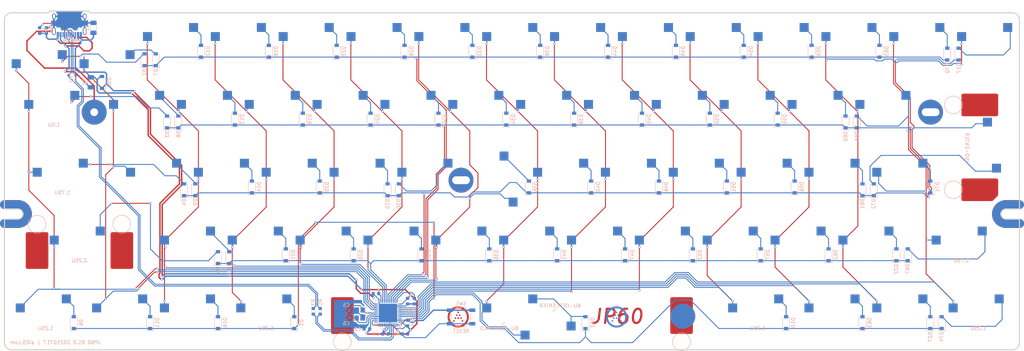
<source format=kicad_pcb>
(kicad_pcb (version 20221018) (generator pcbnew)
  (layers (0 "F.Cu" signal) (31 "B.Cu" signal) (34 "B.Paste" user) (35 "F.Paste" user) (36 "B.SilkS" user "B.Silkscreen") (37 "F.SilkS" user "F.Silkscreen") (38 "B.Mask" user) (39 "F.Mask" user) (44 "Edge.Cuts" user))
  (net 0 "")
  (net 1 "COL6")
  (net 2 "+5V")
  (net 3 "COL7")
  (net 4 "COL0")
  (net 5 "ROW0")
  (net 6 "Net-(D2-Pad2)")
  (net 7 "ROW1")
  (net 8 "Net-(D3-Pad2)")
  (net 9 "Net-(D4-Pad2)")
  (net 10 "Net-(D5-Pad2)")
  (net 11 "Net-(D6-Pad2)")
  (net 12 "Net-(D7-Pad2)")
  (net 13 "Net-(D8-Pad2)")
  (net 14 "Net-(D9-Pad2)")
  (net 15 "Net-(D11-Pad2)")
  (net 16 "Net-(D12-Pad2)")
  (net 17 "Net-(D13-Pad2)")
  (net 18 "Net-(D14-Pad2)")
  (net 19 "Net-(D15-Pad2)")
  (net 20 "Net-(D16-Pad2)")
  (net 21 "ROW2")
  (net 22 "Net-(D17-Pad2)")
  (net 23 "ROW3")
  (net 24 "Net-(D18-Pad2)")
  (net 25 "Net-(D19-Pad2)")
  (net 26 "Net-(D20-Pad2)")
  (net 27 "Net-(D21-Pad2)")
  (net 28 "Net-(D22-Pad2)")
  (net 29 "Net-(D23-Pad2)")
  (net 30 "Net-(D24-Pad2)")
  (net 31 "Net-(D25-Pad2)")
  (net 32 "Net-(D26-Pad2)")
  (net 33 "Net-(D27-Pad2)")
  (net 34 "Net-(D28-Pad2)")
  (net 35 "Net-(D29-Pad2)")
  (net 36 "Net-(D33-Pad2)")
  (net 37 "Net-(D34-Pad2)")
  (net 38 "ROW4")
  (net 39 "Net-(D35-Pad2)")
  (net 40 "Net-(D36-Pad2)")
  (net 41 "Net-(D38-Pad2)")
  (net 42 "Net-(D39-Pad2)")
  (net 43 "Net-(D40-Pad2)")
  (net 44 "Net-(D41-Pad2)")
  (net 45 "Net-(D42-Pad2)")
  (net 46 "Net-(D44-Pad2)")
  (net 47 "Net-(D45-Pad2)")
  (net 48 "Net-(D46-Pad2)")
  (net 49 "Net-(D47-Pad2)")
  (net 50 "Net-(D49-Pad2)")
  (net 51 "Net-(D50-Pad2)")
  (net 52 "Net-(D51-Pad2)")
  (net 53 "Net-(D54-Pad2)")
  (net 54 "Net-(D55-Pad2)")
  (net 55 "Net-(D56-Pad2)")
  (net 56 "Net-(D57-Pad2)")
  (net 57 "Net-(D59-Pad2)")
  (net 58 "Net-(D60-Pad2)")
  (net 59 "Net-(D61-Pad2)")
  (net 60 "Net-(D62-Pad2)")
  (net 61 "Net-(D63-Pad2)")
  (net 62 "Net-(D65-Pad2)")
  (net 63 "Net-(D66-Pad2)")
  (net 64 "Net-(D67-Pad2)")
  (net 65 "Net-(D70-Pad2)")
  (net 66 "Net-(D71-Pad2)")
  (net 67 "Net-(D72-Pad2)")
  (net 68 "Net-(D74-Pad2)")
  (net 69 "COL1")
  (net 70 "COL2")
  (net 71 "COL5")
  (net 72 "COL3")
  (net 73 "COL4")
  (net 74 "COL8")
  (net 75 "GND")
  (net 76 "D-")
  (net 77 "D+")
  (net 78 "COL9")
  (net 79 "COL10")
  (net 80 "COL11")
  (net 81 "COL12")
  (net 82 "COL13")
  (net 83 "Net-(D30-Pad2)")
  (net 84 "Net-(D31-Pad2)")
  (net 85 "Net-(D52-Pad2)")
  (net 86 "Net-(C5-Pad1)")
  (net 87 "Net-(C6-Pad1)")
  (net 88 "Net-(C7-Pad2)")
  (net 89 "Net-(R4-Pad2)")
  (net 90 "Net-(U1-Pad42)")
  (net 91 "Net-(U1-Pad18)")
  (net 92 "Net-(U1-Pad12)")
  (net 93 "Net-(U1-Pad9)")
  (net 94 "Net-(U1-Pad8)")
  (net 95 "Net-(R5-Pad1)")
  (net 96 "Net-(D1-Pad2)")
  (net 97 "Net-(D10-Pad2)")
  (net 98 "VCC")
  (net 99 "Earth")
  (net 100 "Net-(R2-Pad2)")
  (net 101 "Net-(R6-Pad2)")
  (net 102 "Net-(USB1-Pad3)")
  (net 103 "Net-(USB1-Pad9)")
  (net 104 "USB+")
  (net 105 "USB-")
  (net 106 "Net-(U1-Pad11)")
  (net 107 "Net-(U1-Pad10)")
  (footprint "MX_Only:MXOnly-1U-Hotswap" (layer "F.Cu") (at 329.40625 238.91875)
    (fp_text reference "K_.1")
    (fp_text value "MX-NoLED")
  )
  (footprint "MX_Only:MXOnly-1U-Hotswap" (layer "F.Cu") (at 310.35625 238.91875)
    (fp_text reference "K_,1")
    (fp_text value "MX-NoLED")
  )
  (footprint "MX_Only:MXOnly-1U-Hotswap" (layer "F.Cu") (at 153.19375 181.76875 180)
    (fp_text reference "K_#1")
    (fp_text value "MX-NoLED")
  )
  (footprint "MX_Only:MXOnly-1U-Hotswap" (layer "F.Cu") (at 172.24375 181.76875)
    (fp_text reference "K_#2")
    (fp_text value "MX-NoLED")
  )
  (footprint "MX_Only:MXOnly-1U-Hotswap" (layer "F.Cu") (at 191.29375 181.76875)
    (fp_text reference "K_#3")
    (fp_text value "MX-NoLED")
  )
  (footprint "MX_Only:MXOnly-1U-Hotswap" (layer "F.Cu") (at 210.34375 181.76875)
    (fp_text reference "K_#4")
    (fp_text value "MX-NoLED")
  )
  (footprint "MX_Only:MXOnly-1U-Hotswap" (layer "F.Cu") (at 229.39375 181.76875)
    (fp_text reference "K_#5")
    (fp_text value "MX-NoLED")
  )
  (footprint "MX_Only:MXOnly-1U-Hotswap" (layer "F.Cu") (at 248.44375 181.76875)
    (fp_text reference "K_#6")
    (fp_text value "MX-NoLED")
  )
  (footprint "MX_Only:MXOnly-1U-Hotswap" (layer "F.Cu") (at 267.49375 181.76875)
    (fp_text reference "K_#7")
    (fp_text value "MX-NoLED")
  )
  (footprint "MX_Only:MXOnly-1U-Hotswap" (layer "F.Cu") (at 286.54375 181.76875)
    (fp_text reference "K_#8")
    (fp_text value "MX-NoLED")
  )
  (footprint "MX_Only:MXOnly-1U-Hotswap" (layer "F.Cu") (at 305.59375 181.76875)
    (fp_text reference "K_#9")
    (fp_text value "MX-NoLED")
  )
  (footprint "MX_Only:MXOnly-1U-Hotswap" (layer "F.Cu") (at 324.64375 181.76875)
    (fp_text reference "K_#0_1")
    (fp_text value "MX-NoLED")
  )
  (footprint "MX_Only:MXOnly-1U-Hotswap" (layer "F.Cu") (at 357.98125 219.86875)
    (fp_text reference "K_'1")
    (fp_text value "MX-NoLED")
  )
  (footprint "MX_Only:MXOnly-1U-Hotswap" (layer "F.Cu") (at 343.69375 181.76875)
    (fp_text reference "K_-1")
    (fp_text value "MX-NoLED")
  )
  (footprint "MX_Only:MXOnly-1U-Hotswap" (layer "F.Cu") (at 348.45625 238.91875)
    (fp_text reference "K_/1")
    (fp_text value "MX-NoLED")
  )
  (footprint "MX_Only:MXOnly-1U-Hotswap" (layer "F.Cu") (at 338.93125 219.86875)
    (fp_text reference "K_;1")
    (fp_text value "MX-NoLED")
  )
  (footprint "MX_Only:MXOnly-1U-Hotswap" (layer "F.Cu") (at 353.21875 200.81875)
    (fp_text reference "K_[1")
    (fp_text value "MX-NoLED")
  )
  (footprint "MX_Only:MXOnly-1U-Hotswap" (layer "F.Cu") (at 377.03125 219.86875)
    (fp_text reference "K_\\1")
    (fp_text value "MX-NoLED")
  )
  (footprint "MX_Only:MXOnly-1U-Hotswap" (layer "F.Cu") (at 372.26875 200.81875)
    (fp_text reference "K_]1")
    (fp_text value "MX-NoLED")
  )
  (footprint "MX_Only:MXOnly-1U-Hotswap" (layer "F.Cu") (at 167.48125 219.86875)
    (fp_text reference "K_A1")
    (fp_text value "MX-NoLED")
  )
  (footprint "MX_Only:MXOnly-1U-Hotswap" (layer "F.Cu") (at 253.20625 238.91875)
    (fp_text reference "K_B1")
    (fp_text value "MX-NoLED")
  )
  (footprint "MX_Only:MXOnly-1U-Hotswap" (layer "F.Cu") (at 381.79375 181.76875)
    (fp_text reference "K_SBSPC1")
    (fp_text value "MX-NoLED")
  )
  (footprint "MX_Only:MXOnly-1U-Hotswap" (layer "F.Cu") (at 215.10625 238.91875)
    (fp_text reference "K_C1")
    (fp_text value "MX-NoLED")
  )
  (footprint "MX_Only:MXOnly-1U-Hotswap" (layer "F.Cu") (at 205.58125 219.86875)
    (fp_text reference "K_D1")
    (fp_text value "MX-NoLED")
  )
  (footprint "MX_Only:MXOnly-1U-Hotswap" (layer "F.Cu") (at 200.81875 200.81875)
    (fp_text reference "K_E1")
    (fp_text value "MX-NoLED")
  )
  (footprint "MX_Only:MXOnly-ISO-ROTATED-Hotswap" (layer "F.Cu") (at 398.4625 210.34375)
    (fp_text reference "K_ENTER1")
    (fp_text value "MX-NoLED")
  )
  (footprint "MX_Only:MXOnly-1U-Hotswap" (layer "F.Cu") (at 224.63125 219.86875)
    (fp_text reference "K_F1")
    (fp_text value "MX-NoLED")
  )
  (footprint "MX_Only:MXOnly-1U-Hotswap" (layer "F.Cu") (at 243.68125 219.86875)
    (fp_text reference "K_G1")
    (fp_text value "MX-NoLED")
  )
  (footprint "MX_Only:MXOnly-1U-Hotswap" (layer "F.Cu") (at 134.14375 181.76875 180)
    (fp_text reference "K_ESC1")
    (fp_text value "MX-NoLED")
  )
  (footprint "MX_Only:MXOnly-1U-Hotswap" (layer "F.Cu") (at 262.73125 219.86875 -90)
    (fp_text reference "K_H1")
    (fp_text value "MX-NoLED")
  )
  (footprint "MX_Only:MXOnly-1U-Hotswap" (layer "F.Cu") (at 296.06875 200.81875)
    (fp_text reference "K_I1")
    (fp_text value "MX-NoLED")
  )
  (footprint "MX_Only:MXOnly-1U-Hotswap" (layer "F.Cu") (at 281.78125 219.86875)
    (fp_text reference "K_J1")
    (fp_text value "MX-NoLED")
  )
  (footprint "MX_Only:MXOnly-1U-Hotswap" (layer "F.Cu") (at 300.83125 219.86875)
    (fp_text reference "K_K1")
    (fp_text value "MX-NoLED")
  )
  (footprint "MX_Only:MXOnly-1U-Hotswap" (layer "F.Cu") (at 319.88125 219.86875)
    (fp_text reference "K_L1")
    (fp_text value "MX-NoLED")
  )
  (footprint "MX_Only:MXOnly-1U-Hotswap" (layer "F.Cu") (at 177.00625 257.96875)
    (fp_text reference "K_LALT1")
    (fp_text value "MX-NoLED")
  )
  (footprint "MX_Only:MXOnly-1.25U-Hotswap" (layer "F.Cu") (at 136.525 257.96875)
    (fp_text reference "K_LCTRL1")
    (fp_text value "MX-NoLED")
  )
  (footprint "MX_Only:MXOnly-2.25U-Hotswap" (layer "F.Cu") (at 146.05 238.91875)
    (fp_text reference "K_LSFT1")
    (fp_text value "MX-NoLED")
  )
  (footprint "MX_Only:MXOnly-1U-Hotswap" (layer "F.Cu") (at 291.30625 238.91875)
    (fp_text reference "K_M1")
    (fp_text value "MX-NoLED")
  )
  (footprint "MX_Only:MXOnly-1U-Hotswap" (layer "F.Cu") (at 272.25625 238.91875)
    (fp_text reference "K_N1")
    (fp_text value "MX-NoLED")
  )
  (footprint "MX_Only:MXOnly-1U-Hotswap" (layer "F.Cu") (at 315.11875 200.81875)
    (fp_text reference "K_O1")
    (fp_text value "MX-NoLED")
  )
  (footprint "MX_Only:MXOnly-1U-Hotswap" (layer "F.Cu") (at 334.16875 200.81875)
    (fp_text reference "K_P1")
    (fp_text value "MX-NoLED")
  )
  (footprint "MX_Only:MXOnly-1U-Hotswap" (layer "F.Cu") (at 219.86875 200.81875)
    (fp_text reference "K_R1")
    (fp_text value "MX-NoLED")
  )
  (footprint "MX_Only:MXOnly-1U-Hotswap" (layer "F.Cu") (at 357.98125 257.96875)
    (fp_text reference "K_RALT1")
    (fp_text value "MX-NoLED")
  )
  (footprint "MX_Only:MXOnly-1.25U-Hotswap" (layer "F.Cu") (at 398.4625 257.96875)
    (fp_text reference "K_RCTRL1")
    (fp_text value "MX-NoLED")
  )
  (footprint "MX_Only:MXOnly-1.75U-Hotswap" (layer "F.Cu") (at 393.7 238.91875)
    (fp_text reference "K_SRSFT2")
    (fp_text value "MX-NoLED")
  )
  (footprint "MX_Only:MXOnly-1U-Hotswap" (layer "F.Cu") (at 186.53125 219.86875)
    (fp_text reference "K_S1")
    (fp_text value "MX-NoLED")
  )
  (footprint "MX_Only:MXOnly-6U-Centered-Hotswap-ReversedStabilizers" (layer "F.Cu") (at 267.49375 257.96875)
    (fp_text reference "K_SPC1")
    (fp_text value "MX-NoLED")
  )
  (footprint "MX_Only:MXOnly-1U-Hotswap" (layer "F.Cu") (at 238.91875 200.81875)
    (fp_text reference "K_T1")
    (fp_text value "MX-NoLED")
  )
  (footprint "MX_Only:MXOnly-1.5U-Hotswap" (layer "F.Cu") (at 138.90625 200.81875)
    (fp_text reference "K_TAB1")
    (fp_text value "MX-NoLED")
  )
  (footprint "MX_Only:MXOnly-1U-Hotswap" (layer "F.Cu") (at 277.01875 200.81875)
    (fp_text reference "K_U1")
    (fp_text value "MX-NoLED")
  )
  (footprint "MX_Only:MXOnly-1U-Hotswap" (layer "F.Cu") (at 234.15625 238.91875)
    (fp_text reference "K_V1")
    (fp_text value "MX-NoLED")
  )
  (footprint "MX_Only:MXOnly-1U-Hotswap" (layer "F.Cu") (at 196.05625 238.91875)
    (fp_text reference "K_X1")
    (fp_text value "MX-NoLED")
  )
  (footprint "MX_Only:MXOnly-1U-Hotswap" (layer "F.Cu") (at 257.96875 200.81875)
    (fp_text reference "K_Y1")
    (fp_text value "MX-NoLED")
  )
  (footprint "MX_Only:MXOnly-1U-Hotswap" (layer "F.Cu") (at 177.00625 238.91875)
    (fp_text reference "K_Z1")
    (fp_text value "MX-NoLED")
  )
  (footprint "MX_Only:MXOnly-1U-Hotswap" (layer "F.Cu") (at 157.95625 257.96875)
    (fp_text reference "K_LGUI1")
    (fp_text value "MX-NoLED")
  )
  (footprint "MX_Only:MXOnly-1U-Hotswap" (layer "F.Cu") (at 377.03125 257.96875)
    (fp_text reference "K_RGUI1")
    (fp_text value "MX-NoLED")
  )
  (footprint "MX_Only:MXOnly-1U-Hotswap" (layer "F.Cu") (at 367.50625 238.91875)
    (fp_text reference "K_SRSFT1")
    (fp_text value "MX-NoLED")
  )
  (footprint "MX_Only:MXOnly-1U-Hotswap" (layer "F.Cu") (at 400.84375 181.76875)
    (fp_text reference "K_SBSPC2")
    (fp_text value "MX-NoLED")
  )
  (footprint "MX_Only:MXOnly-1U-Hotswap" (layer "F.Cu") (at 181.76875 200.81875)
    (fp_text reference "K_W1")
    (fp_text value "MX-NoLED")
  )
  (footprint "MX_Only:MXOnly-1U-Hotswap" (layer "F.Cu") (at 162.71875 200.81875)
    (fp_text reference "K_Q1")
    (fp_text value "MX-NoLED")
  )
  (footprint "MX_Only:MXOnly-1.75U-Hotswap" (layer "F.Cu") (at 141.2875 219.86875)
    (fp_text reference "K_CAPS1")
    (fp_text value "MX-LED")
  )
  (footprint "MX_Only:MXOnly-1.25U-Hotswap" (layer "F.Cu") (at 198.4375 257.96875)
    (fp_text reference "K_NFER1")
    (fp_text value "MX-NoLED")
  )
  (footprint "MX_Only:MXOnly-1.25U-Hotswap" (layer "F.Cu") (at 336.55 257.96875)
    (fp_text reference "K_XFER1")
    (fp_text value "MX-NoLED")
  )
  (footprint "locallib:60_Outline-Modded-Extreme" (layer "F.Cu") (at 267.49375 219.86875)
    (fp_text reference "REF**" hide)
    (fp_text value "60_Outline" hide)
    (fp_line (start -142.5 7.8) (end -142.5 -45.3) (stroke (width 0.3)) (layer "Edge.Cuts"))
    (fp_line (start -142.5 10.6) (end -138.7 10.6) (stroke (width 0.3)) (layer "Edge.Cuts"))
    (fp_line (start -142.5 45.3) (end -142.5 10.6) (stroke (width 0.3)) (layer "Edge.Cuts"))
    (fp_line (start -140.5 -47.3) (end -130.3 -47.3) (stroke (width 0.3)) (layer "Edge.Cuts"))
    (fp_line (start -140.5 47.3) (end 140.5 47.3) (stroke (width 0.3)) (layer "Edge.Cuts"))
    (fp_line (start -138.7 7.8) (end -142.5 7.8) (stroke (width 0.3)) (layer "Edge.Cuts"))
    (fp_line (start -129.8 -47.8) (end -118.8 -47.8) (stroke (width 0.3)) (layer "Edge.Cuts"))
    (fp_line (start 138.7 7.8) (end 142.5 7.8) (stroke (width 0.3)) (layer "Edge.Cuts"))
    (fp_line (start 138.7 10.6) (end 142.5 10.6) (stroke (width 0.3)) (layer "Edge.Cuts"))
    (fp_line (start 140.5 -47.3) (end -118.3 -47.3) (stroke (width 0.3)) (layer "Edge.Cuts"))
    (fp_line (start 142.5 7.8) (end 142.5 -45.3) (stroke (width 0.3)) (layer "Edge.Cuts"))
    (fp_line (start 142.5 10.6) (end 142.5 45.3) (stroke (width 0.3)) (layer "Edge.Cuts"))
    (fp_arc (start -142.5 -45.3) (mid -141.914214 -46.714214) (end -140.5 -47.3) (stroke (width 0.3)) (layer "Edge.Cuts"))
    (fp_arc (start -140.5 47.3) (mid -141.914214 46.714214) (end -142.5 45.3) (stroke (width 0.3)) (layer "Edge.Cuts"))
    (fp_arc (start -138.7 7.8) (mid -137.710051 8.210051) (end -137.3 9.2) (stroke (width 0.3)) (layer "Edge.Cuts"))
    (fp_arc (start -137.3 9.2) (mid -137.710051 10.189949) (end -138.7 10.6) (stroke (width 0.3)) (layer "Edge.Cuts"))
    (fp_arc (start -129.8 -47.8) (mid -129.946447 -47.446447) (end -130.3 -47.3) (stroke (width 0.3)) (layer "Edge.Cuts"))
    (fp_arc (start -118.3 -47.3) (mid -118.653553 -47.446447) (end -118.8 -47.8) (stroke (width 0.3)) (layer "Edge.Cuts"))
    (fp_arc (start 137.3 9.2) (mid 137.710051 8.210051) (end 138.7 7.8) (stroke (width 0.3)) (layer "Edge.Cuts"))
    (fp_arc (start 138.7 10.6) (mid 137.710051 10.189949) (end 137.3 9.2) (stroke (width 0.3)) (layer "Edge.Cuts"))
    (fp_arc (start 140.5 -47.3) (mid 141.914214 -46.714214) (end 142.5 -45.3) (stroke (width 0.3)) (layer "Edge.Cuts"))
    (fp_arc (start 142.5 45.3) (mid 141.914214 46.714214) (end 140.5 47.3) (stroke (width 0.3)) (layer "Edge.Cuts"))
  )
  (footprint "MX_Only:MXOnly-1U-Hotswap" (layer "F.Cu") (at 362.74375 181.76875)
    (fp_text reference "K_=1")
    (fp_text value "MX-NoLED")
  )
  (footprint "MX_Only:MXOnly-1U-Hotswap" (layer "F.Cu") (at 277.01875 257.96875 180)
    (fp_text reference "K_SPC2")
    (fp_text value "MX-NoLED")
  )
  (footprint "locallib:ai-ring-6mm-Combined" (layer "F.Cu") (at 252.4125 257.96875)
    (fp_text reference "G***" hide)
    (fp_text value "LOGO" hide)
  )
  (footprint "Diode_SMD:D_SOD-123" (layer "B.Cu") (at 164.30625 185.7375 90)
    (fp_text reference "D2")
    (fp_text value "SOD-123")
  )
  (footprint "Diode_SMD:D_SOD-123" (layer "B.Cu") (at 170.65625 203.2 90)
    (fp_text reference "D3")
    (fp_text value "SOD-123")
  )
  (footprint "Diode_SMD:D_SOD-123" (layer "B.Cu") (at 175.41875 222.25 90)
    (fp_text reference "D4")
    (fp_text value "SOD-123")
  )
  (footprint "Diode_SMD:D_SOD-123" (layer "B.Cu") (at 184.94375 241.3 90)
    (fp_text reference "D5")
    (fp_text value "SOD-123")
  )
  (footprint "Diode_SMD:D_SOD-123" (layer "B.Cu") (at 144.4625 259.55625 90)
    (fp_text reference "D6")
    (fp_text value "SOD-123")
  )
  (footprint "Diode_SMD:D_SOD-123" (layer "B.Cu") (at 173.83125 203.2 90)
    (fp_text reference "D8")
    (fp_text value "SOD-123")
  )
  (footprint "Diode_SMD:D_SOD-123" (layer "B.Cu") (at 180.18125 183.35625 90)
    (fp_text reference "D12")
    (fp_text value "SOD-123")
  )
  (footprint "Diode_SMD:D_SOD-123" (layer "B.Cu") (at 194.46875 221.45625 90)
    (fp_text reference "D14")
    (fp_text value "SOD-123")
  )
  (footprint "Diode_SMD:D_SOD-123" (layer "B.Cu") (at 188.11875 241.3 90)
    (fp_text reference "D15")
    (fp_text value "SOD-123")
  )
  (footprint "Diode_SMD:D_SOD-123" (layer "B.Cu") (at 184.94375 259.55625 90)
    (fp_text reference "D16")
    (fp_text value "SOD-123")
  )
  (footprint "Diode_SMD:D_SOD-123" (layer "B.Cu") (at 199.23125 183.35625 90)
    (fp_text reference "D18")
    (fp_text value "SOD-123")
  )
  (footprint "Diode_SMD:D_SOD-123" (layer "B.Cu") (at 208.75625 202.40625 90)
    (fp_text reference "D19")
    (fp_text value "SOD-123")
  )
  (footprint "Diode_SMD:D_SOD-123" (layer "B.Cu") (at 213.51875 221.45625 90)
    (fp_text reference "D20")
    (fp_text value "SOD-123")
  )
  (footprint "Diode_SMD:D_SOD-123" (layer "B.Cu") (at 203.99375 240.50625 90)
    (fp_text reference "D21")
    (fp_text value "SOD-123")
  )
  (footprint "Diode_SMD:D_SOD-123" (layer "B.Cu") (at 218.28125 183.35625 90)
    (fp_text reference "D23")
    (fp_text value "SOD-123")
  )
  (footprint "Diode_SMD:D_SOD-123" (layer "B.Cu") (at 227.80625 202.40625 90)
    (fp_text reference "D24")
    (fp_text value "SOD-123")
  )
  (footprint "Diode_SMD:D_SOD-123" (layer "B.Cu") (at 232.56875 222.25 90)
    (fp_text reference "D25")
    (fp_text value "SOD-123")
  )
  (footprint "Diode_SMD:D_SOD-123" (layer "B.Cu") (at 223.04375 240.50625 90)
    (fp_text reference "D26")
    (fp_text value "SOD-123")
  )
  (footprint "Diode_SMD:D_SOD-123" (layer "B.Cu") (at 237.33125 183.35625 90)
    (fp_text reference "D28")
    (fp_text value "SOD-123")
  )
  (footprint "Diode_SMD:D_SOD-123" (layer "B.Cu") (at 246.85625 202.40625 90)
    (fp_text reference "D29")
    (fp_text value "SOD-123")
  )
  (footprint "Diode_SMD:D_SOD-123" (layer "B.Cu") (at 242.09375 240.50625 90)
    (fp_text reference "D31")
    (fp_text value "SOD-123")
  )
  (footprint "Diode_SMD:D_SOD-123" (layer "B.Cu") (at 256.38125 183.35625 90)
    (fp_text reference "D33")
    (fp_text value "SOD-123")
  )
  (footprint "Diode_SMD:D_SOD-123" (layer "B.Cu") (at 265.90625 202.40625 90)
    (fp_text reference "D34")
    (fp_text value "SOD-123")
  )
  (footprint "Diode_SMD:D_SOD-123" (layer "B.Cu") (at 272.25625 221.45625 90)
    (fp_text reference "D35")
    (fp_text value "SOD-123")
  )
  (footprint "Diode_SMD:D_SOD-123" (layer "B.Cu") (at 261.14375 240.50625 90)
    (fp_text reference "D36")
    (fp_text value "SOD-123")
  )
  (footprint "Diode_SMD:D_SOD-123" (layer "B.Cu") (at 275.43125 183.35625 90)
    (fp_text reference "D38")
    (fp_text value "SOD-123")
  )
  (footprint "Diode_SMD:D_SOD-123" (layer "B.Cu") (at 284.95625 202.40625 90)
    (fp_text reference "D39")
    (fp_text value "SOD-123")
  )
  (footprint "Diode_SMD:D_SOD-123" (layer "B.Cu") (at 289.71875 221.45625 90)
    (fp_text reference "D40")
    (fp_text value "SOD-123")
  )
  (footprint "Diode_SMD:D_SOD-123" (layer "B.Cu") (at 280.19375 240.50625 90)
    (fp_text reference "D41")
    (fp_text value "SOD-123")
  )
  (footprint "Diode_SMD:D_SOD-123" (layer "B.Cu") (at 288.13125 259.55625 90)
    (fp_text reference "D42")
    (fp_text value "SOD-123")
  )
  (footprint "Diode_SMD:D_SOD-123" (layer "B.Cu") (at 294.48125 183.35625 90)
    (fp_text reference "D44")
    (fp_text value "SOD-123")
  )
  (footprint "Diode_SMD:D_SOD-123" (layer "B.Cu") (at 304.00625 202.40625 90)
    (fp_text reference "D45")
    (fp_text value "SOD-123")
  )
  (footprint "Diode_SMD:D_SOD-123" (layer "B.Cu") (at 308.76875 221.45625 90)
    (fp_text reference "D46")
    (fp_text value "SOD-123")
  )
  (footprint "Diode_SMD:D_SOD-123" (layer "B.Cu") (at 299.24375 240.50625 90)
    (fp_text reference "D47")
    (fp_text value "SOD-123")
  )
  (footprint "Diode_SMD:D_SOD-123" (layer "B.Cu") (at 313.53125 183.35625 90)
    (fp_text reference "D49")
    (fp_text value "SOD-123")
  )
  (footprint "Diode_SMD:D_SOD-123" (layer "B.Cu") (at 323.05625 202.40625 90)
    (fp_text reference "D50")
    (fp_text value "SOD-123")
  )
  (footprint "Diode_SMD:D_SOD-123" (layer "B.Cu") (at 327.81875 221.45625 90)
    (fp_text reference "D51")
    (fp_text value "SOD-123")
  )
  (footprint "Diode_SMD:D_SOD-123" (layer "B.Cu") (at 318.29375 240.50625 90)
    (fp_text reference "D52")
    (fp_text value "SOD-123")
  )
  (footprint "Diode_SMD:D_SOD-123" (layer "B.Cu") (at 332.58125 183.35625 90)
    (fp_text reference "D54")
    (fp_text value "SOD-123")
  )
  (footprint "Diode_SMD:D_SOD-123" (layer "B.Cu") (at 342.10625 202.40625 90)
    (fp_text reference "D55")
    (fp_text value "SOD-123")
  )
  (footprint "Diode_SMD:D_SOD-123" (layer "B.Cu") (at 346.86875 221.45625 90)
    (fp_text reference "D56")
    (fp_text value "SOD-123")
  )
  (footprint "Diode_SMD:D_SOD-123" (layer "B.Cu") (at 337.34375 240.50625 90)
    (fp_text reference "D57")
    (fp_text value "SOD-123")
  )
  (footprint "Diode_SMD:D_SOD-123" (layer "B.Cu") (at 351.63125 183.35625 90)
    (fp_text reference "D59")
    (fp_text value "SOD-123")
  )
  (footprint "Diode_SMD:D_SOD-123" (layer "B.Cu") (at 361.15625 203.2 90)
    (fp_text reference "D60")
    (fp_text value "SOD-123")
  )
  (footprint "Diode_SMD:D_SOD-123" (layer "B.Cu") (at 365.91875 222.25 90)
    (fp_text reference "D61")
    (fp_text value "SOD-123")
  )
  (footprint "Diode_SMD:D_SOD-123" (layer "B.Cu") (at 356.39375 240.50625 90)
    (fp_text reference "D62")
    (fp_text value "SOD-123")
  )
  (footprint "Diode_SMD:D_SOD-123" (layer "B.Cu") (at 365.91875 259.55625 90)
    (fp_text reference "D63")
    (fp_text value "SOD-123")
  )
  (footprint "Diode_SMD:D_SOD-123" (layer "B.Cu") (at 364.33125 203.2 90)
    (fp_text reference "D66")
    (fp_text value "SOD-123")
  )
  (footprint "Diode_SMD:D_SOD-123" (layer "B.Cu") (at 378.61875 240.50625 90)
    (fp_text reference "D67")
    (fp_text value "SOD-123")
  )
  (footprint "Diode_SMD:D_SOD-123" (layer "B.Cu") (at 384.96875 221.45625 90)
    (fp_text reference "D71")
    (fp_text value "SOD-123")
  )
  (footprint "Diode_SMD:D_SOD-123" (layer "B.Cu") (at 369.09375 222.25 90)
    (fp_text reference "D72")
    (fp_text value "SOD-123")
  )
  (footprint "Diode_SMD:D_SOD-123" (layer "B.Cu") (at 388.14375 259.55625 90)
    (fp_text reference "D74")
    (fp_text value "SOD-123")
  )
  (footprint "Diode_SMD:D_SOD-123" (layer "B.Cu") (at 389.73125 184.15 90)
    (fp_text reference "D70")
    (fp_text value "SOD-123")
  )
  (footprint "Diode_SMD:D_SOD-123" (layer "B.Cu") (at 370.68125 183.35625 90)
    (fp_text reference "D65")
    (fp_text value "SOD-123")
  )
  (footprint "Diode_SMD:D_SOD-123" (layer "B.Cu") (at 165.89375 259.55625 90)
    (fp_text reference "D11")
    (fp_text value "SOD-123")
  )
  (footprint "Diode_SMD:D_SOD-123" (layer "B.Cu") (at 392.90625 184.15 90)
    (fp_text reference "D17")
    (fp_text value "SOD-123")
  )
  (footprint "Diode_SMD:D_SOD-123" (layer "B.Cu") (at 375.44375 240.50625 90)
    (fp_text reference "D22")
    (fp_text value "SOD-123")
  )
  (footprint "Diode_SMD:D_SOD-123" (layer "B.Cu") (at 384.96875 259.55625 90)
    (fp_text reference "D27")
    (fp_text value "SOD-123")
  )
  (footprint "Resistor_SMD:R_0603_1608Metric" (layer "B.Cu") (at 240.0935 253.52375 90)
    (fp_text reference "R4")
    (fp_text value "1k")
  )
  (footprint "Capacitor_SMD:C_0603_1608Metric" (layer "B.Cu") (at 229.2985 251.42825 180)
    (fp_text reference "C1")
    (fp_text value "0.1uF")
  )
  (footprint "Resistor_SMD:R_0603_1608Metric" (layer "B.Cu") (at 237.4392 262.7376)
    (fp_text reference "R5")
    (fp_text value "10k")
  )
  (footprint "Button_Switch_SMD:SW_SPST_TL3342" (layer "B.Cu") (at 253.20625 257.96875 180)
    (fp_text reference "SW1")
    (fp_text value "SW_Push")
  )
  (footprint "Diode_SMD:D_SOD-123" (layer "B.Cu") (at 189.70625 202.40625 90)
    (fp_text reference "D13")
    (fp_text value "SOD-123")
  )
  (footprint "Diode_SMD:D_SOD-123" (layer "B.Cu") (at 206.375 259.55625 90)
    (fp_text reference "D1")
    (fp_text value "SOD-123")
  )
  (footprint "Diode_SMD:D_SOD-123" (layer "B.Cu") (at 344.4875 259.55625 90)
    (fp_text reference "D10")
    (fp_text value "SOD-123")
  )
  (footprint "Diode_SMD:D_SOD-123" (layer "B.Cu") (at 235.74375 222.25 90)
    (fp_text reference "D30")
    (fp_text value "SOD-123")
  )
  (footprint "Diode_SMD:D_SOD-123" (layer "B.Cu") (at 178.59375 222.25 90)
    (fp_text reference "D9")
    (fp_text value "SOD-123")
  )
  (footprint "Diode_SMD:D_SOD-123" (layer "B.Cu") (at 152.4 192.0875 90)
    (fp_text reference "D32")
    (fp_text value "SMF6.0CA")
  )
  (footprint "Fuse:Fuse_1206_3216Metric" (layer "B.Cu") (at 149.225 192.0875 -90)
    (fp_text reference "F1")
    (fp_text value "Polyfuse_Small")
  )
  (footprint "Inductor_SMD:L_1206_3216Metric" (layer "B.Cu") (at 149.987 176.784 -90)
    (fp_text reference "L1")
    (fp_text value "60R@100MHz")
  )
  (footprint "Resistor_SMD:R_0603_1608Metric" (layer "B.Cu") (at 134.874 177.546 90)
    (fp_text reference "R2")
    (fp_text value "5.1k")
  )
  (footprint "Resistor_SMD:R_0603_1608Metric" (layer "B.Cu") (at 136.779 177.546 90)
    (fp_text reference "R6")
    (fp_text value "5.1k")
  )
  (footprint "random-keyboard-parts:SOT143B" (layer "B.Cu") (at 144.018 189.103 180)
    (fp_text reference "U2")
    (fp_text value "PRTR5V0U2X")
  )
  (footprint "Type-C:HRO-TYPE-C-31-M-12-Assembly" (layer "B.Cu") (at 143.1925 170.9674)
    (fp_text reference "USB1")
    (fp_text value "HRO-TYPE-C-31-M-12")
  )
  (footprint "Package_DFN_QFN:QFN-44-1EP_7x7mm_P0.5mm_EP5.2x5.2mm" (layer "B.Cu") (at 232.679 256.87425 90)
    (fp_text reference "U1")
    (fp_text value "ATmega32U4-MU")
  )
  (footprint "Crystal:Crystal_SMD_3225-4Pin_3.2x2.5mm" (layer "B.Cu") (at 224.7265 257.14325 -90)
    (fp_text reference "Y1")
    (fp_text value "16MHz")
  )
  (footprint "Capacitor_SMD:C_0603_1608Metric" (layer "B.Cu") (at 221.0435 258.15925 180)
    (fp_text reference "C6")
    (fp_text value "22pF")
  )
  (footprint "Capacitor_SMD:C_0603_1608Metric" (layer "B.Cu") (at 238.1885 259.68325 90)
    (fp_text reference "C4")
    (fp_text value "10uF")
  )
  (footprint "Capacitor_SMD:C_0603_1608Metric" (layer "B.Cu") (at 238.1885 253.52375 -90)
    (fp_text reference "C2")
    (fp_text value "0.1uF")
  )
  (footprint "Capacitor_SMD:C_0603_1608Metric" (layer "B.Cu") (at 231.9655 262.73125 180)
    (fp_text reference "C7")
    (fp_text value "1uF")
  )
  (footprint "Capacitor_SMD:C_0603_1608Metric" (layer "B.Cu") (at 226.7585 261.33425 180)
    (fp_text reference "C3")
    (fp_text value "0.1uF")
  )
  (footprint "Capacitor_SMD:C_0603_1608Metric" (layer "B.Cu") (at 221.0435 256.12725 180)
    (fp_text reference "C5")
    (fp_text value "22pF")
  )
  (footprint "locallib:ai-ring-6mm-Combined" (layer "B.Cu") (at 296.8625 257.96875 180)
    (fp_text reference "G***" hide)
    (fp_text value "LOGO" hide)
  )
  (footprint "Diode_SMD:D_SOD-123" (layer "B.Cu") (at 167.48125 185.7375 90)
    (fp_text reference "D7")
    (fp_text value "SOD-123")
  )
  (footprint "Resistor_SMD:R_0603_1608Metric" (layer "B.Cu") (at 213.64575 256.38125 90)
    (fp_text reference "R1")
    (fp_text value "22")
  )
  (footprint "Resistor_SMD:R_0603_1608Metric" (layer "B.Cu") (at 211.709 256.38125 90)
    (fp_text reference "R3")
    (fp_text value "22")
  )
  (gr_circle (center 391.4375 198.4375) (end 393.9375 198.4375) (stroke (width 0.15)) (fill none) (layer "B.SilkS"))
  (gr_circle (center 391.4375 222.25) (end 393.9375 222.25) (stroke (width 0.15)) (fill none) (layer "B.SilkS"))
  (gr_circle (center 236.0295 261.01675) (end 236.25175 261.01675) (stroke (width 0.15)) (fill none) (layer "B.SilkS"))
  (gr_circle (center 157.9626 231.9274) (end 160.4626 231.9274) (stroke (width 0.15)) (fill none) (layer "B.SilkS"))
  (gr_circle (center 219.8624 264.9474) (end 222.3624 264.9474) (stroke (width 0.15)) (fill none) (layer "B.SilkS"))
  (gr_circle (center 315.1124 264.9474) (end 317.6124 264.9474) (stroke (width 0.15)) (fill none) (layer "B.SilkS"))
  (gr_line (start 264.63625 260.25475) (end 265.43 259.461) (stroke (width 0.15)) (layer "B.SilkS"))
  (gr_line (start 279.781 255.651) (end 278.98725 256.44475) (stroke (width 0.15)) (layer "B.SilkS"))
  (gr_circle (center 134.1374 231.9274) (end 136.6374 231.9274) (stroke (width 0.15)) (fill none) (layer "B.SilkS"))
  (gr_text "JP60" (at 296.9895 257.84175) (layer "F.Cu") (effects (font (size 4 4) (thickness 0.6) italic)))
  (gr_text "6U-CENTERED" (at 263.906 261.14375) (layer "B.SilkS") (effects (font (size 1 1)) (justify mirror)))
  (gr_text "1.25U" (at 136.525 261.14375) (layer "B.SilkS") (effects (font (size 1 1)) (justify mirror)))
  (gr_text "ISO-ENTER" (at 395.2875 210.34375 270) (layer "B.SilkS") (effects (font (size 1 1)) (justify mirror)))
  (gr_text "1.75U" (at 393.7 242.09375) (layer "B.SilkS") (effects (font (size 1 1)) (justify mirror)))
  (gr_text "1.25U" (at 336.55 261.14375) (layer "B.SilkS") (effects (font (size 1 1)) (justify mirror)))
  (gr_text "RESET" (at 253.20625 261.9375) (layer "B.SilkS") (effects (font (size 1 1)) (justify mirror)))
  (gr_text "1.25U" (at 398.4625 261.14375) (layer "B.SilkS") (effects (font (size 1 1)) (justify mirror)))
  (gr_text "1.75U" (at 141.2875 223.04375) (layer "B.SilkS") (effects (font (size 1 1)) (justify mirror)))
  (gr_text "6U-OFFCENTER" (at 280.9875 254.79375) (layer "B.SilkS") (effects (font (size 1 1)) (justify mirror)))
  (gr_text "1.5U" (at 138.90625 203.99375) (layer "B.SilkS") (effects (font (size 1 1)) (justify mirror)))
  (gr_text "2.25U" (at 146.05 242.09375) (layer "B.SilkS") (effects (font (size 1 1)) (justify mirror)))
  (gr_text "JP60 R1.0 20210717 | ai03.com" (at 139.319 265.1125) (layer "B.SilkS") (effects (font (size 1 1)) (justify mirror)))
  (gr_text "1.25U" (at 198.4375 261.14375) (layer "B.SilkS") (effects (font (size 1 1)) (justify mirror)))
  (segment (start 241.3 181.229) (end 241.3 181.991) (width 0.254) (layer "F.Cu") (net 1))
  (segment (start 246.126 236.601) (end 255.651 227.076) (width 0.254) (layer "F.Cu") (net 1))
  (segment (start 246.126 238.633) (end 246.126 238.76) (width 0.254) (layer "F.Cu") (net 1))
  (segment (start 250.8885 200.9775) (end 250.19 200.279) (width 0.254) (layer "F.Cu") (net 1))
  (segment (start 246.126 238.125) (end 246.38 238.379) (width 0.254) (layer "F.Cu") (net 1))
  (segment (start 255.651 224.79) (end 255.651 223.901) (width 0.254) (layer "F.Cu") (net 1))
  (segment (start 255.651 205.74) (end 250.8885 200.9775) (width 0.254) (layer "F.Cu") (net 1))
  (segment (start 255.651 223.901) (end 257.937 221.615) (width 0.254) (layer "F.Cu") (net 1))
  (segment (start 246.126 247.142) (end 246.126 238.76) (width 0.254) (layer "F.Cu") (net 1))
  (segment (start 255.651 215.265) (end 255.651 205.74) (width 0.254) (layer "F.Cu") (net 1))
  (segment (start 241.3 191.389) (end 250.19 200.279) (width 0.254) (layer "F.Cu") (net 1))
  (segment (start 257.937 221.615) (end 257.937 217.551) (width 0.254) (layer "F.Cu") (net 1))
  (segment (start 246.126 238.76) (end 246.126 237.998) (width 0.254) (layer "F.Cu") (net 1))
  (segment (start 246.38 238.379) (end 246.126 238.633) (width 0.254) (layer "F.Cu") (net 1))
  (segment (start 246.126 237.998) (end 246.126 238.125) (width 0.254) (layer "F.Cu") (net 1))
  (segment (start 257.937 217.551) (end 255.651 215.265) (width 0.254) (layer "F.Cu") (net 1))
  (segment (start 246.126 237.998) (end 246.126 236.601) (width 0.254) (layer "F.Cu") (net 1))
  (segment (start 241.3 181.991) (end 241.3 191.389) (width 0.254) (layer "F.Cu") (net 1))
  (segment (start 255.651 227.076) (end 255.651 224.79) (width 0.254) (layer "F.Cu") (net 1))
  (segment (start 246.38 247.396) (end 246.126 247.142) (width 0.254) (layer "F.Cu") (net 1))
  (via (at 246.38 238.379) (size 0.6) (drill 0.4) (layers "F.Cu" "B.Cu") (net 1))
  (via (at 255.651 224.79) (size 0.6) (drill 0.4) (layers "F.Cu" "B.Cu") (net 1))
  (via (at 241.3 181.229) (size 0.6) (drill 0.4) (layers "F.Cu" "B.Cu") (net 1))
  (via (at 250.19 200.279) (size 0.6) (drill 0.4) (layers "F.Cu" "B.Cu") (net 1))
  (via (at 246.38 247.396) (size 0.6) (drill 0.4) (layers "F.Cu" "B.Cu") (net 1))
  (segment (start 241.35875 181.17025) (end 241.3 181.229) (width 0.254) (layer "B.Cu") (net 1))
  (segment (start 255.651 224.79) (end 255.651 224.536) (width 0.254) (layer "B.Cu") (net 1))
  (segment (start 239.014 247.65) (end 234.179 252.485) (width 0.254) (layer "B.Cu") (net 1))
  (segment (start 246.38 236.6375) (end 246.12125 236.37875) (width 0.254) (layer "B.Cu") (net 1))
  (segment (start 246.38 238.379) (end 246.38 236.6375) (width 0.254) (layer "B.Cu") (net 1))
  (segment (start 246.126 247.65) (end 245.872 247.65) (width 0.254) (layer "B.Cu") (net 1))
  (segment (start 246.38 247.396) (end 246.126 247.65) (width 0.254) (layer "B.Cu") (net 1))
  (segment (start 265.43 224.663) (end 266.7635 224.663) (width 0.254) (layer "B.Cu") (net 1))
  (segment (start 266.7635 224.663) (end 267.81125 225.71075) (width 0.254) (layer "B.Cu") (net 1))
  (segment (start 241.35875 179.22875) (end 241.35875 181.17025) (width 0.254) (layer "B.Cu") (net 1))
  (segment (start 256.794 223.393) (end 264.16 223.393) (width 0.254) (layer "B.Cu") (net 1))
  (segment (start 255.651 224.536) (end 256.794 223.393) (width 0.254) (layer "B.Cu") (net 1))
  (segment (start 264.16 223.393) (end 265.43 224.663) (width 0.254) (layer "B.Cu") (net 1))
  (segment (start 234.179 252.485) (end 234.179 253.53675) (width 0.254) (layer "B.Cu") (net 1))
  (segment (start 245.872 247.65) (end 239.014 247.65) (width 0.254) (layer "B.Cu") (net 1))
  (segment (start 250.19 200.279) (end 250.19 198.9725) (width 0.254) (layer "B.Cu") (net 1))
  (segment (start 250.19 198.9725) (end 250.88375 198.27875) (width 0.254) (layer "B.Cu") (net 1))
  (segment (start 231.4575 262.3185) (end 231.4575 261.46125) (width 0.381) (layer "F.Cu") (net 2))
  (segment (start 239.2045 261.46125) (end 239.029875 261.635875) (width 0.381) (layer "F.Cu") (net 2))
  (segment (start 168.402 246.888) (end 168.91 247.396) (width 0.381) (layer "F.Cu") (net 2))
  (segment (start 168.402 245.999) (end 168.402 246.888) (width 0.381) (layer "F.Cu") (net 2))
  (segment (start 240.792 253.52375) (end 239.0775 251.80925) (width 0.381) (layer "F.Cu") (net 2))
  (segment (start 174.117 215.773) (end 174.117 220.599) (width 0.381) (layer "F.Cu") (net 2))
  (segment (start 226.949 262.763) (end 226.695 262.509) (width 0.381) (layer "F.Cu") (net 2))
  (segment (start 231.013 262.763) (end 226.949 262.763) (width 0.381) (layer "F.Cu") (net 2))
  (segment (start 240.792 259.87375) (end 240.792 253.52375) (width 0.381) (layer "F.Cu") (net 2))
  (segment (start 168.91 247.396) (end 169.164 247.396) (width 0.381) (layer "F.Cu") (net 2))
  (segment (start 160.782 195.199) (end 165.354 199.771) (width 0.381) (layer "F.Cu") (net 2))
  (segment (start 231.902 262.763) (end 231.4575 262.3185) (width 0.381) (layer "F.Cu") (net 2))
  (segment (start 168.656 226.06) (end 168.656 245.745) (width 0.381) (layer "F.Cu") (net 2))
  (segment (start 168.656 245.745) (end 168.402 245.999) (width 0.381) (layer "F.Cu") (net 2))
  (segment (start 239.029875 261.635875) (end 237.90275 262.763) (width 0.381) (layer "F.Cu") (net 2))
  (segment (start 239.2045 261.46125) (end 240.792 259.87375) (width 0.381) (layer "F.Cu") (net 2))
  (segment (start 165.354 207.01) (end 174.117 215.773) (width 0.381) (layer "F.Cu") (net 2))
  (segment (start 165.354 199.771) (end 165.354 207.01) (width 0.381) (layer "F.Cu") (net 2))
  (segment (start 237.90275 262.763) (end 231.902 262.763) (width 0.381) (layer "F.Cu") (net 2))
  (segment (start 174.117 220.599) (end 168.656 226.06) (width 0.381) (layer "F.Cu") (net 2))
  (segment (start 237.5535 250.28525) (end 239.0775 251.80925) (width 0.381) (layer "F.Cu") (net 2))
  (segment (start 231.4575 262.3185) (end 231.013 262.763) (width 0.381) (layer "F.Cu") (net 2))
  (segment (start 228.44125 250.28525) (end 225.20275 250.28525) (width 0.381) (layer "F.Cu") (net 2))
  (segment (start 228.44125 250.28525) (end 230.0605 250.28525) (width 0.381) (layer "F.Cu") (net 2))
  (segment (start 160.655 195.199) (end 160.782 195.199) (width 0.381) (layer "F.Cu") (net 2))
  (segment (start 230.0605 250.28525) (end 237.5535 250.28525) (width 0.381) (layer "F.Cu") (net 2))
  (via (at 231.4575 261.46125) (size 0.6) (drill 0.4) (layers "F.Cu" "B.Cu") (net 2))
  (via (at 230.0605 250.28525) (size 0.6) (drill 0.4) (layers "F.Cu" "B.Cu") (net 2))
  (via (at 169.164 247.396) (size 0.6) (drill 0.4) (layers "F.Cu" "B.Cu") (net 2))
  (via (at 160.655 195.199) (size 0.6) (drill 0.4) (layers "F.Cu" "B.Cu") (net 2))
  (via (at 239.029875 261.635875) (size 0.6) (drill 0.4) (layers "F.Cu" "B.Cu") (net 2))
  (via (at 226.695 262.509) (size 0.6) (drill 0.4) (layers "F.Cu" "B.Cu") (net 2))
  (via (at 225.20275 250.28525) (size 0.6) (drill 0.4) (layers "F.Cu" "B.Cu") (net 2))
  (via (at 239.0775 251.80925) (size 0.6) (drill 0.4) (layers "F.Cu" "B.Cu") (net 2))
  (segment (start 231.7115 261.46125) (end 231.4575 261.46125) (width 0.254) (layer "B.Cu") (net 2))
  (segment (start 232.179 260.21175) (end 232.179 260.99375) (width 0.254) (layer "B.Cu") (net 2))
  (segment (start 232.179 260.99375) (end 231.7115 261.46125) (width 0.254) (layer "B.Cu") (net 2))
  (segment (start 230.679 253.53675) (end 230.679 252.02125) (width 0.254) (layer "B.Cu") (net 2))
  (segment (start 151.638 195.072) (end 160.528 195.072) (width 0.381) (layer "B.Cu") (net 2))
  (segment (start 150.3015 190.6875) (end 151.003 191.389) (width 0.381) (layer "B.Cu") (net 2))
  (segment (start 227.7745 261.10575) (end 227.546 261.33425) (width 0.254) (layer "B.Cu") (net 2))
  (segment (start 237.689 260.47075) (end 238.1885 260.47075) (width 0.254) (layer "B.Cu") (net 2))
  (segment (start 236.5505 254.37425) (end 238.1885 252.73625) (width 0.254) (layer "B.Cu") (net 2))
  (segment (start 226.695 262.509) (end 227.546 261.658) (width 0.381) (layer "B.Cu") (net 2))
  (segment (start 238.1885 252.69825) (end 239.0775 251.80925) (width 0.254) (layer "B.Cu") (net 2))
  (segment (start 230.086 250.31075) (end 230.086 251.42825) (width 0.254) (layer "B.Cu") (net 2))
  (segment (start 237.689 260.47075) (end 236.5925 259.37425) (width 0.254) (layer "B.Cu") (net 2))
  (segment (start 236.0165 259.37425) (end 236.5925 259.37425) (width 0.254) (layer "B.Cu") (net 2))
  (segment (start 236.0165 254.37425) (end 236.5505 254.37425) (width 0.254) (layer "B.Cu") (net 2))
  (segment (start 228.0675 258.37425) (end 227.7745 258.66725) (width 0.254) (layer "B.Cu") (net 2))
  (segment (start 230.0605 250.28525) (end 230.086 250.31075) (width 0.254) (layer "B.Cu") (net 2))
  (segment (start 227.7745 258.66725) (end 227.7745 261.10575) (width 0.254) (layer "B.Cu") (net 2))
  (segment (start 238.1885 252.73625) (end 238.1885 252.69825) (width 0.254) (layer "B.Cu") (net 2))
  (segment (start 236.9525 261.20725) (end 237.689 260.47075) (width 0.254) (layer "B.Cu") (net 2))
  (segment (start 238.2267 262.7376) (end 238.2267 262.43905) (width 0.381) (layer "B.Cu") (net 2))
  (segment (start 170.307 246.507) (end 221.488 246.507) (width 0.381) (layer "B.Cu") (net 2))
  (segment (start 234.679 260.21175) (end 234.679 260.99975) (width 0.254) (layer "B.Cu") (net 2))
  (segment (start 236.6645 261.20725) (end 236.9525 261.20725) (width 0.254) (layer "B.Cu") (net 2))
  (segment (start 230.679 252.02125) (end 230.086 251.42825) (width 0.254) (layer "B.Cu") (net 2))
  (segment (start 169.164 247.396) (end 169.418 247.396) (width 0.381) (layer "B.Cu") (net 2))
  (segment (start 234.679 260.99975) (end 234.8865 261.20725) (width 0.254) (layer "B.Cu") (net 2))
  (segment (start 238.1885 260.47075) (end 238.1885 260.7945) (width 0.381) (layer "B.Cu") (net 2))
  (segment (start 169.418 247.396) (end 170.307 246.507) (width 0.381) (layer "B.Cu") (net 2))
  (segment (start 221.488 246.507) (end 225.20275 250.22175) (width 0.381) (layer "B.Cu") (net 2))
  (segment (start 227.546 261.658) (end 227.546 261.33425) (width 0.381) (layer "B.Cu") (net 2))
  (segment (start 229.3415 258.37425) (end 228.0675 258.37425) (width 0.254) (layer "B.Cu") (net 2))
  (segment (start 225.20275 250.22175) (end 225.20275 250.28525) (width 0.381) (layer "B.Cu") (net 2))
  (segment (start 151.003 194.437) (end 151.638 195.072) (width 0.381) (layer "B.Cu") (net 2))
  (segment (start 234.8865 261.20725) (end 236.6645 261.20725) (width 0.254) (layer "B.Cu") (net 2))
  (segment (start 238.1885 260.7945) (end 239.029875 261.635875) (width 0.381) (layer "B.Cu") (net 2))
  (segment (start 149.225 190.6875) (end 150.3015 190.6875) (width 0.381) (layer "B.Cu") (net 2))
  (segment (start 152.4 190.4375) (end 151.9545 190.4375) (width 0.381) (layer "B.Cu") (net 2))
  (segment (start 160.528 195.072) (end 160.655 195.199) (width 0.381) (layer "B.Cu") (net 2))
  (segment (start 151.9545 190.4375) (end 151.003 191.389) (width 0.381) (layer "B.Cu") (net 2))
  (segment (start 238.2267 262.43905) (end 239.029875 261.635875) (width 0.381) (layer "B.Cu") (net 2))
  (segment (start 151.003 191.389) (end 151.003 194.437) (width 0.381) (layer "B.Cu") (net 2))
  (segment (start 269.9385 200.9775) (end 274.701 205.74) (width 0.254) (layer "F.Cu") (net 3))
  (segment (start 274.701 219.329) (end 274.701 227.076) (width 0.254) (layer "F.Cu") (net 3))
  (segment (start 260.35 181.737) (end 260.35 191.389) (width 0.254) (layer "F.Cu") (net 3))
  (segment (start 265.176 238.379) (end 265.176 248.666) (width 0.254) (layer "F.Cu") (net 3))
  (segment (start 260.35 191.389) (end 269.24 200.279) (width 0.254) (layer "F.Cu") (net 3))
  (segment (start 265.176 248.666) (end 260.35 253.492) (width 0.254) (layer "F.Cu") (net 3))
  (segment (start 260.35 181.229) (end 260.35 181.737) (width 0.254) (layer "F.Cu") (net 3))
  (segment (start 274.701 227.076) (end 265.176 236.601) (width 0.254) (layer "F.Cu") (net 3))
  (segment (start 274.701 205.74) (end 274.701 219.329) (width 0.254) (layer "F.Cu") (net 3))
  (segment (start 269.24 200.279) (end 269.9385 200.9775) (width 0.254) (layer "F.Cu") (net 3))
  (segment (start 265.176 236.601) (end 265.176 238.379) (width 0.254) (layer "F.Cu") (net 3))
  (via (at 260.35 181.229) (size 0.6) (drill 0.4) (layers "F.Cu" "B.Cu") (net 3))
  (via (at 260.35 253.492) (size 0.6) (drill 0.4) (layers "F.Cu" "B.Cu") (net 3))
  (via (at 265.176 238.379) (size 0.6) (drill 0.4) (layers "F.Cu" "B.Cu") (net 3))
  (via (at 269.24 200.279) (size 0.6) (drill 0.4) (layers "F.Cu" "B.Cu") (net 3))
  (via (at 274.701 219.329) (size 0.6) (drill 0.4) (layers "F.Cu" "B.Cu") (net 3))
  (segment (start 274.701 219.329) (end 274.701 217.3335) (width 0.254) (layer "B.Cu") (net 3))
  (segment (start 260.40875 179.22875) (end 260.40875 181.17025) (width 0.254) (layer "B.Cu") (net 3))
  (segment (start 259.08 258.826) (end 259.08 256.7575) (width 0.254) (layer "B.Cu") (net 3))
  (segment (start 243.713 256.159) (end 243.713 253.492) (width 0.254) (layer "B.Cu") (net 3))
  (segment (start 265.176 238.379) (end 265.176 236.3835) (width 0.254) (layer "B.Cu") (net 3))
  (segment (start 269.24 200.279) (end 269.24 198.9725) (width 0.254) (layer "B.Cu") (net 3))
  (segment (start 259.08 253.619) (end 259.08 254.1) (width 0.254) (layer "B.Cu") (net 3))
  (segment (start 265.176 236.3835) (end 265.17125 236.37875) (width 0.254) (layer "B.Cu") (net 3))
  (segment (start 271.17675 263.04875) (end 268.00175 263.04875) (width 0.254) (layer "B.Cu") (net 3))
  (segment (start 259.08 254.1) (end 260.40875 255.42875) (width 0.254) (layer "B.Cu") (net 3))
  (segment (start 260.40875 181.17025) (end 260.35 181.229) (width 0.254) (layer "B.Cu") (net 3))
  (segment (start 274.701 217.3335) (end 274.69625 217.32875) (width 0.254) (layer "B.Cu") (net 3))
  (segment (start 268.00175 263.04875) (end 265.684 260.731) (width 0.254) (layer "B.Cu") (net 3))
  (segment (start 245.999 251.206) (end 256.667 251.206) (width 0.254) (layer "B.Cu") (net 3))
  (segment (start 236.0165 257.87425) (end 241.99775 257.87425) (width 0.254) (layer "B.Cu") (net 3))
  (segment (start 259.08 256.7575) (end 260.40875 255.42875) (width 0.254) (layer "B.Cu") (net 3))
  (segment (start 260.40875 253.55075) (end 260.40875 255.42875) (width 0.254) (layer "B.Cu") (net 3))
  (segment (start 256.667 251.206) (end 259.08 253.619) (width 0.254) (layer "B.Cu") (net 3))
  (segment (start 260.35 253.492) (end 260.40875 253.55075) (width 0.254) (layer "B.Cu") (net 3))
  (segment (start 243.713 253.492) (end 245.999 251.206) (width 0.254) (layer "B.Cu") (net 3))
  (segment (start 265.684 260.731) (end 260.985 260.731) (width 0.254) (layer "B.Cu") (net 3))
  (segment (start 260.985 260.731) (end 259.08 258.826) (width 0.254) (layer "B.Cu") (net 3))
  (segment (start 269.24 198.9725) (end 269.93375 198.27875) (width 0.254) (layer "B.Cu") (net 3))
  (segment (start 241.99775 257.87425) (end 243.713 256.159) (width 0.254) (layer "B.Cu") (net 3))
  (segment (start 131.826 222.377) (end 134.239 224.79) (width 0.254) (layer "F.Cu") (net 4))
  (segment (start 134.239 224.79) (end 138.938 229.489) (width 0.254) (layer "F.Cu") (net 4))
  (segment (start 131.826 200.279) (end 131.826 216.916) (width 0.254) (layer "F.Cu") (net 4))
  (segment (start 161.925 249.936) (end 161.925 249.809) (width 0.254) (layer "F.Cu") (net 4))
  (segment (start 138.938 248.285) (end 138.938 249.936) (width 0.254) (layer "F.Cu") (net 4))
  (segment (start 161.925 249.809) (end 167.386 244.348) (width 0.254) (layer "F.Cu") (net 4))
  (segment (start 167.386 244.348) (end 167.894 244.348) (width 0.254) (layer "F.Cu") (net 4))
  (segment (start 131.826 192.405) (end 131.826 200.279) (width 0.254) (layer "F.Cu") (net 4))
  (segment (start 138.938 238.379) (end 138.938 248.285) (width 0.254) (layer "F.Cu") (net 4))
  (segment (start 131.826 217.297) (end 131.826 222.377) (width 0.254) (layer "F.Cu") (net 4))
  (segment (start 128.27 188.849) (end 131.826 192.405) (width 0.254) (layer "F.Cu") (net 4))
  (segment (start 138.938 229.489) (end 138.938 238.379) (width 0.254) (layer "F.Cu") (net 4))
  (segment (start 131.826 216.916) (end 131.826 217.297) (width 0.254) (layer "F.Cu") (net 4))
  (via (at 131.826 217.297) (size 0.6) (drill 0.4) (layers "F.Cu" "B.Cu") (net 4))
  (via (at 167.894 244.348) (size 0.6) (drill 0.4) (layers "F.Cu" "B.Cu") (net 4))
  (via (at 128.27 188.849) (size 0.6) (drill 0.4) (layers "F.Cu" "B.Cu") (net 4))
  (via (at 138.938 238.379) (size 0.6) (drill 0.4) (layers "F.Cu" "B.Cu") (net 4))
  (via (at 131.826 200.279) (size 0.6) (drill 0.4) (layers "F.Cu" "B.Cu") (net 4))
  (via (at 138.938 249.936) (size 0.6) (drill 0.4) (layers "F.Cu" "B.Cu") (net 4))
  (via (at 161.925 249.936) (size 0.6) (drill 0.4) (layers "F.Cu" "B.Cu") (net 4))
  (segment (start 131.826 198.2835) (end 131.82125 198.27875) (width 0.254) (layer "B.Cu") (net 4))
  (segment (start 168.275 244.729) (end 167.894 244.348) (width 0.254) (layer "B.Cu") (net 4))
  (segment (start 134.493 250.19) (end 129.44 255.243) (width 0.254) (layer "B.Cu") (net 4))
  (segment (start 224.028 244.729) (end 168.275 244.729) (width 0.254) (layer "B.Cu") (net 4))
  (segment (start 228.32325 255.37425) (end 226.441 253.492) (width 0.254) (layer "B.Cu") (net 4))
  (segment (start 138.938 238.379) (end 138.938 236.40575) (width 0.254) (layer "B.Cu") (net 4))
  (segment (start 138.303 250.19) (end 138.684 250.19) (width 0.254) (layer "B.Cu") (net 4))
  (segment (start 131.826 200.279) (end 131.826 198.2835) (width 0.254) (layer "B.Cu") (net 4))
  (segment (start 226.441 253.492) (end 226.441 247.142) (width 0.254) (layer "B.Cu") (net 4))
  (segment (start 161.925 249.936) (end 161.671 250.19) (width 0.254) (layer "B.Cu") (net 4))
  (segment (start 128.30175 188.81725) (end 128.27 188.849) (width 0.254) (layer "B.Cu") (net 4))
  (segment (start 161.671 250.19) (end 140.589 250.19) (width 0.254) (layer "B.Cu") (net 4))
  (segment (start 131.85775 217.32875) (end 131.826 217.297) (width 0.254) (layer "B.Cu") (net 4))
  (segment (start 140.589 250.19) (end 139.192 250.19) (width 0.254) (layer "B.Cu") (net 4))
  (segment (start 140.589 250.19) (end 138.303 250.19) (width 0.254) (layer "B.Cu") (net 4))
  (segment (start 128.30175 186.84875) (end 128.30175 188.81725) (width 0.254) (layer "B.Cu") (net 4))
  (segment (start 129.44 255.243) (end 129.44 255.42875) (width 0.254) (layer "B.Cu") (net 4))
  (segment (start 139.192 250.19) (end 138.938 249.936) (width 0.254) (layer "B.Cu") (net 4))
  (segment (start 138.938 236.40575) (end 138.965 236.37875) (width 0.254) (layer "B.Cu") (net 4))
  (segment (start 138.303 250.19) (end 134.493 250.19) (width 0.254) (layer "B.Cu") (net 4))
  (segment (start 134.2025 217.32875) (end 131.85775 217.32875) (width 0.254) (layer "B.Cu") (net 4))
  (segment (start 226.441 247.142) (end 224.028 244.729) (width 0.254) (layer "B.Cu") (net 4))
  (segment (start 229.3415 255.37425) (end 228.32325 255.37425) (width 0.254) (layer "B.Cu") (net 4))
  (segment (start 138.684 250.19) (end 138.938 249.936) (width 0.254) (layer "B.Cu") (net 4))
  (segment (start 246.761 222.123) (end 243.84 225.044) (width 0.254) (layer "F.Cu") (net 5))
  (segment (start 246.761 218.059) (end 246.761 222.123) (width 0.254) (layer "F.Cu") (net 5))
  (segment (start 249.047 199.898) (end 249.047 215.773) (width 0.254) (layer "F.Cu") (net 5))
  (segment (start 240.538 185.293) (end 240.792 185.547) (width 0.254) (layer "F.Cu") (net 5))
  (segment (start 249.047 215.773) (end 246.761 218.059) (width 0.254) (layer "F.Cu") (net 5))
  (segment (start 240.792 185.547) (end 240.792 191.643) (width 0.254) (layer "F.Cu") (net 5))
  (segment (start 243.84 225.044) (end 243.84 246.126) (width 0.254) (layer "F.Cu") (net 5))
  (segment (start 240.792 191.643) (end 249.047 199.898) (width 0.254) (layer "F.Cu") (net 5))
  (segment (start 243.84 246.126) (end 243.84 246.888) (width 0.254) (layer "F.Cu") (net 5))
  (via (at 240.538 185.293) (size 0.6) (drill 0.4) (layers "F.Cu" "B.Cu") (net 5))
  (via (at 243.84 246.888) (size 0.6) (drill 0.4) (layers "F.Cu" "B.Cu") (net 5))
  (segment (start 238.76 247.142) (end 243.586 247.142) (width 0.254) (layer "B.Cu") (net 5))
  (segment (start 387.69825 185.00625) (end 387.2875 185.00625) (width 0.254) (layer "B.Cu") (net 5))
  (segment (start 240.538 185.293) (end 240.25125 185.00625) (width 0.254) (layer "B.Cu") (net 5))
  (segment (start 294.48125 185.00625) (end 387.2875 185.00625) (width 0.254) (layer "B.Cu") (net 5))
  (segment (start 240.06275 185.00625) (end 241.45975 185.00625) (width 0.254) (layer "B.Cu") (net 5))
  (segment (start 240.82475 185.00625) (end 240.538 185.293) (width 0.254) (layer "B.Cu") (net 5))
  (segment (start 241.45975 185.00625) (end 275.43125 185.00625) (width 0.254) (layer "B.Cu") (net 5))
  (segment (start 388.492 185.8) (end 387.69825 185.00625) (width 0.254) (layer "B.Cu") (net 5))
  (segment (start 243.586 247.142) (end 243.84 246.888) (width 0.254) (layer "B.Cu") (net 5))
  (segment (start 389.73125 185.8) (end 388.492 185.8) (width 0.254) (layer "B.Cu") (net 5))
  (segment (start 233.679 252.223) (end 238.76 247.142) (width 0.254) (layer "B.Cu") (net 5))
  (segment (start 180.18125 185.00625) (end 169.8625 185.00625) (width 0.254) (layer "B.Cu") (net 5))
  (segment (start 167.48125 187.3875) (end 164.30625 187.3875) (width 0.254) (layer "B.Cu") (net 5))
  (segment (start 241.45975 185.00625) (end 240.82475 185.00625) (width 0.254) (layer "B.Cu") (net 5))
  (segment (start 180.18125 185.00625) (end 240.06275 185.00625) (width 0.254) (layer "B.Cu") (net 5))
  (segment (start 169.8625 185.00625) (end 167.48125 187.3875) (width 0.254) (layer "B.Cu") (net 5))
  (segment (start 233.679 253.53675) (end 233.679 252.223) (width 0.254) (layer "B.Cu") (net 5))
  (segment (start 294.48125 185.00625) (end 275.43125 185.00625) (width 0.254) (layer "B.Cu") (net 5))
  (segment (start 240.25125 185.00625) (end 240.06275 185.00625) (width 0.254) (layer "B.Cu") (net 5))
  (segment (start 142.748 184.785) (end 146.304 184.785) (width 0.254) (layer "F.Cu") (net 6))
  (segment (start 141.224 186.309) (end 142.748 184.785) (width 0.254) (layer "F.Cu") (net 6))
  (via (at 146.304 184.785) (size 0.6) (drill 0.4) (layers "F.Cu" "B.Cu") (net 6))
  (via (at 141.224 186.309) (size 0.6) (drill 0.4) (layers "F.Cu" "B.Cu") (net 6))
  (segment (start 146.304 184.785) (end 146.939 184.15) (width 0.254) (layer "B.Cu") (net 6))
  (segment (start 141.22875 186.30425) (end 141.224 186.309) (width 0.254) (layer "B.Cu") (net 6))
  (segment (start 141.22875 184.30875) (end 141.22875 186.30425) (width 0.254) (layer "B.Cu") (net 6))
  (segment (start 146.939 184.15) (end 151.384 184.15) (width 0.254) (layer "B.Cu") (net 6))
  (segment (start 153.67 186.436) (end 161.798 186.436) (width 0.254) (layer "B.Cu") (net 6))
  (segment (start 151.384 184.15) (end 153.67 186.436) (width 0.254) (layer "B.Cu") (net 6))
  (segment (start 164.1465 184.0875) (end 164.30625 184.0875) (width 0.254) (layer "B.Cu") (net 6))
  (segment (start 161.798 186.436) (end 164.1465 184.0875) (width 0.254) (layer "B.Cu") (net 6))
  (segment (start 384.302 215.646) (end 379.349 210.693) (width 0.254) (layer "F.Cu") (net 7))
  (segment (start 384.556 221.996) (end 384.302 221.742) (width 0.254) (layer "F.Cu") (net 7))
  (segment (start 379.349 205.613) (end 379.349 204.851) (width 0.254) (layer "F.Cu") (net 7))
  (segment (start 384.302 221.488) (end 384.302 215.646) (width 0.254) (layer "F.Cu") (net 7))
  (segment (start 246.253 221.869) (end 243.332 224.79) (width 0.254) (layer "F.Cu") (net 7))
  (segment (start 246.253 217.805) (end 246.253 221.869) (width 0.254) (layer "F.Cu") (net 7))
  (segment (start 379.349 210.693) (end 379.349 205.613) (width 0.254) (layer "F.Cu") (net 7))
  (segment (start 248.285 204.343) (end 248.539 204.597) (width 0.254) (layer "F.Cu") (net 7))
  (segment (start 248.539 215.519) (end 246.253 217.805) (width 0.254) (layer "F.Cu") (net 7))
  (segment (start 248.539 204.597) (end 248.539 215.519) (width 0.254) (layer "F.Cu") (net 7))
  (segment (start 243.332 246.126) (end 243.078 246.38) (width 0.254) (layer "F.Cu") (net 7))
  (segment (start 379.349 204.851) (end 379.603 204.597) (width 0.254) (layer "F.Cu") (net 7))
  (segment (start 384.302 221.742) (end 384.302 221.488) (width 0.254) (layer "F.Cu") (net 7))
  (segment (start 243.332 224.79) (end 243.332 246.126) (width 0.254) (layer "F.Cu") (net 7))
  (via (at 248.285 204.343) (size 0.6) (drill 0.4) (layers "F.Cu" "B.Cu") (net 7))
  (via (at 379.603 204.597) (size 0.6) (drill 0.4) (layers "F.Cu" "B.Cu") (net 7))
  (via (at 384.556 221.996) (size 0.6) (drill 0.4) (layers "F.Cu" "B.Cu") (net 7))
  (via (at 243.078 246.38) (size 0.6) (drill 0.4) (layers "F.Cu" "B.Cu") (net 7))
  (segment (start 238.506 246.634) (end 242.824 246.634) (width 0.254) (layer "B.Cu") (net 7))
  (segment (start 247.99825 204.05625) (end 248.285 204.343) (width 0.254) (layer "B.Cu") (net 7))
  (segment (start 242.824 246.634) (end 243.078 246.38) (width 0.254) (layer "B.Cu") (net 7))
  (segment (start 384.96875 223.10625) (end 384.96875 222.40875) (width 0.254) (layer "B.Cu") (net 7))
  (segment (start 342.10625 204.05625) (end 248.69875 204.05625) (width 0.254) (layer "B.Cu") (net 7))
  (segment (start 248.57175 204.05625) (end 248.69875 204.05625) (width 0.254) (layer "B.Cu") (net 7))
  (segment (start 379.603 204.597) (end 379.35 204.85) (width 0.254) (layer "B.Cu") (net 7))
  (segment (start 248.285 204.343) (end 248.57175 204.05625) (width 0.254) (layer "B.Cu") (net 7))
  (segment (start 360.3625 204.05625) (end 361.15625 204.85) (width 0.254) (layer "B.Cu") (net 7))
  (segment (start 342.10625 204.05625) (end 360.3625 204.05625) (width 0.254) (layer "B.Cu") (net 7))
  (segment (start 233.179 253.53675) (end 233.179 251.961) (width 0.254) (layer "B.Cu") (net 7))
  (segment (start 248.69875 204.05625) (end 247.74425 204.05625) (width 0.254) (layer "B.Cu") (net 7))
  (segment (start 379.35 204.85) (end 379.348 204.85) (width 0.254) (layer "B.Cu") (net 7))
  (segment (start 173.83125 204.85) (end 170.65625 204.85) (width 0.254) (layer "B.Cu") (net 7))
  (segment (start 174.625 204.05625) (end 173.83125 204.85) (width 0.254) (layer "B.Cu") (net 7))
  (segment (start 247.74425 204.05625) (end 247.99825 204.05625) (width 0.254) (layer "B.Cu") (net 7))
  (segment (start 364.33125 204.85) (end 361.15625 204.85) (width 0.254) (layer "B.Cu") (net 7))
  (segment (start 384.96875 222.40875) (end 384.556 221.996) (width 0.254) (layer "B.Cu") (net 7))
  (segment (start 233.179 251.961) (end 238.506 246.634) (width 0.254) (layer "B.Cu") (net 7))
  (segment (start 247.74425 204.05625) (end 174.625 204.05625) (width 0.254) (layer "B.Cu") (net 7))
  (segment (start 364.33125 204.85) (end 379.348 204.85) (width 0.254) (layer "B.Cu") (net 7))
  (segment (start 144.399 197.104) (end 145.415 196.088) (width 0.254) (layer "F.Cu") (net 8))
  (segment (start 145.415 196.088) (end 149.225 196.088) (width 0.254) (layer "F.Cu") (net 8))
  (segment (start 143.764 197.739) (end 144.399 197.104) (width 0.254) (layer "F.Cu") (net 8))
  (via (at 149.225 196.088) (size 0.6) (drill 0.4) (layers "F.Cu" "B.Cu") (net 8))
  (via (at 143.764 197.739) (size 0.6) (drill 0.4) (layers "F.Cu" "B.Cu") (net 8))
  (segment (start 143.764 197.739) (end 143.764 196.723) (width 0.254) (layer "B.Cu") (net 8))
  (segment (start 168.36925 199.263) (end 170.65625 201.55) (width 0.254) (layer "B.Cu") (net 8))
  (segment (start 165.354 199.263) (end 168.36925 199.263) (width 0.254) (layer "B.Cu") (net 8))
  (segment (start 162.179 196.088) (end 165.354 199.263) (width 0.254) (layer "B.Cu") (net 8))
  (segment (start 149.225 196.088) (end 162.179 196.088) (width 0.254) (layer "B.Cu") (net 8))
  (segment (start 143.764 196.723) (end 144.74825 195.73875) (width 0.254) (layer "B.Cu") (net 8))
  (segment (start 154.813 215.138) (end 149.098 215.138) (width 0.254) (layer "F.Cu") (net 9))
  (via (at 149.098 215.138) (size 0.6) (drill 0.4) (layers "F.Cu" "B.Cu") (net 9))
  (via (at 154.813 215.138) (size 0.6) (drill 0.4) (layers "F.Cu" "B.Cu") (net 9))
  (segment (start 175.41875 220.50375) (end 173.228 218.313) (width 0.254) (layer "B.Cu") (net 9))
  (segment (start 149.098 215.138) (end 147.47875 215.138) (width 0.254) (layer "B.Cu") (net 9))
  (segment (start 166.878 215.138) (end 154.813 215.138) (width 0.254) (layer "B.Cu") (net 9))
  (segment (start 147.47875 215.138) (end 147.1295 214.78875) (width 0.254) (layer "B.Cu") (net 9))
  (segment (start 173.228 218.313) (end 170.053 218.313) (width 0.254) (layer "B.Cu") (net 9))
  (segment (start 175.41875 220.6) (end 175.41875 220.50375) (width 0.254) (layer "B.Cu") (net 9))
  (segment (start 170.053 218.313) (end 166.878 215.138) (width 0.254) (layer "B.Cu") (net 9))
  (segment (start 155.067 226.06) (end 165.989 226.06) (width 0.254) (layer "F.Cu") (net 10))
  (via (at 155.067 226.06) (size 0.6) (drill 0.4) (layers "F.Cu" "B.Cu") (net 10))
  (via (at 165.989 226.06) (size 0.6) (drill 0.4) (layers "F.Cu" "B.Cu") (net 10))
  (segment (start 184.784 239.65) (end 184.94375 239.65) (width 0.254) (layer "B.Cu") (net 10))
  (segment (start 169.291 242.189) (end 182.245 242.189) (width 0.254) (layer "B.Cu") (net 10))
  (segment (start 182.245 242.189) (end 184.784 239.65) (width 0.254) (layer "B.Cu") (net 10))
  (segment (start 165.989 238.887) (end 169.291 242.189) (width 0.254) (layer "B.Cu") (net 10))
  (segment (start 151.892 233.83875) (end 151.892 229.235) (width 0.254) (layer "B.Cu") (net 10))
  (segment (start 151.892 229.235) (end 155.067 226.06) (width 0.254) (layer "B.Cu") (net 10))
  (segment (start 165.989 226.06) (end 165.989 238.887) (width 0.254) (layer "B.Cu") (net 10))
  (segment (start 144.4625 254.98425) (end 142.367 252.88875) (width 0.254) (layer "B.Cu") (net 11))
  (segment (start 144.4625 257.90625) (end 144.4625 254.98425) (width 0.254) (layer "B.Cu") (net 11))
  (segment (start 161.5805 183.007) (end 160.27875 184.30875) (width 0.254) (layer "B.Cu") (net 12))
  (segment (start 167.48125 184.0875) (end 167.1965 184.0875) (width 0.254) (layer "B.Cu") (net 12))
  (segment (start 167.1965 184.0875) (end 166.116 183.007) (width 0.254) (layer "B.Cu") (net 12))
  (segment (start 166.116 183.007) (end 161.5805 183.007) (width 0.254) (layer "B.Cu") (net 12))
  (segment (start 173.83125 201.55) (end 173.83125 201.39025) (width 0.254) (layer "B.Cu") (net 13))
  (segment (start 168.56075 196.11975) (end 168.56075 195.73875) (width 0.254) (layer "B.Cu") (net 13))
  (segment (start 173.83125 201.39025) (end 168.56075 196.11975) (width 0.254) (layer "B.Cu") (net 13))
  (segment (start 178.59375 220.37675) (end 173.32325 215.10625) (width 0.254) (layer "B.Cu") (net 14))
  (segment (start 173.32325 215.10625) (end 173.32325 214.78875) (width 0.254) (layer "B.Cu") (net 14))
  (segment (start 178.59375 220.6) (end 178.59375 220.37675) (width 0.254) (layer "B.Cu") (net 14))
  (segment (start 165.89375 254.98425) (end 163.79825 252.88875) (width 0.254) (layer "B.Cu") (net 15))
  (segment (start 165.89375 257.90625) (end 165.89375 254.98425) (width 0.254) (layer "B.Cu") (net 15))
  (segment (start 180.18125 181.70625) (end 180.18125 178.78425) (width 0.254) (layer "B.Cu") (net 16))
  (segment (start 180.18125 178.78425) (end 178.08575 176.68875) (width 0.254) (layer "B.Cu") (net 16))
  (segment (start 189.70625 200.75625) (end 189.70625 197.83425) (width 0.254) (layer "B.Cu") (net 17))
  (segment (start 189.70625 197.83425) (end 187.61075 195.73875) (width 0.254) (layer "B.Cu") (net 17))
  (segment (start 194.46875 219.80625) (end 194.46875 216.88425) (width 0.254) (layer "B.Cu") (net 18))
  (segment (start 194.46875 216.88425) (end 192.37325 214.78875) (width 0.254) (layer "B.Cu") (net 18))
  (segment (start 188.11875 239.65) (end 188.11875 239.42675) (width 0.254) (layer "B.Cu") (net 19))
  (segment (start 188.11875 239.42675) (end 182.84825 234.15625) (width 0.254) (layer "B.Cu") (net 19))
  (segment (start 182.84825 234.15625) (end 182.84825 233.83875) (width 0.254) (layer "B.Cu") (net 19))
  (segment (start 184.94375 257.90625) (end 184.94375 254.98425) (width 0.254) (layer "B.Cu") (net 20))
  (segment (start 184.94375 254.98425) (end 182.84825 252.88875) (width 0.254) (layer "B.Cu") (net 20))
  (segment (start 380.365 204.851) (end 379.857 205.359) (width 0.254) (layer "F.Cu") (net 21))
  (segment (start 242.824 245.364) (end 242.316 245.872) (width 0.254) (layer "F.Cu") (net 21))
  (segment (start 375.158 192.151) (end 379.349 196.342) (width 0.254) (layer "F.Cu") (net 21))
  (segment (start 380.365 204.343) (end 380.365 204.851) (width 0.254) (layer "F.Cu") (net 21))
  (segment (start 385.318 221.742) (end 385.318 222.25) (width 0.254) (layer "F.Cu") (net 21))
  (segment (start 384.81 221.234) (end 385.318 221.742) (width 0.254) (layer "F.Cu") (net 21))
  (segment (start 379.349 196.342) (end 379.349 203.327) (width 0.254) (layer "F.Cu") (net 21))
  (segment (start 384.81 215.392) (end 384.81 221.234) (width 0.254) (layer "F.Cu") (net 21))
  (segment (start 379.857 210.439) (end 384.81 215.392) (width 0.254) (layer "F.Cu") (net 21))
  (segment (start 375.412 185.801) (end 375.158 186.055) (width 0.254) (layer "F.Cu") (net 21))
  (segment (start 384.302 223.266) (end 384.302 224.155) (width 0.254) (layer "F.Cu") (net 21))
  (segment (start 375.158 186.055) (end 375.158 192.151) (width 0.254) (layer "F.Cu") (net 21))
  (segment (start 379.857 205.359) (end 379.857 210.439) (width 0.254) (layer "F.Cu") (net 21))
  (segment (start 242.824 223.393) (end 242.824 245.364) (width 0.254) (layer "F.Cu") (net 21))
  (segment (start 384.302 224.155) (end 384.556 224.409) (width 0.254) (layer "F.Cu") (net 21))
  (segment (start 385.318 222.25) (end 384.302 223.266) (width 0.254) (layer "F.Cu") (net 21))
  (segment (start 379.349 203.327) (end 380.365 204.343) (width 0.254) (layer "F.Cu") (net 21))
  (via (at 384.556 224.409) (size 0.6) (drill 0.4) (layers "F.Cu" "B.Cu") (net 21))
  (via (at 242.316 245.872) (size 0.6) (drill 0.4) (layers "F.Cu" "B.Cu") (net 21))
  (via (at 242.824 223.393) (size 0.6) (drill 0.4) (layers "F.Cu" "B.Cu") (net 21))
  (via (at 375.412 185.801) (size 0.6) (drill 0.4) (layers "F.Cu" "B.Cu") (net 21))
  (segment (start 250.15725 223.10625) (end 243.11075 223.10625) (width 0.254) (layer "B.Cu") (net 21))
  (segment (start 268.732 220.218) (end 266.827 220.218) (width 0.254) (layer "B.Cu") (net 21))
  (segment (start 383.032 223.139) (end 369.951 223.139) (width 0.254) (layer "B.Cu") (net 21))
  (segment (start 256.4745 222.885) (end 255.0775 224.282) (width 0.254) (layer "B.Cu") (net 21))
  (segment (start 242.34875 223.10625) (end 242.53725 223.10625) (width 0.254) (layer "B.Cu") (net 21))
  (segment (start 232.679 253.53675) (end 232.679 251.699) (width 0.254) (layer "B.Cu") (net 21))
  (segment (start 180.18125 223.10625) (end 179.3875 223.10625) (width 0.254) (layer "B.Cu") (net 21))
  (segment (start 375.412 185.801) (end 375.666 185.547) (width 0.254) (layer "B.Cu") (net 21))
  (segment (start 390.652 186.817) (end 391.669 185.8) (width 0.254) (layer "B.Cu") (net 21))
  (segment (start 231.775 223.10625) (end 232.56875 223.9) (width 0.254) (layer "B.Cu") (net 21))
  (segment (start 391.669 185.8) (end 392.90625 185.8) (width 0.254) (layer "B.Cu") (net 21))
  (segment (start 384.556 224.409) (end 384.302 224.409) (width 0.254) (layer "B.Cu") (net 21))
  (segment (start 235.74375 223.9) (end 232.56875 223.9) (width 0.254) (layer "B.Cu") (net 21))
  (segment (start 178.59375 223.9) (end 175.41875 223.9) (width 0.254) (layer "B.Cu") (net 21))
  (segment (start 387.477 185.547) (end 388.747 186.817) (width 0.254) (layer "B.Cu") (net 21))
  (segment (start 388.747 186.817) (end 390.652 186.817) (width 0.254) (layer "B.Cu") (net 21))
  (segment (start 375.666 185.547) (end 387.477 185.547) (width 0.254) (layer "B.Cu") (net 21))
  (segment (start 243.11075 223.10625) (end 242.34875 223.10625) (width 0.254) (layer "B.Cu") (net 21))
  (segment (start 242.824 223.393) (end 243.11075 223.10625) (width 0.254) (layer "B.Cu") (net 21))
  (segment (start 363.82225 223.10625) (end 365.125 223.10625) (width 0.254) (layer "B.Cu") (net 21))
  (segment (start 242.34875 223.10625) (end 236.5375 223.10625) (width 0.254) (layer "B.Cu") (net 21))
  (segment (start 266.827 220.218) (end 264.16 222.885) (width 0.254) (layer "B.Cu") (net 21))
  (segment (start 213.51875 223.10625) (end 231.775 223.10625) (width 0.254) (layer "B.Cu") (net 21))
  (segment (start 363.82225 223.10625) (end 346.86875 223.10625) (width 0.254) (layer "B.Cu") (net 21))
  (segment (start 238.252 246.126) (end 242.062 246.126) (width 0.254) (layer "B.Cu") (net 21))
  (segment (start 365.91875 223.9) (end 369.09375 223.9) (width 0.254) (layer "B.Cu") (net 21))
  (segment (start 271.62025 223.10625) (end 268.732 220.218) (width 0.254) (layer "B.Cu") (net 21))
  (segment (start 264.16 222.885) (end 256.4745 222.885) (width 0.254) (layer "B.Cu") (net 21))
  (segment (start 236.5375 223.10625) (end 235.74375 223.9) (width 0.254) (layer "B.Cu") (net 21))
  (segment (start 232.679 251.699) (end 238.252 246.126) (width 0.254) (layer "B.Cu") (net 21))
  (segment (start 242.062 246.126) (end 242.316 245.872) (width 0.254) (layer "B.Cu") (net 21))
  (segment (start 179.3875 223.10625) (end 178.59375 223.9) (width 0.254) (layer "B.Cu") (net 21))
  (segment (start 384.302 224.409) (end 383.032 223.139) (width 0.254) (layer "B.Cu") (net 21))
  (segment (start 271.62025 223.10625) (end 272.25625 223.10625) (width 0.254) (layer "B.Cu") (net 21))
  (segment (start 213.51875 223.10625) (end 180.18125 223.10625) (width 0.254) (layer "B.Cu") (net 21))
  (segment (start 273.59075 223.10625) (end 271.62025 223.10625) (width 0.254) (layer "B.Cu") (net 21))
  (segment (start 242.53725 223.10625) (end 242.824 223.393) (width 0.254) (layer "B.Cu") (net 21))
  (segment (start 251.333 224.282) (end 250.15725 223.10625) (width 0.254) (layer "B.Cu") (net 21))
  (segment (start 346.86875 223.10625) (end 273.59075 223.10625) (width 0.254) (layer "B.Cu") (net 21))
  (segment (start 369.951 223.139) (end 369.19 223.9) (width 0.254) (layer "B.Cu") (net 21))
  (segment (start 255.0775 224.282) (end 251.333 224.282) (width 0.254) (layer "B.Cu") (net 21))
  (segment (start 365.125 223.10625) (end 365.91875 223.9) (width 0.254) (layer "B.Cu") (net 21))
  (segment (start 369.19 223.9) (end 369.09375 223.9) (width 0.254) (layer "B.Cu") (net 21))
  (segment (start 393.066 182.5) (end 394.97 184.404) (width 0.254) (layer "B.Cu") (net 22))
  (segment (start 394.97 184.404) (end 405.511 184.404) (width 0.254) (layer "B.Cu") (net 22))
  (segment (start 407.416 177.419) (end 406.68575 176.68875) (width 0.254) (layer "B.Cu") (net 22))
  (segment (start 392.90625 182.5) (end 393.066 182.5) (width 0.254) (layer "B.Cu") (net 22))
  (segment (start 405.511 184.404) (end 407.416 182.499) (width 0.254) (layer "B.Cu") (net 22))
  (segment (start 407.416 182.499) (end 407.416 177.419) (width 0.254) (layer "B.Cu") (net 22))
  (segment (start 203.99375 242.15625) (end 223.04375 242.15625) (width 0.254) (layer "B.Cu") (net 23))
  (segment (start 232.179 253.53675) (end 232.179 249.07) (width 0.254) (layer "B.Cu") (net 23))
  (segment (start 184.94375 242.95) (end 188.11875 242.95) (width 0.254) (layer "B.Cu") (net 23))
  (segment (start 227.838 243.0125) (end 226.98175 242.15625) (width 0.254) (layer "B.Cu") (net 23))
  (segment (start 203.99375 242.15625) (end 188.9125 242.15625) (width 0.254) (layer "B.Cu") (net 23))
  (segment (start 227.838 244.729) (end 227.838 243.0125) (width 0.254) (layer "B.Cu") (net 23))
  (segment (start 188.9125 242.15625) (end 188.11875 242.95) (width 0.254) (layer "B.Cu") (net 23))
  (segment (start 229.52175 242.15625) (end 242.09375 242.15625) (width 0.254) (layer "B.Cu") (net 23))
  (segment (start 261.14375 242.15625) (end 280.19375 242.15625) (width 0.254) (layer "B.Cu") (net 23))
  (segment (start 229.52175 242.15625) (end 228.69425 242.15625) (width 0.254) (layer "B.Cu") (net 23))
  (segment (start 242.09375 242.15625) (end 261.14375 242.15625) (width 0.254) (layer "B.Cu") (net 23))
  (segment (start 232.179 249.07) (end 227.838 244.729) (width 0.254) (layer "B.Cu") (net 23))
  (segment (start 228.69425 242.15625) (end 227.838 243.0125) (width 0.254) (layer "B.Cu") (net 23))
  (segment (start 223.04375 242.15625) (end 226.98175 242.15625) (width 0.254) (layer "B.Cu") (net 23))
  (segment (start 280.19375 242.15625) (end 378.61875 242.15625) (width 0.254) (layer "B.Cu") (net 23))
  (segment (start 199.23125 181.70625) (end 199.23125 178.78425) (width 0.254) (layer "B.Cu") (net 24))
  (segment (start 199.23125 178.78425) (end 197.13575 176.68875) (width 0.254) (layer "B.Cu") (net 24))
  (segment (start 208.75625 200.75625) (end 208.75625 197.83425) (width 0.254) (layer "B.Cu") (net 25))
  (segment (start 208.75625 197.83425) (end 206.66075 195.73875) (width 0.254) (layer "B.Cu") (net 25))
  (segment (start 213.51875 216.88425) (end 211.42325 214.78875) (width 0.254) (layer "B.Cu") (net 26))
  (segment (start 213.51875 219.80625) (end 213.51875 216.88425) (width 0.254) (layer "B.Cu") (net 26))
  (segment (start 203.99375 238.85625) (end 203.99375 235.93425) (width 0.254) (layer "B.Cu") (net 27))
  (segment (start 203.99375 235.93425) (end 201.89825 233.83875) (width 0.254) (layer "B.Cu") (net 27))
  (segment (start 375.44375 238.85625) (end 375.44375 235.93425) (width 0.254) (layer "B.Cu") (net 28))
  (segment (start 375.44375 235.93425) (end 373.34825 233.83875) (width 0.254) (layer "B.Cu") (net 28))
  (segment (start 218.28125 181.70625) (end 218.28125 178.78425) (width 0.254) (layer "B.Cu") (net 29))
  (segment (start 218.28125 178.78425) (end 216.18575 176.68875) (width 0.254) (layer "B.Cu") (net 29))
  (segment (start 227.80625 197.83425) (end 225.71075 195.73875) (width 0.254) (layer "B.Cu") (net 30))
  (segment (start 227.80625 200.75625) (end 227.80625 197.83425) (width 0.254) (layer "B.Cu") (net 30))
  (segment (start 232.56875 220.6) (end 232.56875 216.88425) (width 0.254) (layer "B.Cu") (net 31))
  (segment (start 232.56875 216.88425) (end 230.47325 214.78875) (width 0.254) (layer "B.Cu") (net 31))
  (segment (start 223.04375 238.85625) (end 223.04375 235.93425) (width 0.254) (layer "B.Cu") (net 32))
  (segment (start 223.04375 235.93425) (end 220.94825 233.83875) (width 0.254) (layer "B.Cu") (net 32))
  (segment (start 384.96875 257.90625) (end 384.96875 254.98425) (width 0.254) (layer "B.Cu") (net 33))
  (segment (start 384.96875 254.98425) (end 382.87325 252.88875) (width 0.254) (layer "B.Cu") (net 33))
  (segment (start 237.33125 178.78425) (end 235.23575 176.68875) (width 0.254) (layer "B.Cu") (net 34))
  (segment (start 237.33125 181.70625) (end 237.33125 178.78425) (width 0.254) (layer "B.Cu") (net 34))
  (segment (start 246.85625 197.83425) (end 244.76075 195.73875) (width 0.254) (layer "B.Cu") (net 35))
  (segment (start 246.85625 200.75625) (end 246.85625 197.83425) (width 0.254) (layer "B.Cu") (net 35))
  (segment (start 256.38125 181.70625) (end 256.38125 178.78425) (width 0.254) (layer "B.Cu") (net 36))
  (segment (start 256.38125 178.78425) (end 254.28575 176.68875) (width 0.254) (layer "B.Cu") (net 36))
  (segment (start 265.90625 197.83425) (end 263.81075 195.73875) (width 0.254) (layer "B.Cu") (net 37))
  (segment (start 265.90625 200.75625) (end 265.90625 197.83425) (width 0.254) (layer "B.Cu") (net 37))
  (segment (start 237.871 258.572) (end 239.522 258.572) (width 0.254) (layer "F.Cu") (net 38))
  (segment (start 245.618 252.73) (end 245.618 239.776) (width 0.254) (layer "F.Cu") (net 38))
  (segment (start 236.093 260.35) (end 236.728 259.715) (width 0.254) (layer "F.Cu") (net 38))
  (segment (start 212.217 231.648) (end 207.518 236.347) (width 0.254) (layer "F.Cu") (net 38))
  (segment (start 245.618 239.776) (end 245.618 231.394) (width 0.254) (layer "F.Cu") (net 38))
  (segment (start 207.518 236.347) (end 207.518 239.522) (width 0.254) (layer "F.Cu") (net 38))
  (segment (start 237.236 259.207) (end 237.871 258.572) (width 0.254) (layer "F.Cu") (net 38))
  (segment (start 207.518 239.522) (end 207.518 259.969) (width 0.254) (layer "F.Cu") (net 38))
  (segment (start 236.728 259.715) (end 237.236 259.207) (width 0.254) (layer "F.Cu") (net 38))
  (segment (start 207.518 259.969) (end 207.518 260.096) (width 0.254) (layer "F.Cu") (net 38))
  (segment (start 212.217 231.394) (end 212.217 231.648) (width 0.254) (layer "F.Cu") (net 38))
  (via (at 212.217 231.394) (size 0.6) (drill 0.4) (layers "F.Cu" "B.Cu") (net 38))
  (via (at 239.522 258.572) (size 0.6) (drill 0.4) (layers "F.Cu" "B.Cu") (net 38))
  (via (at 236.093 260.35) (size 0.6) (drill 0.4) (layers "F.Cu" "B.Cu") (net 38))
  (via (at 207.518 260.096) (size 0.6) (drill 0.4) (layers "F.Cu" "B.Cu") (net 38))
  (via (at 245.618 252.73) (size 0.6) (drill 0.4) (layers "F.Cu" "B.Cu") (net 38))
  (via (at 245.618 231.394) (size 0.6) (drill 0.4) (layers "F.Cu" "B.Cu") (net 38))
  (segment (start 244.221 253.746) (end 244.221 256.413) (width 0.254) (layer "B.Cu") (net 38))
  (segment (start 286.512 265.176) (end 288.13125 263.55675) (width 0.254) (layer "B.Cu") (net 38))
  (segment (start 206.375 261.20625) (end 206.40775 261.20625) (width 0.254) (layer "B.Cu") (net 38))
  (segment (start 244.221 256.413) (end 242.2525 258.3815) (width 0.254) (layer "B.Cu") (net 38))
  (segment (start 265.43 261.239) (end 269.367 265.176) (width 0.254) (layer "B.Cu") (net 38))
  (segment (start 245.618 252.349) (end 245.618 252.73) (width 0.254) (layer "B.Cu") (net 38))
  (segment (start 258.572 253.873) (end 258.572 259.08) (width 0.254) (layer "B.Cu") (net 38))
  (segment (start 269.367 265.176) (end 286.512 265.176) (width 0.254) (layer "B.Cu") (net 38))
  (segment (start 288.13125 263.55675) (end 288.13125 261.20625) (width 0.254) (layer "B.Cu") (net 38))
  (segment (start 256.413 251.714) (end 258.572 253.873) (width 0.254) (layer "B.Cu") (net 38))
  (segment (start 245.618 231.394) (end 212.217 231.394) (width 0.254) (layer "B.Cu") (net 38))
  (segment (start 388.14375 261.20625) (end 344.4875 261.20625) (width 0.254) (layer "B.Cu") (net 38))
  (segment (start 289.7505 265.176) (end 288.13125 263.55675) (width 0.254) (layer "B.Cu") (net 38))
  (segment (start 206.40775 261.20625) (end 207.518 260.096) (width 0.254) (layer "B.Cu") (net 38))
  (segment (start 301.371 265.176) (end 289.7505 265.176) (width 0.254) (layer "B.Cu") (net 38))
  (segment (start 260.731 261.239) (end 265.43 261.239) (width 0.254) (layer "B.Cu") (net 38))
  (segment (start 246.253 251.714) (end 256.413 251.714) (width 0.254) (layer "B.Cu") (net 38))
  (segment (start 235.95475 260.21175) (end 236.093 260.35) (width 0.254) (layer "B.Cu") (net 38))
  (segment (start 245.618 252.349) (end 244.221 253.746) (width 0.254) (layer "B.Cu") (net 38))
  (segment (start 206.375 261.20625) (end 144.4625 261.20625) (width 0.254) (layer "B.Cu") (net 38))
  (segment (start 245.618 252.349) (end 246.253 251.714) (width 0.254) (layer "B.Cu") (net 38))
  (segment (start 242.2525 258.3815) (end 239.7125 258.3815) (width 0.254) (layer "B.Cu") (net 38))
  (segment (start 313.309 253.238) (end 301.371 265.176) (width 0.254) (layer "B.Cu") (net 38))
  (segment (start 258.572 259.08) (end 260.731 261.239) (width 0.254) (layer "B.Cu") (net 38))
  (segment (start 235.179 260.21175) (end 235.95475 260.21175) (width 0.254) (layer "B.Cu") (net 38))
  (segment (start 325.59525 261.20625) (end 317.627 253.238) (width 0.254) (layer "B.Cu") (net 38))
  (segment (start 344.4875 261.20625) (end 325.59525 261.20625) (width 0.254) (layer "B.Cu") (net 38))
  (segment (start 239.7125 258.3815) (end 239.522 258.572) (width 0.254) (layer "B.Cu") (net 38))
  (segment (start 317.627 253.238) (end 313.309 253.238) (width 0.254) (layer "B.Cu") (net 38))
  (segment (start 272.25625 219.80625) (end 272.25625 219.76875) (width 0.254) (layer "B.Cu") (net 39))
  (segment (start 272.25625 219.76875) (end 265.27125 212.78375) (width 0.254) (layer "B.Cu") (net 39))
  (segment (start 261.14375 235.93425) (end 259.04825 233.83875) (width 0.254) (layer "B.Cu") (net 40))
  (segment (start 261.14375 238.85625) (end 261.14375 235.93425) (width 0.254) (layer "B.Cu") (net 40))
  (segment (start 275.43125 178.78425) (end 273.33575 176.68875) (width 0.254) (layer "B.Cu") (net 41))
  (segment (start 275.43125 181.70625) (end 275.43125 178.78425) (width 0.254) (layer "B.Cu") (net 41))
  (segment (start 284.95625 200.75625) (end 284.95625 197.83425) (width 0.254) (layer "B.Cu") (net 42))
  (segment (start 284.95625 197.83425) (end 282.86075 195.73875) (width 0.254) (layer "B.Cu") (net 42))
  (segment (start 289.71875 216.88425) (end 287.62325 214.78875) (width 0.254) (layer "B.Cu") (net 43))
  (segment (start 289.71875 219.80625) (end 289.71875 216.88425) (width 0.254) (layer "B.Cu") (net 43))
  (segment (start 280.19375 235.93425) (end 278.09825 233.83875) (width 0.254) (layer "B.Cu") (net 44))
  (segment (start 280.19375 238.85625) (end 280.19375 235.93425) (width 0.254) (layer "B.Cu") (net 44))
  (segment (start 288.03975 257.81475) (end 288.13125 257.90625) (width 0.254) (layer "B.Cu") (net 45))
  (segment (start 284.10375 257.81475) (end 279.17775 252.88875) (width 0.254) (layer "B.Cu") (net 45))
  (segment (start 284.10375 257.81475) (end 288.03975 257.81475) (width 0.254) (layer "B.Cu") (net 45))
  (segment (start 284.10375 260.50875) (end 284.10375 257.81475) (width 0.254) (layer "B.Cu") (net 45))
  (segment (start 279.17775 252.88875) (end 273.33575 252.88875) (width 0.254) (layer "B.Cu") (net 45))
  (segment (start 294.48125 181.70625) (end 294.48125 178.78425) (width 0.254) (layer "B.Cu") (net 46))
  (segment (start 294.48125 178.78425) (end 292.38575 176.68875) (width 0.254) (layer "B.Cu") (net 46))
  (segment (start 304.00625 200.75625) (end 304.00625 197.83425) (width 0.254) (layer "B.Cu") (net 47))
  (segment (start 304.00625 197.83425) (end 301.91075 195.73875) (width 0.254) (layer "B.Cu") (net 47))
  (segment (start 308.76875 219.80625) (end 308.76875 216.88425) (width 0.254) (layer "B.Cu") (net 48))
  (segment (start 308.76875 216.88425) (end 306.67325 214.78875) (width 0.254) (layer "B.Cu") (net 48))
  (segment (start 299.24375 238.85625) (end 299.24375 235.93425) (width 0.254) (layer "B.Cu") (net 49))
  (segment (start 299.24375 235.93425) (end 297.14825 233.83875) (width 0.254) (layer "B.Cu") (net 49))
  (segment (start 313.53125 181.70625) (end 313.53125 178.78425) (width 0.254) (layer "B.Cu") (net 50))
  (segment (start 313.53125 178.78425) (end 311.43575 176.68875) (width 0.254) (layer "B.Cu") (net 50))
  (segment (start 323.05625 200.75625) (end 323.05625 197.83425) (width 0.254) (layer "B.Cu") (net 51))
  (segment (start 323.05625 197.83425) (end 320.96075 195.73875) (width 0.254) (layer "B.Cu") (net 51))
  (segment (start 327.81875 219.80625) (end 327.81875 216.88425) (width 0.254) (layer "B.Cu") (net 52))
  (segment (start 327.81875 216.88425) (end 325.72325 214.78875) (width 0.254) (layer "B.Cu") (net 52))
  (segment (start 332.58125 181.70625) (end 332.58125 178.78425) (width 0.254) (layer "B.Cu") (net 53))
  (segment (start 332.58125 178.78425) (end 330.48575 176.68875) (width 0.254) (layer "B.Cu") (net 53))
  (segment (start 342.10625 200.75625) (end 342.10625 197.83425) (width 0.254) (layer "B.Cu") (net 54))
  (segment (start 342.10625 197.83425) (end 340.01075 195.73875) (width 0.254) (layer "B.Cu") (net 54))
  (segment (start 346.86875 219.80625) (end 346.86875 216.88425) (width 0.254) (layer "B.Cu") (net 55))
  (segment (start 346.86875 216.88425) (end 344.77325 214.78875) (width 0.254) (layer "B.Cu") (net 55))
  (segment (start 337.34375 238.85625) (end 337.34375 235.93425) (width 0.254) (layer "B.Cu") (net 56))
  (segment (start 337.34375 235.93425) (end 335.24825 233.83875) (width 0.254) (layer "B.Cu") (net 56))
  (segment (start 351.63125 181.70625) (end 351.63125 178.78425) (width 0.254) (layer "B.Cu") (net 57))
  (segment (start 351.63125 178.78425) (end 349.53575 176.68875) (width 0.254) (layer "B.Cu") (net 57))
  (segment (start 361.15625 201.55) (end 361.15625 197.83425) (width 0.254) (layer "B.Cu") (net 58))
  (segment (start 361.15625 197.83425) (end 359.06075 195.73875) (width 0.254) (layer "B.Cu") (net 58))
  (segment (start 365.91875 220.6) (end 365.91875 216.88425) (width 0.254) (layer "B.Cu") (net 59))
  (segment (start 365.91875 216.88425) (end 363.82325 214.78875) (width 0.254) (layer "B.Cu") (net 59))
  (segment (start 356.39375 238.85625) (end 356.39375 235.93425) (width 0.254) (layer "B.Cu") (net 60))
  (segment (start 356.39375 235.93425) (end 354.29825 233.83875) (width 0.254) (layer "B.Cu") (net 60))
  (segment (start 365.91875 257.90625) (end 365.91875 254.98425) (width 0.254) (layer "B.Cu") (net 61))
  (segment (start 365.91875 254.98425) (end 363.82325 252.88875) (width 0.254) (layer "B.Cu") (net 61))
  (segment (start 370.68125 178.78425) (end 368.58575 176.68875) (width 0.254) (layer "B.Cu") (net 62))
  (segment (start 370.68125 181.70625) (end 370.68125 178.78425) (width 0.254) (layer "B.Cu") (net 62))
  (segment (start 378.841 196.469) (end 378.841 201.549) (width 0.254) (layer "B.Cu") (net 63))
  (segment (start 364.411125 201.55) (end 364.33125 201.55) (width 0.254) (layer "B.Cu") (net 63))
  (segment (start 378.11075 195.73875) (end 378.841 196.469) (width 0.254) (layer "B.Cu") (net 63))
  (segment (start 367.204125 204.343) (end 364.411125 201.55) (width 0.254) (layer "B.Cu") (net 63))
  (segment (start 378.841 201.549) (end 376.047 204.343) (width 0.254) (layer "B.Cu") (net 63))
  (segment (start 376.047 204.343) (end 367.204125 204.343) (width 0.254) (layer "B.Cu") (net 63))
  (segment (start 398.272 241.681) (end 400.304 239.649) (width 0.254) (layer "B.Cu") (net 64))
  (segment (start 378.7145 238.85625) (end 381.53925 241.681) (width 0.254) (layer "B.Cu") (net 64))
  (segment (start 378.61875 238.85625) (end 378.7145 238.85625) (width 0.254) (layer "B.Cu") (net 64))
  (segment (start 400.304 234.60075) (end 399.542 233.83875) (width 0.254) (layer "B.Cu") (net 64))
  (segment (start 400.304 239.649) (end 400.304 234.60075) (width 0.254) (layer "B.Cu") (net 64))
  (segment (start 381.53925 241.681) (end 398.272 241.681) (width 0.254) (layer "B.Cu") (net 64))
  (segment (start 389.73125 182.5) (end 389.73125 178.78425) (width 0.254) (layer "B.Cu") (net 65))
  (segment (start 389.73125 178.78425) (end 387.63575 176.68875) (width 0.254) (layer "B.Cu") (net 65))
  (segment (start 384.96875 219.80625) (end 384.96875 216.88425) (width 0.254) (layer "B.Cu") (net 66))
  (segment (start 384.96875 216.88425) (end 382.87325 214.78875) (width 0.254) (layer "B.Cu") (net 66))
  (segment (start 368.046 219.631125) (end 369.014875 220.6) (width 0.254) (layer "B.Cu") (net 67))
  (segment (start 403.5425 216.18575) (end 402.68525 217.043) (width 0.254) (layer "B.Cu") (net 67))
  (segment (start 402.68525 217.043) (end 397.637 217.043) (width 0.254) (layer "B.Cu") (net 67))
  (segment (start 368.046 215.646) (end 368.046 219.631125) (width 0.254) (layer "B.Cu") (net 67))
  (segment (start 371.094 212.598) (end 368.046 215.646) (width 0.254) (layer "B.Cu") (net 67))
  (segment (start 393.192 212.598) (end 371.094 212.598) (width 0.254) (layer "B.Cu") (net 67))
  (segment (start 397.637 217.043) (end 393.192 212.598) (width 0.254) (layer "B.Cu") (net 67))
  (segment (start 369.014875 220.6) (end 369.09375 220.6) (width 0.254) (layer "B.Cu") (net 67))
  (segment (start 405.13 258.699) (end 403.225 260.604) (width 0.254) (layer "B.Cu") (net 68))
  (segment (start 388.2395 257.90625) (end 388.14375 257.90625) (width 0.254) (layer "B.Cu") (net 68))
  (segment (start 390.93725 260.604) (end 388.2395 257.90625) (width 0.254) (layer "B.Cu") (net 68))
  (segment (start 403.225 260.604) (end 390.93725 260.604) (width 0.254) (layer "B.Cu") (net 68))
  (segment (start 405.13 253.71425) (end 405.13 258.699) (width 0.254) (layer "B.Cu") (net 68))
  (segment (start 404.3045 252.88875) (end 405.13 253.71425) (width 0.254) (layer "B.Cu") (net 68))
  (segment (start 153.416 218.059) (end 155.575 215.9) (width 0.254) (layer "F.Cu") (net 69))
  (segment (start 147.32 184.912) (end 147.32 188.722) (width 0.254) (layer "F.Cu") (net 69))
  (segment (start 155.575 200.279) (end 155.575 215.9) (width 0.254) (layer "F.Cu") (net 69))
  (segment (start 167.132 245.364) (end 167.513 245.364) (width 0.254) (layer "F.Cu") (net 69))
  (segment (start 153.416 219.456) (end 153.416 218.059) (width 0.254) (layer "F.Cu") (net 69))
  (segment (start 153.416 219.456) (end 153.416 252.857) (width 0.254) (layer "F.Cu") (net 69))
  (segment (start 147.32 188.722) (end 155.575 196.977) (width 0.254) (layer "F.Cu") (net 69))
  (segment (start 162.814 249.682) (end 167.132 245.364) (width 0.254) (layer "F.Cu") (net 69))
  (segment (start 155.575 196.977) (end 155.575 200.279) (width 0.254) (layer "F.Cu") (net 69))
  (segment (start 162.814 249.936) (end 162.814 249.682) (width 0.254) (layer "F.Cu") (net 69))
  (segment (start 167.513 245.364) (end 167.894 245.364) (width 0.254) (layer "F.Cu") (net 69))
  (via (at 155.575 215.9) (size 0.6) (drill 0.4) (layers "F.Cu" "B.Cu") (net 69))
  (via (at 167.894 245.364) (size 0.6) (drill 0.4) (layers "F.Cu" "B.Cu") (net 69))
  (via (at 147.32 184.912) (size 0.6) (drill 0.4) (layers "F.Cu" "B.Cu") (net 69))
  (via (at 162.814 249.936) (size 0.6) (drill 0.4) (layers "F.Cu" "B.Cu") (net 69))
  (via (at 155.575 200.279) (size 0.6) (drill 0.4) (layers "F.Cu" "B.Cu") (net 69))
  (via (at 153.416 252.857) (size 0.6) (drill 0.4) (layers "F.Cu" "B.Cu") (net 69))
  (segment (start 153.797 252.476) (end 155.575 250.698) (width 0.254) (layer "B.Cu") (net 69))
  (segment (start 168.021 245.237) (end 167.894 245.364) (width 0.254) (layer "B.Cu") (net 69))
  (segment (start 150.87125 255.42875) (end 150.87125 255.40175) (width 0.254) (layer "B.Cu") (net 69))
  (segment (start 155.829 215.646) (end 155.575 215.9) (width 0.254) (layer "B.Cu") (net 69))
  (segment (start 147.35175 184.94375) (end 147.32 184.912) (width 0.254) (layer "B.Cu") (net 69))
  (segment (start 147.35175 186.84875) (end 147.35175 184.94375) (width 0.254) (layer "B.Cu") (net 69))
  (segment (start 160.39625 217.29225) (end 158.75 215.646) (width 0.254) (layer "B.Cu") (net 69))
  (segment (start 229.3415 255.87425) (end 228.06125 255.87425) (width 0.254) (layer "B.Cu") (net 69))
  (segment (start 153.416 252.857) (end 153.797 252.476) (width 0.254) (layer "B.Cu") (net 69))
  (segment (start 155.575 198.3375) (end 155.63375 198.27875) (width 0.254) (layer "B.Cu") (net 69))
  (segment (start 160.39625 217.32875) (end 160.39625 217.29225) (width 0.254) (layer "B.Cu") (net 69))
  (segment (start 228.06125 255.87425) (end 225.933 253.746) (width 0.254) (layer "B.Cu") (net 69))
  (segment (start 162.052 250.698) (end 162.814 249.936) (width 0.254) (layer "B.Cu") (net 69))
  (segment (start 225.933 253.746) (end 225.933 247.396) (width 0.254) (layer "B.Cu") (net 69))
  (segment (start 158.75 215.646) (end 155.829 215.646) (width 0.254) (layer "B.Cu") (net 69))
  (segment (start 150.87125 255.40175) (end 153.416 252.857) (width 0.254) (layer "B.Cu") (net 69))
  (segment (start 155.575 250.698) (end 162.052 250.698) (width 0.254) (layer "B.Cu") (net 69))
  (segment (start 223.774 245.237) (end 168.021 245.237) (width 0.254) (layer "B.Cu") (net 69))
  (segment (start 225.933 247.396) (end 223.774 245.237) (width 0.254) (layer "B.Cu") (net 69))
  (segment (start 155.575 200.279) (end 155.575 198.3375) (width 0.254) (layer "B.Cu") (net 69))
  (segment (start 165.1 191.389) (end 173.99 200.279) (width 0.254) (layer "F.Cu") (net 70))
  (segment (start 169.926 253.492) (end 169.926 244.221) (width 0.254) (layer "F.Cu") (net 70))
  (segment (start 179.451 227.076) (end 169.926 236.601) (width 0.254) (layer "F.Cu") (net 70))
  (segment (start 173.99 200.279) (end 174.6885 200.9775) (width 0.254) (layer "F.Cu") (net 70))
  (segment (start 165.1 182.118) (end 165.1 191.389) (width 0.254) (layer "F.Cu") (net 70))
  (segment (start 169.926 243.713) (end 170.18 243.967) (width 0.254) (layer "F.Cu") (net 70))
  (segment (start 179.451 205.74) (end 179.451 219.329) (width 0.254) (layer "F.Cu") (net 70))
  (segment (start 174.6885 200.9775) (end 179.451 205.74) (width 0.254) (layer "F.Cu") (net 70))
  (segment (start 169.926 238.379) (end 169.926 239.014) (width 0.254) (layer "F.Cu") (net 70))
  (segment (start 169.926 239.014) (end 169.926 238.633) (width 0.254) (layer "F.Cu") (net 70))
  (segment (start 169.926 237.744) (end 169.926 238.379) (width 0.254) (layer "F.Cu") (net 70))
  (segment (start 169.926 236.601) (end 169.926 237.744) (width 0.254) (layer "F.Cu") (net 70))
  (segment (start 169.926 238.633) (end 170.18 238.379) (width 0.254) (layer "F.Cu") (net 70))
  (segment (start 169.926 243.713) (end 169.926 243.332) (width 0.254) (layer "F.Cu") (net 70))
  (segment (start 179.451 219.329) (end 179.451 227.076) (width 0.254) (layer "F.Cu") (net 70))
  (segment (start 170.18 243.967) (end 169.926 244.221) (width 0.254) (layer "F.Cu") (net 70))
  (segment (start 169.926 238.125) (end 169.926 237.744) (width 0.254) (layer "F.Cu") (net 70))
  (segment (start 169.926 244.221) (end 169.926 243.713) (width 0.254) (layer "F.Cu") (net 70))
  (segment (start 169.926 239.014) (end 169.926 243.332) (width 0.254) (layer "F.Cu") (net 70))
  (segment (start 165.1 181.229) (end 165.1 182.118) (width 0.254) (layer "F.Cu") (net 70))
  (segment (start 169.926 243.332) (end 169.926 243.586) (width 0.254) (layer "F.Cu") (net 70))
  (segment (start 170.18 238.379) (end 169.926 238.125) (width 0.254) (layer "F.Cu") (net 70))
  (via (at 165.1 181.229) (size 0.6) (drill 0.4) (layers "F.Cu" "B.Cu") (net 70))
  (via (at 170.18 243.967) (size 0.6) (drill 0.4) (layers "F.Cu" "B.Cu") (net 70))
  (via (at 170.18 238.379) (size 0.6) (drill 0.4) (layers "F.Cu" "B.Cu") (net 70))
  (via (at 179.451 219.329) (size 0.6) (drill 0.4) (layers "F.Cu" "B.Cu") (net 70))
  (via (at 169.926 253.492) (size 0.6) (drill 0.4) (layers "F.Cu" "B.Cu") (net 70))
  (via (at 173.99 200.279) (size 0.6) (drill 0.4) (layers "F.Cu" "B.Cu") (net 70))
  (segment (start 169.92125 238.12025) (end 170.18 238.379) (width 0.254) (layer "B.Cu") (net 70))
  (segment (start 226.949 246.888) (end 224.282 244.221) (width 0.254) (layer "B.Cu") (net 70))
  (segment (start 169.926 255.424) (end 169.92125 255.42875) (width 0.254) (layer "B.Cu") (net 70))
  (segment (start 229.3415 254.87425) (end 228.58525 254.87425) (width 0.254) (layer "B.Cu") (net 70))
  (segment (start 173.99 200.279) (end 173.99 198.9725) (width 0.254) (layer "B.Cu") (net 70))
  (segment (start 165.15875 179.22875) (end 165.15875 181.17025) (width 0.254) (layer "B.Cu") (net 70))
  (segment (start 173.99 198.9725) (end 174.68375 198.27875) (width 0.254) (layer "B.Cu") (net 70))
  (segment (start 170.434 244.221) (end 170.18 243.967) (width 0.254) (layer "B.Cu") (net 70))
  (segment (start 179.451 217.3335) (end 179.44625 217.32875) (width 0.254) (layer "B.Cu") (net 70))
  (segment (start 169.926 253.492) (end 169.926 255.424) (width 0.254) (layer "B.Cu") (net 70))
  (segment (start 165.15875 181.17025) (end 165.1 181.229) (width 0.254) (layer "B.Cu") (net 70))
  (segment (start 224.282 244.221) (end 170.434 244.221) (width 0.254) (layer "B.Cu") (net 70))
  (segment (start 169.92125 236.37875) (end 169.92125 238.12025) (width 0.254) (layer "B.Cu") (net 70))
  (segment (start 226.949 253.238) (end 226.949 246.888) (width 0.254) (layer "B.Cu") (net 70))
  (segment (start 179.451 219.329) (end 179.451 217.3335) (width 0.254) (layer "B.Cu") (net 70))
  (segment (start 228.58525 254.87425) (end 226.949 253.238) (width 0.254) (layer "B.Cu") (net 70))
  (segment (start 236.601 219.329) (end 236.601 227.076) (width 0.254) (layer "F.Cu") (net 71))
  (segment (start 236.601 205.74) (end 236.601 219.329) (width 0.254) (layer "F.Cu") (net 71))
  (segment (start 227.076 236.601) (end 227.076 238.379) (width 0.254) (layer "F.Cu") (net 71))
  (segment (start 222.25 191.389) (end 231.14 200.279) (width 0.254) (layer "F.Cu") (net 71))
  (segment (start 227.076 244.475) (end 227.076 238.379) (width 0.254) (layer "F.Cu") (net 71))
  (segment (start 222.25 181.229) (end 222.25 181.737) (width 0.254) (layer "F.Cu") (net 71))
  (segment (start 236.601 227.076) (end 227.076 236.601) (width 0.254) (layer "F.Cu") (net 71))
  (segment (start 231.14 200.279) (end 231.8385 200.9775) (width 0.254) (layer "F.Cu") (net 71))
  (segment (start 231.8385 200.9775) (end 236.601 205.74) (width 0.254) (layer "F.Cu") (net 71))
  (segment (start 222.25 181.737) (end 222.25 191.389) (width 0.254) (layer "F.Cu") (net 71))
  (via (at 227.076 238.379) (size 0.6) (drill 0.4) (layers "F.Cu" "B.Cu") (net 71))
  (via (at 227.076 244.475) (size 0.6) (drill 0.4) (layers "F.Cu" "B.Cu") (net 71))
  (via (at 222.25 181.229) (size 0.6) (drill 0.4) (layers "F.Cu" "B.Cu") (net 71))
  (via (at 236.601 219.329) (size 0.6) (drill 0.4) (layers "F.Cu" "B.Cu") (net 71))
  (via (at 231.14 200.279) (size 0.6) (drill 0.4) (layers "F.Cu" "B.Cu") (net 71))
  (segment (start 236.601 219.329) (end 236.601 217.3335) (width 0.254) (layer "B.Cu") (net 71))
  (segment (start 231.14 198.9725) (end 231.83375 198.27875) (width 0.254) (layer "B.Cu") (net 71))
  (segment (start 227.076 238.379) (end 227.076 236.3835) (width 0.254) (layer "B.Cu") (net 71))
  (segment (start 222.30875 181.17025) (end 222.25 181.229) (width 0.254) (layer "B.Cu") (net 71))
  (segment (start 222.30875 179.22875) (end 222.30875 181.17025) (width 0.254) (layer "B.Cu") (net 71))
  (segment (start 236.601 217.3335) (end 236.59625 217.32875) (width 0.254) (layer "B.Cu") (net 71))
  (segment (start 227.076 236.3835) (end 227.07125 236.37875) (width 0.254) (layer "B.Cu") (net 71))
  (segment (start 231.14 200.279) (end 231.14 198.9725) (width 0.254) (layer "B.Cu") (net 71))
  (segment (start 231.679 249.332) (end 227.076 244.729) (width 0.254) (layer "B.Cu") (net 71))
  (segment (start 231.679 253.53675) (end 231.679 249.332) (width 0.254) (layer "B.Cu") (net 71))
  (segment (start 227.076 244.729) (end 227.076 244.475) (width 0.254) (layer "B.Cu") (net 71))
  (segment (start 188.976 238.379) (end 188.976 242.951) (width 0.254) (layer "F.Cu") (net 72))
  (segment (start 189.23 243.459) (end 189.484 243.459) (width 0.254) (layer "F.Cu") (net 72))
  (segment (start 188.976 236.601) (end 188.976 238.379) (width 0.254) (layer "F.Cu") (net 72))
  (segment (start 198.501 227.076) (end 188.976 236.601) (width 0.254) (layer "F.Cu") (net 72))
  (segment (start 188.976 244.221) (end 188.976 245.745) (width 0.254) (layer "F.Cu") (net 72))
  (segment (start 184.15 191.389) (end 193.04 200.279) (width 0.254) (layer "F.Cu") (net 72))
  (segment (start 188.976 251.079) (end 191.389 253.492) (width 0.254) (layer "F.Cu") (net 72))
  (segment (start 184.15 181.229) (end 184.15 191.389) (width 0.254) (layer "F.Cu") (net 72))
  (segment (start 188.976 243.967) (end 188.976 244.221) (width 0.254) (layer "F.Cu") (net 72))
  (segment (start 193.04 200.279) (end 193.7385 200.9775) (width 0.254) (layer "F.Cu") (net 72))
  (segment (start 188.976 243.713) (end 189.23 243.459) (width 0.254) (layer "F.Cu") (net 72))
  (segment (start 193.7385 200.9775) (end 198.501 205.74) (width 0.254) (layer "F.Cu") (net 72))
  (segment (start 198.501 219.329) (end 198.501 227.076) (width 0.254) (layer "F.Cu") (net 72))
  (segment (start 188.976 243.967) (end 188.976 243.713) (width 0.254) (layer "F.Cu") (net 72))
  (segment (start 188.976 242.951) (end 188.976 243.205) (width 0.254) (layer "F.Cu") (net 72))
  (segment (start 188.976 243.205) (end 189.23 243.459) (width 0.254) (layer "F.Cu") (net 72))
  (segment (start 198.501 205.74) (end 198.501 219.329) (width 0.254) (layer "F.Cu") (net 72))
  (segment (start 188.976 245.745) (end 188.976 251.079) (width 0.254) (layer "F.Cu") (net 72))
  (via (at 198.501 219.329) (size 0.6) (drill 0.4) (layers "F.Cu" "B.Cu") (net 72))
  (via (at 189.484 243.459) (size 0.6) (drill 0.4) (layers "F.Cu" "B.Cu") (net 72))
  (via (at 191.389 253.492) (size 0.6) (drill 0.4) (layers "F.Cu" "B.Cu") (net 72))
  (via (at 188.976 238.379) (size 0.6) (drill 0.4) (layers "F.Cu" "B.Cu") (net 72))
  (via (at 184.15 181.229) (size 0.6) (drill 0.4) (layers "F.Cu" "B.Cu") (net 72))
  (via (at 193.04 200.279) (size 0.6) (drill 0.4) (layers "F.Cu" "B.Cu") (net 72))
  (segment (start 198.501 219.329) (end 198.501 217.3335) (width 0.254) (layer "B.Cu") (net 72))
  (segment (start 188.976 236.3835) (end 188.97125 236.37875) (width 0.254) (layer "B.Cu") (net 72))
  (segment (start 189.738 243.713) (end 189.484 243.459) (width 0.254) (layer "B.Cu") (net 72))
  (segment (start 188.976 238.379) (end 188.976 236.3835) (width 0.254) (layer "B.Cu") (net 72))
  (segment (start 191.389 255.39225) (end 191.3525 255.42875) (width 0.254) (layer "B.Cu") (net 72))
  (segment (start 184.20875 179.22875) (end 184.20875 181.17025) (width 0.254) (layer "B.Cu") (net 72))
  (segment (start 228.84725 254.37425) (end 227.457 252.984) (width 0.254) (layer "B.Cu") (net 72))
  (segment (start 227.457 246.634) (end 224.536 243.713) (width 0.254) (layer "B.Cu") (net 72))
  (segment (start 198.501 217.3335) (end 198.49625 217.32875) (width 0.254) (layer "B.Cu") (net 72))
  (segment (start 191.389 253.492) (end 191.389 255.39225) (width 0.254) (layer "B.Cu") (net 72))
  (segment (start 227.457 252.984) (end 227.457 246.634) (width 0.254) (layer "B.Cu") (net 72))
  (segment (start 193.04 200.279) (end 193.04 198.9725) (width 0.254) (layer "B.Cu") (net 72))
  (segment (start 229.3415 254.37425) (end 228.84725 254.37425) (width 0.254) (layer "B.Cu") (net 72))
  (segment (start 193.04 198.9725) (end 193.73375 198.27875) (width 0.254) (layer "B.Cu") (net 72))
  (segment (start 184.20875 181.17025) (end 184.15 181.229) (width 0.254) (layer "B.Cu") (net 72))
  (segment (start 224.536 243.713) (end 189.738 243.713) (width 0.254) (layer "B.Cu") (net 72))
  (segment (start 212.09 200.279) (end 212.7885 200.9775) (width 0.254) (layer "F.Cu") (net 73))
  (segment (start 208.026 238.125) (end 208.026 237.998) (width 0.254) (layer "F.Cu") (net 73))
  (segment (start 208.026 238.887) (end 208.026 238.633) (width 0.254) (layer "F.Cu") (net 73))
  (segment (start 203.2 191.389) (end 212.09 200.279) (width 0.254) (layer "F.Cu") (net 73))
  (segment (start 208.026 242.697) (end 208.28 242.951) (width 0.254) (layer "F.Cu") (net 73))
  (segment (start 212.7885 200.9775) (end 217.551 205.74) (width 0.254) (layer "F.Cu") (net 73))
  (segment (start 217.551 227.076) (end 217.551 219.329) (width 0.254) (layer "F.Cu") (net 73))
  (segment (start 208.026 238.887) (end 208.026 237.998) (width 0.254) (layer "F.Cu") (net 73))
  (segment (start 208.026 236.601) (end 217.551 227.076) (width 0.254) (layer "F.Cu") (net 73))
  (segment (start 203.2 182.118) (end 203.2 191.389) (width 0.254) (layer "F.Cu") (net 73))
  (segment (start 208.026 238.887) (end 208.026 242.697) (width 0.254) (layer "F.Cu") (net 73))
  (segment (start 203.2 181.229) (end 203.2 182.118) (width 0.254) (layer "F.Cu") (net 73))
  (segment (start 217.551 205.74) (end 217.551 219.329) (width 0.254) (layer "F.Cu") (net 73))
  (segment (start 208.026 237.998) (end 208.026 236.601) (width 0.254) (layer "F.Cu") (net 73))
  (segment (start 208.28 238.379) (end 208.026 238.125) (width 0.254) (layer "F.Cu") (net 73))
  (segment (start 208.026 238.633) (end 208.28 238.379) (width 0.254) (layer "F.Cu") (net 73))
  (via (at 212.09 200.279) (size 0.6) (drill 0.4) (layers "F.Cu" "B.Cu") (net 73))
  (via (at 208.28 238.379) (size 0.6) (drill 0.4) (layers "F.Cu" "B.Cu") (net 73))
  (via (at 217.551 219.329) (size 0.6) (drill 0.4) (layers "F.Cu" "B.Cu") (net 73))
  (via (at 208.28 242.951) (size 0.6) (drill 0.4) (layers "F.Cu" "B.Cu") (net 73))
  (via (at 203.2 181.229) (size 0.6) (drill 0.4) (layers "F.Cu" "B.Cu") (net 73))
  (segment (start 208.534 243.205) (end 208.28 242.951) (width 0.254) (layer "B.Cu") (net 73))
  (segment (start 231.179 253.53675) (end 231.179 249.594) (width 0.254) (layer "B.Cu") (net 73))
  (segment (start 212.09 200.279) (end 212.09 198.9725) (width 0.254) (layer "B.Cu") (net 73))
  (segment (start 217.551 217.3335) (end 217.54625 217.32875) (width 0.254) (layer "B.Cu") (net 73))
  (segment (start 203.25875 181.17025) (end 203.2 181.229) (width 0.254) (layer "B.Cu") (net 73))
  (segment (start 217.551 219.329) (end 217.551 217.3335) (width 0.254) (layer "B.Cu") (net 73))
  (segment (start 208.28 238.379) (end 208.28 236.6375) (width 0.254) (layer "B.Cu") (net 73))
  (segment (start 212.09 198.9725) (end 212.78375 198.27875) (width 0.254) (layer "B.Cu") (net 73))
  (segment (start 224.79 243.205) (end 208.534 243.205) (width 0.254) (layer "B.Cu") (net 73))
  (segment (start 203.25875 179.22875) (end 203.25875 181.17025) (width 0.254) (layer "B.Cu") (net 73))
  (segment (start 231.179 249.594) (end 224.79 243.205) (width 0.254) (layer "B.Cu") (net 73))
  (segment (start 208.28 236.6375) (end 208.02125 236.37875) (width 0.254) (layer "B.Cu") (net 73))
  (segment (start 279.4 191.389) (end 288.29 200.279) (width 0.254) (layer "F.Cu") (net 74))
  (segment (start 288.29 200.279) (end 288.9885 200.9775) (width 0.254) (layer "F.Cu") (net 74))
  (segment (start 279.4 182.245) (end 279.4 191.389) (width 0.254) (layer "F.Cu") (net 74))
  (segment (start 284.226 236.601) (end 284.226 238.379) (width 0.254) (layer "F.Cu") (net 74))
  (segment (start 293.751 227.076) (end 284.226 236.601) (width 0.254) (layer "F.Cu") (net 74))
  (segment (start 288.9885 200.9775) (end 293.751 205.74) (width 0.254) (layer "F.Cu") (net 74))
  (segment (start 293.751 205.74) (end 293.751 219.329) (width 0.254) (layer "F.Cu") (net 74))
  (segment (start 279.4 181.229) (end 279.4 182.245) (width 0.254) (layer "F.Cu") (net 74))
  (segment (start 293.751 219.329) (end 293.751 227.076) (width 0.254) (layer "F.Cu") (net 74))
  (segment (start 284.226 238.379) (end 284.226 250.952) (width 0.254) (layer "F.Cu") (net 74))
  (via (at 279.4 181.229) (size 0.6) (drill 0.4) (layers "F.Cu" "B.Cu") (net 74))
  (via (at 284.226 250.952) (size 0.6) (drill 0.4) (layers "F.Cu" "B.Cu") (net 74))
  (via (at 288.29 200.279) (size 0.6) (drill 0.4) (layers "F.Cu" "B.Cu") (net 74))
  (via (at 284.226 238.379) (size 0.6) (drill 0.4) (layers "F.Cu" "B.Cu") (net 74))
  (via (at 293.751 219.329) (size 0.6) (drill 0.4) (layers "F.Cu" "B.Cu") (net 74))
  (segment (start 236.0165 257.37425) (end 241.73575 257.37425) (width 0.254) (layer "B.Cu") (net 74))
  (segment (start 279.45875 181.17025) (end 279.4 181.229) (width 0.254) (layer "B.Cu") (net 74))
  (segment (start 293.751 217.3335) (end 293.74625 217.32875) (width 0.254) (layer "B.Cu") (net 74))
  (segment (start 284.226 238.379) (end 284.226 236.3835) (width 0.254) (layer "B.Cu") (net 74))
  (segment (start 279.45875 179.22875) (end 279.45875 181.17025) (width 0.254) (layer "B.Cu") (net 74))
  (segment (start 241.73575 257.37425) (end 243.205 255.905) (width 0.254) (layer "B.Cu") (net 74))
  (segment (start 243.205 253.238) (end 245.745 250.698) (width 0.254) (layer "B.Cu") (net 74))
  (segment (start 284.226 236.3835) (end 284.22125 236.37875) (width 0.254) (layer "B.Cu") (net 74))
  (segment (start 293.751 219.329) (end 293.751 217.3335) (width 0.254) (layer "B.Cu") (net 74))
  (segment (start 288.29 200.279) (end 288.29 198.9725) (width 0.254) (layer "B.Cu") (net 74))
  (segment (start 283.972 250.698) (end 284.226 250.952) (width 0.254) (layer "B.Cu") (net 74))
  (segment (start 243.205 255.905) (end 243.205 253.238) (width 0.254) (layer "B.Cu") (net 74))
  (segment (start 288.29 198.9725) (end 288.98375 198.27875) (width 0.254) (layer "B.Cu") (net 74))
  (segment (start 245.745 250.698) (end 283.972 250.698) (width 0.254) (layer "B.Cu") (net 74))
  (segment (start 174.752 215.392) (end 165.989 206.629) (width 0.381) (layer "F.Cu") (net 75))
  (segment (start 228.6 252.603) (end 227.33 251.333) (width 0.381) (layer "F.Cu") (net 75))
  (segment (start 227.33 251.333) (end 225.044 251.333) (width 0.381) (layer "F.Cu") (net 75))
  (segment (start 169.291 246.38) (end 169.291 226.441) (width 0.381) (layer "F.Cu") (net 75))
  (segment (start 225.044 251.333) (end 223.774 250.063) (width 0.381) (layer "F.Cu") (net 75))
  (segment (start 174.752 220.98) (end 174.752 215.392) (width 0.381) (layer "F.Cu") (net 75))
  (segment (start 146.431 180.594) (end 146.431 180.213) (width 0.381) (layer "F.Cu") (net 75))
  (segment (start 140.716 181.102) (end 145.923 181.102) (width 0.381) (layer "F.Cu") (net 75))
  (segment (start 165.989 206.629) (end 165.989 199.39) (width 0.381) (layer "F.Cu") (net 75))
  (segment (start 145.923 181.102) (end 146.431 180.594) (width 0.381) (layer "F.Cu") (net 75))
  (segment (start 139.827 180.213) (end 140.716 181.102) (width 0.381) (layer "F.Cu") (net 75))
  (segment (start 169.291 226.441) (end 174.752 220.98) (width 0.381) (layer "F.Cu") (net 75))
  (segment (start 169.164 246.507) (end 169.291 246.38) (width 0.381) (layer "F.Cu") (net 75))
  (segment (start 161.544 194.945) (end 161.544 194.691) (width 0.381) (layer "F.Cu") (net 75))
  (segment (start 165.989 199.39) (end 161.544 194.945) (width 0.381) (layer "F.Cu") (net 75))
  (segment (start 223.774 250.063) (end 223.774 247.523) (width 0.381) (layer "F.Cu") (net 75))
  (via (at 139.827 180.213) (size 0.6) (drill 0.4) (layers "F.Cu" "B.Cu") (net 75))
  (via (at 228.6 252.603) (size 0.6) (drill 0.4) (layers "F.Cu" "B.Cu") (net 75))
  (via (at 161.544 194.691) (size 0.6) (drill 0.4) (layers "F.Cu" "B.Cu") (net 75))
  (via (at 223.774 247.523) (size 0.6) (drill 0.4) (layers "F.Cu" "B.Cu") (net 75))
  (via (at 169.164 246.507) (size 0.6) (drill 0.4) (layers "F.Cu" "B.Cu") (net 75))
  (via (at 146.431 180.213) (size 0.6) (drill 0.4) (layers "F.Cu" "B.Cu") (net 75))
  (segment (start 169.926 245.872) (end 169.291 246.507) (width 0.381) (layer "B.Cu") (net 75))
  (segment (start 139.9675 178.6624) (end 139.9675 179.5645) (width 0.381) (layer "B.Cu") (net 75))
  (segment (start 153.67 189.738) (end 153.67 192.4675) (width 0.381) (layer "B.Cu") (net 75))
  (segment (start 145.046 188.353) (end 145.923 189.23) (width 0.381) (layer "B.Cu") (net 75))
  (segment (start 238.57575 258.89575) (end 239.141 259.461) (width 0.381) (layer "B.Cu") (net 75))
  (segment (start 236.0165 258.87425) (end 234.679 258.87425) (width 0.254) (layer "B.Cu") (net 75))
  (segment (start 169.291 246.507) (end 169.164 246.507) (width 0.381) (layer "B.Cu") (net 75))
  (segment (start 149.987 178.184) (end 149.987 179.5145) (width 0.381) (layer "B.Cu") (net 75))
  (segment (start 146.431 180.213) (end 146.431 181.102) (width 0.381) (layer "B.Cu") (net 75))
  (segment (start 139.573 179.959) (end 139.827 180.213) (width 0.381) (layer "B.Cu") (net 75))
  (segment (start 233.179 257.37425) (end 232.679 256.87425) (width 0.381) (layer "B.Cu") (net 75))
  (segment (start 229.3415 257.87425) (end 231.679 257.87425) (width 0.254) (layer "B.Cu") (net 75))
  (segment (start 220.2815 257.14325) (end 220.256 257.11775) (width 0.254) (layer "B.Cu") (net 75))
  (segment (start 240.411 258.953) (end 242.57 258.953) (width 0.381) (layer "B.Cu") (net 75))
  (segment (start 236.0165 254.87425) (end 234.679 254.87425) (width 0.254) (layer "B.Cu") (net 75))
  (segment (start 227.2665 259.68325) (end 226.7585 260.19125) (width 0.254) (layer "B.Cu") (net 75))
  (segment (start 153.162 189.23) (end 153.67 189.738) (width 0.381) (layer "B.Cu") (net 75))
  (segment (start 233.179 260.21175) (end 233.179 262.30525) (width 0.254) (layer "B.Cu") (net 75))
  (segment (start 221.869 245.872) (end 223.52 247.523) (width 0.381) (layer "B.Cu") (net 75))
  (segment (start 146.4175 179.7185) (end 146.4175 180.1995) (width 0.381) (layer "B.Cu") (net 75))
  (segment (start 146.431 181.102) (end 144.907 182.626) (width 0.381) (layer "B.Cu") (net 75))
  (segment (start 146.912 180.213) (end 146.4175 179.7185) (width 0.381) (layer "B.Cu") (net 75))
  (segment (start 155.6395 194.437) (end 161.29 194.437) (width 0.381) (layer "B.Cu") (net 75))
  (segment (start 223.8765 256.04325) (end 223.731 256.04325) (width 0.254) (layer "B.Cu") (net 75))
  (segment (start 234.679 254.87425) (end 232.679 256.87425) (width 0.381) (layer "B.Cu") (net 75))
  (segment (start 230.4796 254.4572) (end 230.5304 254.4572) (width 0.254) (layer "B.Cu") (net 75))
  (segment (start 223.8765 256.29325) (end 225.5765 257.99325) (width 0.254) (layer "B.Cu") (net 75))
  (segment (start 238.167 258.87425) (end 238.1885 258.89575) (width 0.254) (layer "B.Cu") (net 75))
  (segment (start 222.631 257.14325) (end 220.2815 257.14325) (width 0.254) (layer "B.Cu") (net 75))
  (segment (start 233.179 260.21175) (end 233.179 257.37425) (width 0.254) (layer "B.Cu") (net 75))
  (segment (start 161.29 194.437) (end 161.544 194.691) (width 0.381) (layer "B.Cu") (net 75))
  (segment (start 230.179 253.53675) (end 230.179 254.1566) (width 0.254) (layer "B.Cu") (net 75))
  (segment (start 145.923 189.23) (end 153.162 189.23) (width 0.381) (layer "B.Cu") (net 75))
  (segment (start 239.141 259.461) (end 239.903 259.461) (width 0.381) (layer "B.Cu") (net 75))
  (segment (start 220.256 258.15925) (end 220.256 257.11775) (width 0.254) (layer "B.Cu") (net 75))
  (segment (start 230.179 253.53675) (end 230.179 253.09625) (width 0.254) (layer "B.Cu") (net 75))
  (segment (start 233.179 262.30525) (end 232.753 262.73125) (width 0.254) (layer "B.Cu") (net 75))
  (segment (start 139.9675 178.6624) (end 139.9675 180.0725) (width 0.381) (layer "B.Cu") (net 75))
  (segment (start 149.2885 180.213) (end 146.912 180.213) (width 0.381) (layer "B.Cu") (net 75))
  (segment (start 227.2665 258.41325) (end 227.2665 259.68325) (width 0.254) (layer "B.Cu") (net 75))
  (segment (start 220.9165 260.19125) (end 220.256 259.53075) (width 0.254) (layer "B.Cu") (net 75))
  (segment (start 139.9675 179.5645) (end 139.573 179.959) (width 0.381) (layer "B.Cu") (net 75))
  (segment (start 232.679 256.6058) (end 232.679 256.87425) (width 0.381) (layer "B.Cu") (net 75))
  (segment (start 238.1885 258.89575) (end 238.57575 258.89575) (width 0.381) (layer "B.Cu") (net 75))
  (segment (start 225.971 260.41975) (end 225.7425 260.19125) (width 0.254) (layer "B.Cu") (net 75))
  (segment (start 242.57 258.953) (end 245.45425 256.06875) (width 0.381) (layer "B.Cu") (net 75))
  (segment (start 153.67 192.4675) (end 155.6395 194.437) (width 0.381) (layer "B.Cu") (net 75))
  (segment (start 230.179 253.09625) (end 228.511 251.42825) (width 0.254) (layer "B.Cu") (net 75))
  (segment (start 236.0165 254.87425) (end 237.6255 254.87425) (width 0.254) (layer "B.Cu") (net 75))
  (segment (start 139.9675 180.0725) (end 139.827 180.213) (width 0.381) (layer "B.Cu") (net 75))
  (segment (start 146.4175 178.6624) (end 146.4175 179.7185) (width 0.381) (layer "B.Cu") (net 75))
  (segment (start 225.5765 257.99325) (end 225.5765 258.24325) (width 0.254) (layer "B.Cu") (net 75))
  (segment (start 239.903 259.461) (end 240.411 258.953) (width 0.381) (layer "B.Cu") (net 75))
  (segment (start 229.3415 257.87425) (end 227.8055 257.87425) (width 0.254) (layer "B.Cu") (net 75))
  (segment (start 221.107 245.872) (end 169.926 245.872) (width 0.381) (layer "B.Cu") (net 75))
  (segment (start 245.45425 256.06875) (end 250.05625 256.06875) (width 0.381) (layer "B.Cu") (net 75))
  (segment (start 220.256 259.53075) (end 220.256 258.15925) (width 0.254) (layer "B.Cu") (net 75))
  (segment (start 250.05625 256.06875) (end 256.35625 256.06875) (width 0.381) (layer "B.Cu") (net 75))
  (segment (start 226.1995 260.19125) (end 225.971 260.41975) (width 0.254) (layer "B.Cu") (net 75))
  (segment (start 231.679 257.87425) (end 232.679 256.87425) (width 0.381) (layer "B.Cu") (net 75))
  (segment (start 230.179 254.1566) (end 230.4796 254.4572) (width 0.254) (layer "B.Cu") (net 75))
  (segment (start 146.4175 180.1995) (end 146.431 180.213) (width 0.381) (layer "B.Cu") (net 75))
  (segment (start 228.511 252.514) (end 228.6 252.603) (width 0.381) (layer "B.Cu") (net 75))
  (segment (start 144.907 188.242) (end 145.018 188.353) (width 0.381) (layer "B.Cu") (net 75))
  (segment (start 230.5304 254.4572) (end 232.679 256.6058) (width 0.254) (layer "B.Cu") (net 75))
  (segment (start 223.52 247.523) (end 223.774 247.523) (width 0.381) (layer "B.Cu") (net 75))
  (segment (start 225.7425 260.19125) (end 220.9165 260.19125) (width 0.254) (layer "B.Cu") (net 75))
  (segment (start 220.256 257.11775) (end 220.256 256.12725) (width 0.254) (layer "B.Cu") (net 75))
  (segment (start 226.7585 260.19125) (end 226.1995 260.19125) (width 0.254) (layer "B.Cu") (net 75))
  (segment (start 234.679 258.87425) (end 232.679 256.87425) (width 0.381) (layer "B.Cu") (net 75))
  (segment (start 139.573 179.959) (end 137.287 179.959) (width 0.381) (layer "B.Cu") (net 75))
  (segment (start 146.431 180.213) (end 146.912 180.213) (width 0.381) (layer "B.Cu") (net 75))
  (segment (start 225.7425 260.19125) (end 226.1995 260.19125) (width 0.254) (layer "B.Cu") (net 75))
  (segment (start 145.018 188.353) (end 145.046 188.353) (width 0.381) (layer "B.Cu") (net 75))
  (segment (start 221.107 245.872) (end 221.361 245.872) (width 0.381) (layer "B.Cu") (net 75))
  (segment (start 236.0165 258.87425) (end 238.167 258.87425) (width 0.254) (layer "B.Cu") (net 75))
  (segment (start 144.907 182.626) (end 144.907 188.242) (width 0.381) (layer "B.Cu") (net 75))
  (segment (start 225.971 261.33425) (end 225.971 260.41975) (width 0.254) (layer "B.Cu") (net 75))
  (segment (start 228.511 251.42825) (end 228.511 252.514) (width 0.381) (layer "B.Cu") (net 75))
  (segment (start 227.8055 257.87425) (end 227.2665 258.41325) (width 0.254) (layer "B.Cu") (net 75))
  (segment (start 137.287 179.959) (end 136.779 179.451) (width 0.381) (layer "B.Cu") (net 75))
  (segment (start 153.67 192.4675) (end 152.4 193.7375) (width 0.381) (layer "B.Cu") (net 75))
  (segment (start 149.987 179.5145) (end 149.2885 180.213) (width 0.381) (layer "B.Cu") (net 75))
  (segment (start 223.731 256.04325) (end 222.631 257.14325) (width 0.254) (layer "B.Cu") (net 75))
  (segment (start 136.779 178.3335) (end 134.874 178.3335) (width 0.381) (layer "B.Cu") (net 75))
  (segment (start 223.8765 256.04325) (end 223.8765 256.29325) (width 0.254) (layer "B.Cu") (net 75))
  (segment (start 136.779 179.451) (end 136.779 178.3335) (width 0.381) (layer "B.Cu") (net 75))
  (segment (start 237.6255 254.87425) (end 238.1885 254.31125) (width 0.254) (layer "B.Cu") (net 75))
  (segment (start 240.0935 254.31125) (end 238.1885 254.31125) (width 0.381) (layer "B.Cu") (net 75))
  (segment (start 221.361 245.872) (end 221.869 245.872) (width 0.381) (layer "B.Cu") (net 75))
  (segment (start 145.436844 204.439164) (end 145.436844 198.658836) (width 0.261112) (layer "B.Cu") (net 76))
  (segment (start 151.659844 210.662164) (end 145.436844 204.439164) (width 0.261112) (layer "B.Cu") (net 76))
  (segment (start 143.002 180.54132) (end 143.785844 181.325164) (width 0.261112) (layer "B.Cu") (net 76))
  (segment (start 143.4425 179.7725) (end 143.4425 178.6624) (width 0.261112) (layer "B.Cu") (net 76))
  (segment (start 162.581844 229.585164) (end 151.659844 218.663164) (width 0.261112) (layer "B.Cu") (net 76))
  (segment (start 143.002 180.213) (end 143.002 180.54132) (width 0.261112) (layer "B.Cu") (net 76))
  (segment (start 143.018 190.46332) (end 143.018 190.053) (width 0.261112) (layer "B.Cu") (net 76))
  (segment (start 143.785844 189.285156) (end 143.018 190.053) (width 0.261112) (layer "B.Cu") (net 76))
  (segment (start 146.706844 197.388836) (end 146.706844 194.152164) (width 0.261112) (layer "B.Cu") (net 76))
  (segment (start 142.4425 179.6535) (end 143.002 180.213) (width 0.261112) (layer "B.Cu") (net 76))
  (segment (start 143.785844 181.325164) (end 143.785844 188.700156) (width 0.261112) (layer "B.Cu") (net 76))
  (segment (start 212.445219 254.857531) (end 212.445219 251.508539) (width 0.261112) (layer "B.Cu") (net 76))
  (segment (start 162.581844 244.698164) (end 162.581844 229.585164) (width 0.261112) (layer "B.Cu") (net 76))
  (segment (start 151.659844 218.663164) (end 151.659844 210.662164) (width 0.261112) (layer "B.Cu") (net 76))
  (segment (start 211.709 255.59375) (end 212.445219 254.857531) (width 0.261112) (layer "B.Cu") (net 76))
  (segment (start 167.162836 249.279156) (end 162.581844 244.698164) (width 0.261112) (layer "B.Cu") (net 76))
  (segment (start 143.785844 188.700156) (end 143.785844 189.285156) (width 0.261112) (layer "B.Cu") (net 76))
  (segment (start 210.215836 249.279156) (end 167.162836 249.279156) (width 0.261112) (layer "B.Cu") (net 76))
  (segment (start 145.436844 198.658836) (end 146.706844 197.388836) (width 0.261112) (layer "B.Cu") (net 76))
  (segment (start 146.706844 194.152164) (end 143.018 190.46332) (width 0.261112) (layer "B.Cu") (net 76))
  (segment (start 143.002 180.213) (end 143.4425 179.7725) (width 0.261112) (layer "B.Cu") (net 76))
  (segment (start 212.445219 251.508539) (end 210.215836 249.279156) (width 0.261112) (layer "B.Cu") (net 76))
  (segment (start 142.4425 178.6624) (end 142.4425 179.6535) (width 0.261112) (layer "B.Cu") (net 76))
  (segment (start 144.250156 181.132836) (end 144.250156 189.081156) (width 0.261112) (layer "B.Cu") (net 77))
  (segment (start 210.408164 248.814844) (end 167.355164 248.814844) (width 0.261112) (layer "B.Cu") (net 77))
  (segment (start 212.909531 251.316211) (end 210.408164 248.814844) (width 0.261112) (layer "B.Cu") (net 77))
  (segment (start 143.9425 180.82518) (end 144.250156 181.132836) (width 0.261112) (layer "B.Cu") (net 77))
  (segment (start 163.046156 244.505836) (end 163.046156 229.392836) (width 0.261112) (layer "B.Cu") (net 77))
  (segment (start 143.256 177.419) (end 143.637 177.419) (width 0.261112) (layer "B.Cu") (net 77))
  (segment (start 163.046156 229.392836) (end 152.124156 218.470836) (width 0.261112) (layer "B.Cu") (net 77))
  (segment (start 167.355164 248.814844) (end 163.046156 244.505836) (width 0.261112) (layer "B.Cu") (net 77))
  (segment (start 212.909531 254.857531) (end 212.909531 251.316211) (width 0.261112) (layer "B.Cu") (net 77))
  (segment (start 213.64575 255.59375) (end 212.909531 254.857531) (width 0.261112) (layer "B.Cu") (net 77))
  (segment (start 147.171156 193.959836) (end 145.018 191.80668) (width 0.261112) (layer "B.Cu") (net 77))
  (segment (start 147.171156 197.581164) (end 147.171156 193.959836) (width 0.261112) (layer "B.Cu") (net 77))
  (segment (start 144.250156 189.285156) (end 145.018 190.053) (width 0.261112) (layer "B.Cu") (net 77))
  (segment (start 143.9425 177.7245) (end 143.9425 178.6624) (width 0.261112) (layer "B.Cu") (net 77))
  (segment (start 152.124156 210.469836) (end 145.901156 204.246836) (width 0.261112) (layer "B.Cu") (net 77))
  (segment (start 145.901156 204.246836) (end 145.901156 198.851164) (width 0.261112) (layer "B.Cu") (net 77))
  (segment (start 142.9425 178.6624) (end 142.9425 177.7325) (width 0.261112) (layer "B.Cu") (net 77))
  (segment (start 145.901156 198.851164) (end 147.171156 197.581164) (width 0.261112) (layer "B.Cu") (net 77))
  (segment (start 142.9425 177.7325) (end 143.256 177.419) (width 0.261112) (layer "B.Cu") (net 77))
  (segment (start 143.637 177.419) (end 143.9425 177.7245) (width 0.261112) (layer "B.Cu") (net 77))
  (segment (start 145.018 191.80668) (end 145.018 190.053) (width 0.261112) (layer "B.Cu") (net 77))
  (segment (start 152.124156 218.470836) (end 152.124156 210.469836) (width 0.261112) (layer "B.Cu") (net 77))
  (segment (start 144.250156 189.081156) (end 144.250156 189.285156) (width 0.261112) (layer "B.Cu") (net 77))
  (segment (start 143.9425 178.6624) (end 143.9425 180.82518) (width 0.261112) (layer "B.Cu") (net 77))
  (segment (start 312.801 219.329) (end 312.801 227.076) (width 0.254) (layer "F.Cu") (net 78))
  (segment (start 308.0385 200.9775) (end 312.801 205.74) (width 0.254) (layer "F.Cu") (net 78))
  (segment (start 298.45 191.389) (end 307.34 200.279) (width 0.254) (layer "F.Cu") (net 78))
  (segment (start 307.34 200.279) (end 308.0385 200.9775) (width 0.254) (layer "F.Cu") (net 78))
  (segment (start 303.276 236.601) (end 303.276 238.379) (width 0.254) (layer "F.Cu") (net 78))
  (segment (start 303.276 238.379) (end 303.276 250.444) (width 0.254) (layer "F.Cu") (net 78))
  (segment (start 312.801 227.076) (end 303.276 236.601) (width 0.254) (layer "F.Cu") (net 78))
  (segment (start 312.801 205.74) (end 312.801 219.329) (width 0.254) (layer "F.Cu") (net 78))
  (segment (start 298.45 181.737) (end 298.45 191.389) (width 0.254) (layer "F.Cu") (net 78))
  (segment (start 298.45 181.229) (end 298.45 181.737) (width 0.254) (layer "F.Cu") (net 78))
  (via (at 303.276 250.444) (size 0.6) (drill 0.4) (layers "F.Cu" "B.Cu") (net 78))
  (via (at 312.801 219.329) (size 0.6) (drill 0.4) (layers "F.Cu" "B.Cu") (net 78))
  (via (at 298.45 181.229) (size 0.6) (drill 0.4) (layers "F.Cu" "B.Cu") (net 78))
  (via (at 303.276 238.379) (size 0.6) (drill 0.4) (layers "F.Cu" "B.Cu") (net 78))
  (via (at 307.34 200.279) (size 0.6) (drill 0.4) (layers "F.Cu" "B.Cu") (net 78))
  (segment (start 303.276 236.3835) (end 303.27125 236.37875) (width 0.254) (layer "B.Cu") (net 78))
  (segment (start 245.491 250.19) (end 303.022 250.19) (width 0.254) (layer "B.Cu") (net 78))
  (segment (start 303.276 238.379) (end 303.276 236.3835) (width 0.254) (layer "B.Cu") (net 78))
  (segment (start 307.34 198.9725) (end 308.03375 198.27875) (width 0.254) (layer "B.Cu") (net 78))
  (segment (start 241.47375 256.87425) (end 242.697 255.651) (width 0.254) (layer "B.Cu") (net 78))
  (segment (start 236.0165 256.87425) (end 241.47375 256.87425) (width 0.254) (layer "B.Cu") (net 78))
  (segment (start 298.50875 179.22875) (end 298.50875 181.17025) (width 0.254) (layer "B.Cu") (net 78))
  (segment (start 303.022 250.19) (end 303.276 250.444) (width 0.254) (layer "B.Cu") (net 78))
  (segment (start 312.801 219.329) (end 312.801 217.3335) (width 0.254) (layer "B.Cu") (net 78))
  (segment (start 307.34 200.279) (end 307.34 198.9725) (width 0.254) (layer "B.Cu") (net 78))
  (segment (start 242.697 255.651) (end 242.697 252.984) (width 0.254) (layer "B.Cu") (net 78))
  (segment (start 312.801 217.3335) (end 312.79625 217.32875) (width 0.254) (layer "B.Cu") (net 78))
  (segment (start 298.50875 181.17025) (end 298.45 181.229) (width 0.254) (layer "B.Cu") (net 78))
  (segment (start 242.697 252.984) (end 245.491 250.19) (width 0.254) (layer "B.Cu") (net 78))
  (segment (start 322.326 246.38) (end 329.438 253.492) (width 0.254) (layer "F.Cu") (net 79))
  (segment (start 322.326 238.379) (end 322.326 246.38) (width 0.254) (layer "F.Cu") (net 79))
  (segment (start 317.5 191.389) (end 326.39 200.279) (width 0.254) (layer "F.Cu") (net 79))
  (segment (start 317.5 181.229) (end 317.5 181.61) (width 0.254) (layer "F.Cu") (net 79))
  (segment (start 331.851 219.329) (end 331.851 227.076) (width 0.254) (layer "F.Cu") (net 79))
  (segment (start 331.851 205.74) (end 331.851 219.329) (width 0.254) (layer "F.Cu") (net 79))
  (segment (start 322.326 236.601) (end 322.326 238.379) (width 0.254) (layer "F.Cu") (net 79))
  (segment (start 317.5 181.61) (end 317.5 191.389) (width 0.254) (layer "F.Cu") (net 79))
  (segment (start 326.39 200.279) (end 331.851 205.74) (width 0.254) (layer "F.Cu") (net 79))
  (segment (start 331.851 227.076) (end 322.326 236.601) (width 0.254) (layer "F.Cu") (net 79))
  (via (at 329.438 253.492) (size 0.6) (drill 0.4) (layers "F.Cu" "B.Cu") (net 79))
  (via (at 317.5 181.229) (size 0.6) (drill 0.4) (layers "F.Cu" "B.Cu") (net 79))
  (via (at 331.851 219.329) (size 0.6) (drill 0.4) (layers "F.Cu" "B.Cu") (net 79))
  (via (at 322.326 238.379) (size 0.6) (drill 0.4) (layers "F.Cu" "B.Cu") (net 79))
  (via (at 326.39 200.279) (size 0.6) (drill 0.4) (layers "F.Cu" "B.Cu") (net 79))
  (segment (start 316.23 247.015) (end 318.897 249.682) (width 0.254) (layer "B.Cu") (net 79))
  (segment (start 322.326 238.379) (end 322.326 236.3835) (width 0.254) (layer "B.Cu") (net 79))
  (segment (start 317.55875 179.22875) (end 317.55875 181.17025) (width 0.254) (layer "B.Cu") (net 79))
  (segment (start 242.189 252.73) (end 245.237 249.682) (width 0.254) (layer "B.Cu") (net 79))
  (segment (start 329.438 253.492) (end 329.465 253.519) (width 0.254) (layer "B.Cu") (net 79))
  (segment (start 331.851 219.329) (end 331.851 217.3335) (width 0.254) (layer "B.Cu") (net 79))
  (segment (start 329.465 253.519) (end 329.465 255.42875) (width 0.254) (layer "B.Cu") (net 79))
  (segment (start 326.39 198.9725) (end 327.08375 198.27875) (width 0.254) (layer "B.Cu") (net 79))
  (segment (start 317.55875 181.17025) (end 317.5 181.229) (width 0.254) (layer "B.Cu") (net 79))
  (segment (start 326.39 200.279) (end 326.39 198.9725) (width 0.254) (layer "B.Cu") (net 79))
  (segment (start 236.0165 256.37425) (end 241.21175 256.37425) (width 0.254) (layer "B.Cu") (net 79))
  (segment (start 242.189 255.397) (end 242.189 252.73) (width 0.254) (layer "B.Cu") (net 79))
  (segment (start 325.628 249.682) (end 329.438 253.492) (width 0.254) (layer "B.Cu") (net 79))
  (segment (start 318.897 249.682) (end 325.628 249.682) (width 0.254) (layer "B.Cu") (net 79))
  (segment (start 322.326 236.3835) (end 322.32125 236.37875) (width 0.254) (layer "B.Cu") (net 79))
  (segment (start 311.277 249.682) (end 313.944 247.015) (width 0.254) (layer "B.Cu") (net 79))
  (segment (start 241.21175 256.37425) (end 242.189 255.397) (width 0.254) (layer "B.Cu") (net 79))
  (segment (start 313.944 247.015) (end 316.23 247.015) (width 0.254) (layer "B.Cu") (net 79))
  (segment (start 245.237 249.682) (end 311.277 249.682) (width 0.254) (layer "B.Cu") (net 79))
  (segment (start 331.851 217.3335) (end 331.84625 217.32875) (width 0.254) (layer "B.Cu") (net 79))
  (segment (start 350.901 219.329) (end 350.901 227.076) (width 0.254) (layer "F.Cu") (net 80))
  (segment (start 336.55 181.229) (end 336.55 181.737) (width 0.254) (layer "F.Cu") (net 80))
  (segment (start 336.55 181.737) (end 336.55 191.389) (width 0.254) (layer "F.Cu") (net 80))
  (segment (start 345.44 200.279) (end 350.901 205.74) (width 0.254) (layer "F.Cu") (net 80))
  (segment (start 350.901 227.076) (end 341.376 236.601) (width 0.254) (layer "F.Cu") (net 80))
  (segment (start 341.376 238.379) (end 341.376 243.967) (width 0.254) (layer "F.Cu") (net 80))
  (segment (start 350.901 205.74) (end 350.901 219.329) (width 0.254) (layer "F.Cu") (net 80))
  (segment (start 341.376 243.967) (end 350.901 253.492) (width 0.254) (layer "F.Cu") (net 80))
  (segment (start 341.376 236.601) (end 341.376 238.379) (width 0.254) (layer "F.Cu") (net 80))
  (segment (start 336.55 191.389) (end 345.44 200.279) (width 0.254) (layer "F.Cu") (net 80))
  (via (at 336.55 181.229) (size 0.6) (drill 0.4) (layers "F.Cu" "B.Cu") (net 80))
  (via (at 345.44 200.279) (size 0.6) (drill 0.4) (layers "F.Cu" "B.Cu") (net 80))
  (via (at 350.901 253.492) (size 0.6) (drill 0.4) (layers "F.Cu" "B.Cu") (net 80))
  (via (at 350.901 219.329) (size 0.6) (drill 0.4) (layers "F.Cu" "B.Cu") (net 80))
  (via (at 341.376 238.379) (size 0.6) (drill 0.4) (layers "F.Cu" "B.Cu") (net 80))
  (segment (start 319.151 249.174) (end 346.583 249.174) (width 0.254) (layer "B.Cu") (net 80))
  (segment (start 350.901 219.329) (end 350.901 217.3335) (width 0.254) (layer "B.Cu") (net 80))
  (segment (start 240.94975 255.87425) (end 241.681 255.143) (width 0.254) (layer "B.Cu") (net 80))
  (segment (start 345.44 198.9725) (end 346.13375 198.27875) (width 0.254) (layer "B.Cu") (net 80))
  (segment (start 341.376 238.379) (end 341.376 236.3835) (width 0.254) (layer "B.Cu") (net 80))
  (segment (start 244.983 249.174) (end 311.023 249.174) (width 0.254) (layer "B.Cu") (net 80))
  (segment (start 311.023 249.174) (end 313.69 246.507) (width 0.254) (layer "B.Cu") (net 80))
  (segment (start 341.376 236.3835) (end 341.37125 236.37875) (width 0.254) (layer "B.Cu") (net 80))
  (segment (start 241.681 252.476) (end 244.983 249.174) (width 0.254) (layer "B.Cu") (net 80))
  (segment (start 241.681 255.143) (end 241.681 252.476) (width 0.254) (layer "B.Cu") (net 80))
  (segment (start 236.0165 255.87425) (end 240.94975 255.87425) (width 0.254) (layer "B.Cu") (net 80))
  (segment (start 313.69 246.507) (end 316.484 246.507) (width 0.254) (layer "B.Cu") (net 80))
  (segment (start 350.901 253.492) (end 350.89625 253.49675) (width 0.254) (layer "B.Cu") (net 80))
  (segment (start 336.60875 179.22875) (end 336.60875 181.17025) (width 0.254) (layer "B.Cu") (net 80))
  (segment (start 345.44 200.279) (end 345.44 198.9725) (width 0.254) (layer "B.Cu") (net 80))
  (segment (start 350.901 217.3335) (end 350.89625 217.32875) (width 0.254) (layer "B.Cu") (net 80))
  (segment (start 346.583 249.174) (end 350.901 253.492) (width 0.254) (layer "B.Cu") (net 80))
  (segment (start 316.484 246.507) (end 319.151 249.174) (width 0.254) (layer "B.Cu") (net 80))
  (segment (start 336.60875 181.17025) (end 336.55 181.229) (width 0.254) (layer "B.Cu") (net 80))
  (segment (start 350.89625 253.49675) (end 350.89625 255.42875) (width 0.254) (layer "B.Cu") (net 80))
  (segment (start 355.6 186.055) (end 355.6 191.389) (width 0.254) (layer "F.Cu") (net 81))
  (segment (start 355.6 181.737) (end 355.6 185.42) (width 0.254) (layer "F.Cu") (net 81))
  (segment (start 393.7 181.61) (end 393.7 187.071) (width 0.254) (layer "F.Cu") (net 81))
  (segment (start 364.617 200.406) (end 364.617 232.41) (width 0.254) (layer "F.Cu") (net 81))
  (segment (start 360.426 238.379) (end 360.426 243.967) (width 0.254) (layer "F.Cu") (net 81))
  (segment (start 356.235 192.024) (end 364.49 200.279) (width 0.254) (layer "F.Cu") (net 81))
  (segment (start 355.6 185.42) (end 355.6 186.055) (width 0.254) (layer "F.Cu") (net 81))
  (segment (start 355.6 185.547) (end 355.6 185.42) (width 0.254) (layer "F.Cu") (net 81))
  (segment (start 355.6 191.389) (end 356.235 192.024) (width 0.254) (layer "F.Cu") (net 81))
  (segment (start 355.6 181.229) (end 355.6 181.737) (width 0.254) (layer "F.Cu") (net 81))
  (segment (start 364.49 200.279) (end 364.617 200.406) (width 0.254) (layer "F.Cu") (net 81))
  (segment (start 363.728 233.299) (end 360.426 236.601) (width 0.254) (layer "F.Cu") (net 81))
  (segment (start 355.6 186.055) (end 355.854 185.801) (width 0.254) (layer "F.Cu") (net 81))
  (segment (start 355.854 185.801) (end 355.6 185.547) (width 0.254) (layer "F.Cu") (net 81))
  (segment (start 360.426 236.601) (end 360.426 238.379) (width 0.254) (layer "F.Cu") (net 81))
  (segment (start 360.426 243.967) (end 369.951 253.492) (width 0.254) (layer "F.Cu") (net 81))
  (segment (start 393.7 181.229) (end 393.7 181.61) (width 0.254) (layer "F.Cu") (net 81))
  (segment (start 364.617 232.41) (end 363.728 233.299) (width 0.254) (layer "F.Cu") (net 81))
  (via (at 364.49 200.279) (size 0.6) (drill 0.4) (layers "F.Cu" "B.Cu") (net 81))
  (via (at 369.951 253.492) (size 0.6) (drill 0.4) (layers "F.Cu" "B.Cu") (net 81))
  (via (at 393.7 187.071) (size 0.6) (drill 0.4) (layers "F.Cu" "B.Cu") (net 81))
  (via (at 355.854 185.801) (size 0.6) (drill 0.4) (layers "F.Cu" "B.Cu") (net 81))
  (via (at 393.7 181.229) (size 0.6) (drill 0.4) (layers "F.Cu" "B.Cu") (net 81))
  (via (at 355.6 181.229) (size 0.6) (drill 0.4) (layers "F.Cu" "B.Cu") (net 81))
  (via (at 360.426 238.379) (size 0.6) (drill 0.4) (layers "F.Cu" "B.Cu") (net 81))
  (segment (start 355.65875 181.17025) (end 355.6 181.229) (width 0.254) (layer "B.Cu") (net 81))
  (segment (start 364.49 200.279) (end 364.49 198.9725) (width 0.254) (layer "B.Cu") (net 81))
  (segment (start 372.11 185.547) (end 371.602 186.055) (width 0.254) (layer "B.Cu") (net 81))
  (segment (start 371.602 186.055) (end 369.697 186.055) (width 0.254) (layer "B.Cu") (net 81))
  (segment (start 241.173 252.222) (end 244.729 248.666) (width 0.254) (layer "B.Cu") (net 81))
  (segment (start 355.65875 179.22875) (end 355.65875 181.17025) (width 0.254) (layer "B.Cu") (net 81))
  (segment (start 392.938 186.817) (end 391.414 186.817) (width 0.254) (layer "B.Cu") (net 81))
  (segment (start 391.414 186.817) (end 390.906 187.325) (width 0.254) (layer "B.Cu") (net 81))
  (segment (start 376.174 186.055) (end 375.666 186.563) (width 0.254) (layer "B.Cu") (net 81))
  (segment (start 393.75875 181.17025) (end 393.7 181.229) (width 0.254) (layer "B.Cu") (net 81))
  (segment (start 374.142 185.547) (end 372.11 185.547) (width 0.254) (layer "B.Cu") (net 81))
  (segment (start 313.436 245.999) (end 316.738 245.999) (width 0.254) (layer "B.Cu") (net 81))
  (segment (start 393.446 186.817) (end 392.938 186.817) (width 0.254) (layer "B.Cu") (net 81))
  (segment (start 316.738 245.999) (end 319.405 248.666) (width 0.254) (layer "B.Cu") (net 81))
  (segment (start 369.94625 253.49675) (end 369.94625 255.42875) (width 0.254) (layer "B.Cu") (net 81))
  (segment (start 393.75875 179.22875) (end 393.75875 181.17025) (width 0.254) (layer "B.Cu") (net 81))
  (segment (start 364.49 198.9725) (end 365.18375 198.27875) (width 0.254) (layer "B.Cu") (net 81))
  (segment (start 390.906 187.325) (end 388.493 187.325) (width 0.254) (layer "B.Cu") (net 81))
  (segment (start 244.729 248.666) (end 310.769 248.666) (width 0.254) (layer "B.Cu") (net 81))
  (segment (start 369.697 186.055) (end 369.189 185.547) (width 0.254) (layer "B.Cu") (net 81))
  (segment (start 236.0165 255.37425) (end 240.68775 255.37425) (width 0.254) (layer "B.Cu") (net 81))
  (segment (start 375.158 186.563) (end 374.142 185.547) (width 0.254) (layer "B.Cu") (net 81))
  (segment (start 365.125 248.666) (end 369.951 253.492) (width 0.254) (layer "B.Cu") (net 81))
  (segment (start 388.493 187.325) (end 387.223 186.055) (width 0.254) (layer "B.Cu") (net 81))
  (segment (start 240.68775 255.37425) (end 241.173 254.889) (width 0.254) (layer "B.Cu") (net 81))
  (segment (start 393.7 187.071) (end 393.446 186.817) (width 0.254) (layer "B.Cu") (net 81))
  (segment (start 369.951 253.492) (end 369.94625 253.49675) (width 0.254) (layer "B.Cu") (net 81))
  (segment (start 360.426 238.379) (end 360.426 236.3835) (width 0.254) (layer "B.Cu") (net 81))
  (segment (start 387.223 186.055) (end 376.174 186.055) (width 0.254) (layer "B.Cu") (net 81))
  (segment (start 319.405 248.666) (end 365.125 248.666) (width 0.254) (layer "B.Cu") (net 81))
  (segment (start 375.666 186.563) (end 375.158 186.563) (width 0.254) (layer "B.Cu") (net 81))
  (segment (start 369.189 185.547) (end 356.108 185.547) (width 0.254) (layer "B.Cu") (net 81))
  (segment (start 356.108 185.547) (end 355.854 185.801) (width 0.254) (layer "B.Cu") (net 81))
  (segment (start 360.426 236.3835) (end 360.42125 236.37875) (width 0.254) (layer "B.Cu") (net 81))
  (segment (start 310.769 248.666) (end 313.436 245.999) (width 0.254) (layer "B.Cu") (net 81))
  (segment (start 241.173 254.889) (end 241.173 252.222) (width 0.254) (layer "B.Cu") (net 81))
  (segment (start 383.794 236.728) (end 383.794 236.601) (width 0.254) (layer "F.Cu") (net 82))
  (segment (start 383.794 215.9) (end 383.794 222.377) (width 0.254) (layer "F.Cu") (net 82))
  (segment (start 374.65 181.864) (end 374.65 192.405) (width 0.254) (layer "F.Cu") (net 82))
  (segment (start 383.54 222.631) (end 383.794 222.377) (width 0.254) (layer "F.Cu") (net 82))
  (segment (start 378.841 205.232) (end 378.841 205.994) (width 0.254) (layer "F.Cu") (net 82))
  (segment (start 384.048 236.347) (end 383.794 236.093) (width 0.254) (layer "F.Cu") (net 82))
  (segment (start 383.794 236.728) (end 383.794 245.872) (width 0.254) (layer "F.Cu") (net 82))
  (segment (start 378.841 205.994) (end 378.841 210.947) (width 0.254) (layer "F.Cu") (net 82))
  (segment (start 378.587 205.613) (end 378.841 205.359) (width 0.254) (layer "F.Cu") (net 82))
  (segment (start 378.841 205.994) (end 378.841 205.867) (width 0.254) (layer "F.Cu") (net 82))
  (segment (start 374.65 192.405) (end 378.841 196.596) (width 0.254) (layer "F.Cu") (net 82))
  (segment (start 383.794 236.093) (end 383.794 235.839) (width 0.254) (layer "F.Cu") (net 82))
  (segment (start 378.841 196.596) (end 378.841 205.232) (width 0.254) (layer "F.Cu") (net 82))
  (segment (start 383.794 223.266) (end 383.794 235.839) (width 0.254) (layer "F.Cu") (net 82))
  (segment (start 383.794 223.266) (end 383.794 222.885) (width 0.254) (layer "F.Cu") (net 82))
  (segment (start 383.794 222.377) (end 383.794 223.266) (width 0.254) (layer "F.Cu") (net 82))
  (segment (start 383.794 235.839) (end 383.794 236.728) (width 0.254) (layer "F.Cu") (net 82))
  (segment (start 378.841 205.359) (end 378.841 205.232) (width 0.254) (layer "F.Cu") (net 82))
  (segment (start 383.794 222.885) (end 383.54 222.631) (width 0.254) (layer "F.Cu") (net 82))
  (segment (start 383.794 245.872) (end 391.414 253.492) (width 0.254) (layer "F.Cu") (net 82))
  (segment (start 374.65 181.229) (end 374.65 181.864) (width 0.254) (layer "F.Cu") (net 82))
  (segment (start 378.841 210.947) (end 383.794 215.9) (width 0.254) (layer "F.Cu") (net 82))
  (segment (start 378.841 205.867) (end 378.587 205.613) (width 0.254) (layer "F.Cu") (net 82))
  (segment (start 383.794 236.601) (end 384.048 236.347) (width 0.254) (layer "F.Cu") (net 82))
  (via (at 374.65 181.229) (size 0.6) (drill 0.4) (layers "F.Cu" "B.Cu") (net 82))
  (via (at 383.54 222.631) (size 0.6) (drill 0.4) (layers "F.Cu" "B.Cu") (net 82))
  (via (at 391.414 253.492) (size 0.6) (drill 0.4) (layers "F.Cu" "B.Cu") (net 82))
  (via (at 384.048 236.347) (size 0.6) (drill 0.4) (layers "F.Cu" "B.Cu") (net 82))
  (via (at 378.587 205.613) (size 0.6) (drill 0.4) (layers "F.Cu" "B.Cu") (net 82))
  (segment (start 374.70875 181.17025) (end 374.65 181.229) (width 0.254) (layer "B.Cu") (net 82))
  (segment (start 370.459 220.472) (end 372.618 222.631) (width 0.254) (layer "B.Cu") (net 82))
  (segment (start 384.07975 236.37875) (end 384.048 236.347) (width 0.254) (layer "B.Cu") (net 82))
  (segment (start 400.55325 203.708) (end 397.764 203.708) (width 0.254) (layer "B.Cu") (net 82))
  (segment (start 239.268 248.158) (end 310.515 248.158) (width 0.254) (layer "B.Cu") (net 82))
  (segment (start 369.94625 217.32875) (end 370.459 217.8415) (width 0.254) (layer "B.Cu") (net 82))
  (segment (start 378.841 205.359) (end 378.587 205.613) (width 0.254) (layer "B.Cu") (net 82))
  (segment (start 397.764 203.708) (end 396.621 204.851) (width 0.254) (layer "B.Cu") (net 82))
  (segment (start 374.70875 179.22875) (end 374.70875 181.17025) (width 0.254) (layer "B.Cu") (net 82))
  (segment (start 372.618 222.631) (end 383.54 222.631) (width 0.254) (layer "B.Cu") (net 82))
  (segment (start 316.992 245.491) (end 319.659 248.158) (width 0.254) (layer "B.Cu") (net 82))
  (segment (start 370.459 217.8415) (end 370.459 220.472) (width 0.254) (layer "B.Cu") (net 82))
  (segment (start 234.679 253.53675) (end 234.679 252.747) (width 0.254) (layer "B.Cu") (net 82))
  (segment (start 234.679 252.747) (end 239.268 248.158) (width 0.254) (layer "B.Cu") (net 82))
  (segment (start 380.365 204.851) (end 379.857 205.359) (width 0.254) (layer "B.Cu") (net 82))
  (segment (start 319.659 248.158) (end 386.08 248.158) (width 0.254) (layer "B.Cu") (net 82))
  (segment (start 396.621 204.851) (end 380.365 204.851) (width 0.254) (layer "B.Cu") (net 82))
  (segment (start 391.414 253.492) (end 391.3775 253.5285) (width 0.254) (layer "B.Cu") (net 82))
  (segment (start 310.515 248.158) (end 313.182 245.491) (width 0.254) (layer "B.Cu") (net 82))
  (segment (start 386.08 248.158) (end 391.414 253.492) (width 0.254) (layer "B.Cu") (net 82))
  (segment (start 386.615 236.37875) (end 384.07975 236.37875) (width 0.254) (layer "B.Cu") (net 82))
  (segment (start 391.3775 253.5285) (end 391.3775 255.42875) (width 0.254) (layer "B.Cu") (net 82))
  (segment (start 379.857 205.359) (end 378.841 205.359) (width 0.254) (layer "B.Cu") (net 82))
  (segment (start 313.182 245.491) (end 316.992 245.491) (width 0.254) (layer "B.Cu") (net 82))
  (segment (start 401.0025 203.25875) (end 400.55325 203.708) (width 0.254) (layer "B.Cu") (net 82))
  (segment (start 249.52325 214.78875) (end 246.38 217.932) (width 0.254) (layer "B.Cu") (net 83))
  (segment (start 244.7544 222.6056) (end 237.860975 222.6056) (width 0.254) (layer "B.Cu") (net 83))
  (segment (start 246.38 217.932) (end 246.38 220.98) (width 0.254) (layer "B.Cu") (net 83))
  (segment (start 246.38 220.98) (end 244.7544 222.6056) (width 0.254) (layer "B.Cu") (net 83))
  (segment (start 237.860975 222.6056) (end 235.855375 220.6) (width 0.254) (layer "B.Cu") (net 83))
  (segment (start 235.855375 220.6) (end 235.74375 220.6) (width 0.254) (layer "B.Cu") (net 83))
  (segment (start 242.09375 235.93425) (end 239.99825 233.83875) (width 0.254) (layer "B.Cu") (net 84))
  (segment (start 242.09375 238.85625) (end 242.09375 235.93425) (width 0.254) (layer "B.Cu") (net 84))
  (segment (start 318.29375 235.93425) (end 316.19825 233.83875) (width 0.254) (layer "B.Cu") (net 85))
  (segment (start 318.29375 238.85625) (end 318.29375 235.93425) (width 0.254) (layer "B.Cu") (net 85))
  (segment (start 229.3415 256.87425) (end 226.4075 256.87425) (width 0.254) (layer "B.Cu") (net 86))
  (segment (start 226.4075 256.87425) (end 225.5765 256.04325) (width 0.254) (layer "B.Cu") (net 86))
  (segment (start 222.9485 254.73025) (end 224.7265 254.73025) (width 0.254) (layer "B.Cu") (net 86))
  (segment (start 224.7265 254.73025) (end 225.5765 255.58025) (width 0.254) (layer "B.Cu") (net 86))
  (segment (start 221.831 256.12725) (end 221.831 255.84775) (width 0.254) (layer "B.Cu") (net 86))
  (segment (start 225.5765 255.58025) (end 225.5765 256.04325) (width 0.254) (layer "B.Cu") (net 86))
  (segment (start 221.831 255.84775) (end 222.9485 254.73025) (width 0.254) (layer "B.Cu") (net 86))
  (segment (start 226.5045 259.55625) (end 224.5995 259.55625) (width 0.254) (layer "B.Cu") (net 87))
  (segment (start 229.3415 257.37425) (end 227.5435 257.37425) (width 0.254) (layer "B.Cu") (net 87))
  (segment (start 227.5435 257.37425) (end 226.7585 258.15925) (width 0.254) (layer "B.Cu") (net 87))
  (segment (start 223.8765 258.83325) (end 223.8765 258.24325) (width 0.254) (layer "B.Cu") (net 87))
  (segment (start 224.5995 259.55625) (end 223.8765 258.83325) (width 0.254) (layer "B.Cu") (net 87))
  (segment (start 226.7585 259.30225) (end 226.5045 259.55625) (width 0.254) (layer "B.Cu") (net 87))
  (segment (start 226.7585 258.15925) (end 226.7585 259.30225) (width 0.254) (layer "B.Cu") (net 87))
  (segment (start 223.7925 258.15925) (end 223.8765 258.24325) (width 0.254) (layer "B.Cu") (net 87))
  (segment (start 221.831 258.15925) (end 223.7925 258.15925) (width 0.254) (layer "B.Cu") (net 87))
  (segment (start 232.679 261.25575) (end 231.2035 262.73125) (width 0.254) (layer "B.Cu") (net 88))
  (segment (start 232.679 260.21175) (end 232.679 261.25575) (width 0.254) (layer "B.Cu") (net 88))
  (segment (start 235.179 253.009) (end 235.179 253.53675) (width 0.254) (layer "B.Cu") (net 89))
  (segment (start 240.0935 252.73625) (end 240.0935 251.7775) (width 0.254) (layer "B.Cu") (net 89))
  (segment (start 240.0935 251.7775) (end 239.395 251.079) (width 0.254) (layer "B.Cu") (net 89))
  (segment (start 237.109 251.079) (end 235.179 253.009) (width 0.254) (layer "B.Cu") (net 89))
  (segment (start 239.395 251.079) (end 237.109 251.079) (width 0.254) (layer "B.Cu") (net 89))
  (segment (start 233.807 260.223) (end 228.473 260.223) (width 0.254) (layer "F.Cu") (net 95))
  (segment (start 235.5215 261.9375) (end 233.807 260.223) (width 0.254) (layer "F.Cu") (net 95))
  (via (at 228.473 260.223) (size 0.6) (drill 0.4) (layers "F.Cu" "B.Cu") (net 95))
  (via (at 235.5215 261.9375) (size 0.6) (drill 0.4) (layers "F.Cu" "B.Cu") (net 95))
  (segment (start 235.6485 261.9375) (end 235.5215 261.9375) (width 0.254) (layer "B.Cu") (net 95))
  (segment (start 236.6517 262.7376) (end 236.4486 262.7376) (width 0.254) (layer "B.Cu") (net 95))
  (segment (start 236.4486 262.7376) (end 235.6485 261.9375) (width 0.254) (layer "B.Cu") (net 95))
  (segment (start 228.2825 260.0325) (end 228.473 260.223) (width 0.254) (layer "B.Cu") (net 95))
  (segment (start 236.6517 262.9407) (end 236.6517 262.7376) (width 0.254) (layer "B.Cu") (net 95))
  (segment (start 228.55175 258.87425) (end 228.2825 259.1435) (width 0.254) (layer "B.Cu") (net 95))
  (segment (start 243.205 263.779) (end 237.49 263.779) (width 0.254) (layer "B.Cu") (net 95))
  (segment (start 228.2825 259.1435) (end 228.2825 260.0325) (width 0.254) (layer "B.Cu") (net 95))
  (segment (start 250.05625 259.86875) (end 247.11525 259.86875) (width 0.254) (layer "B.Cu") (net 95))
  (segment (start 229.3415 258.87425) (end 228.55175 258.87425) (width 0.254) (layer "B.Cu") (net 95))
  (segment (start 237.49 263.779) (end 236.6517 262.9407) (width 0.254) (layer "B.Cu") (net 95))
  (segment (start 247.11525 259.86875) (end 243.205 263.779) (width 0.254) (layer "B.Cu") (net 95))
  (segment (start 256.35625 259.86875) (end 250.05625 259.86875) (width 0.254) (layer "B.Cu") (net 95))
  (segment (start 206.375 254.98425) (end 204.2795 252.88875) (width 0.254) (layer "B.Cu") (net 96))
  (segment (start 206.375 257.90625) (end 206.375 254.98425) (width 0.254) (layer "B.Cu") (net 96))
  (segment (start 344.4875 254.98425) (end 342.392 252.88875) (width 0.254) (layer "B.Cu") (net 97))
  (segment (start 344.4875 257.90625) (end 344.4875 254.98425) (width 0.254) (layer "B.Cu") (net 97))
  (segment (start 147.32 183.261) (end 145.923 181.864) (width 0.381) (layer "F.Cu") (net 98))
  (segment (start 145.542 179.959) (end 146.05 179.451) (width 0.381) (layer "F.Cu") (net 98))
  (segment (start 148.844 183.261) (end 147.32 183.261) (width 0.381) (layer "F.Cu") (net 98))
  (segment (start 149.606 180.975) (end 149.606 182.499) (width 0.381) (layer "F.Cu") (net 98))
  (segment (start 145.542 180.213) (end 145.542 179.959) (width 0.381) (layer "F.Cu") (net 98))
  (segment (start 144.653 189.103) (end 141.986 189.103) (width 0.381) (layer "F.Cu") (net 98))
  (segment (start 147.828 192.278) (end 144.653 189.103) (width 0.381) (layer "F.Cu") (net 98))
  (segment (start 148.082 179.451) (end 149.606 180.975) (width 0.381) (layer "F.Cu") (net 98))
  (segment (start 149.606 182.499) (end 148.844 183.261) (width 0.381) (layer "F.Cu") (net 98))
  (segment (start 145.923 181.864) (end 142.24 181.864) (width 0.381) (layer "F.Cu") (net 98))
  (segment (start 146.05 179.451) (end 148.082 179.451) (width 0.381) (layer "F.Cu") (net 98))
  (segment (start 142.24 181.864) (end 142.113 181.991) (width 0.381) (layer "F.Cu") (net 98))
  (via (at 145.542 180.213) (size 0.6) (drill 0.4) (layers "F.Cu" "B.Cu") (net 98))
  (via (at 147.828 192.278) (size 0.6) (drill 0.4) (layers "F.Cu" "B.Cu") (net 98))
  (via (at 141.986 189.103) (size 0.6) (drill 0.4) (layers "F.Cu" "B.Cu") (net 98))
  (via (at 142.113 181.991) (size 0.6) (drill 0.4) (layers "F.Cu" "B.Cu") (net 98))
  (segment (start 143.018 188.153) (end 142.936 188.153) (width 0.381) (layer "B.Cu") (net 98))
  (segment (start 149.0375 193.4875) (end 147.828 192.278) (width 0.381) (layer "B.Cu") (net 98))
  (segment (start 143.129 186.518) (end 143.129 188.042) (width 0.381) (layer "B.Cu") (net 98))
  (segment (start 142.113 181.61) (end 142.494 181.991) (width 0.381) (layer "B.Cu") (net 98))
  (segment (start 142.113 181.991) (end 142.494 181.991) (width 0.381) (layer "B.Cu") (net 98))
  (segment (start 143.129 182.626) (end 143.129 186.518) (width 0.381) (layer "B.Cu") (net 98))
  (segment (start 140.7425 178.6624) (end 140.7425 180.2395) (width 0.381) (layer "B.Cu") (net 98))
  (segment (start 142.113 181.991) (end 142.113 181.61) (width 0.381) (layer "B.Cu") (net 98))
  (segment (start 145.6425 178.6624) (end 145.6425 180.1125) (width 0.381) (layer "B.Cu") (net 98))
  (segment (start 149.225 193.4875) (end 149.0375 193.4875) (width 0.381) (layer "B.Cu") (net 98))
  (segment (start 142.494 181.991) (end 143.129 182.626) (width 0.381) (layer "B.Cu") (net 98))
  (segment (start 140.7425 180.2395) (end 142.113 181.61) (width 0.381) (layer "B.Cu") (net 98))
  (segment (start 143.129 188.042) (end 143.018 188.153) (width 0.381) (layer "B.Cu") (net 98))
  (segment (start 142.936 188.153) (end 141.986 189.103) (width 0.381) (layer "B.Cu") (net 98))
  (segment (start 145.6425 180.1125) (end 145.542 180.213) (width 0.381) (layer "B.Cu") (net 98))
  (segment (start 131.318 183.134) (end 131.318 180.467) (width 0.381) (layer "F.Cu") (net 99))
  (segment (start 150.19375 200.46875) (end 150.19375 193.11975) (width 0.381) (layer "F.Cu") (net 99))
  (segment (start 150.19375 193.11975) (end 145.161 188.087) (width 0.381) (layer "F.Cu") (net 99))
  (segment (start 134.0376 177.7474) (end 138.8725 177.7474) (width 0.381) (layer "F.Cu") (net 99))
  (segment (start 131.318 180.467) (end 134.0376 177.7474) (width 0.381) (layer "F.Cu") (net 99))
  (segment (start 136.271 188.087) (end 131.318 183.134) (width 0.381) (layer "F.Cu") (net 99))
  (segment (start 145.161 188.087) (end 136.271 188.087) (width 0.381) (layer "F.Cu") (net 99))
  (segment (start 138.8725 173.5674) (end 138.8725 177.7474) (width 0.381) (layer "B.Cu") (net 99))
  (segment (start 147.5125 176.3375) (end 147.5125 177.7474) (width 0.381) (layer "B.Cu") (net 99))
  (segment (start 147.5125 173.5674) (end 147.5125 174.8135) (width 0.381) (layer "B.Cu") (net 99))
  (segment (start 147.5125 173.5674) (end 138.8725 173.5674) (width 0.381) (layer "B.Cu") (net 99))
  (segment (start 147.5125 175.9545) (end 148.083 175.384) (width 0.381) (layer "B.Cu") (net 99))
  (segment (start 148.083 175.384) (end 147.5125 174.8135) (width 0.381) (layer "B.Cu") (net 99))
  (segment (start 147.5125 176.3375) (end 147.5125 175.9545) (width 0.381) (layer "B.Cu") (net 99))
  (segment (start 149.987 175.384) (end 148.083 175.384) (width 0.381) (layer "B.Cu") (net 99))
  (segment (start 144.653 179.451) (end 140.716 175.514) (width 0.254) (layer "F.Cu") (net 100))
  (segment (start 136.017 175.514) (end 135.763 175.768) (width 0.254) (layer "F.Cu") (net 100))
  (segment (start 140.716 175.514) (end 136.017 175.514) (width 0.254) (layer "F.Cu") (net 100))
  (segment (start 144.653 180.213) (end 144.653 179.451) (width 0.254) (layer "F.Cu") (net 100))
  (via (at 144.653 180.213) (size 0.6) (drill 0.4) (layers "F.Cu" "B.Cu") (net 100))
  (via (at 135.763 175.768) (size 0.6) (drill 0.4) (layers "F.Cu" "B.Cu") (net 100))
  (segment (start 144.653 179.959) (end 144.9425 179.6695) (width 0.254) (layer "B.Cu") (net 100))
  (segment (start 135.763 175.768) (end 134.874 176.657) (width 0.254) (layer "B.Cu") (net 100))
  (segment (start 144.9425 178.6624) (end 144.9425 179.6695) (width 0.254) (layer "B.Cu") (net 100))
  (segment (start 144.653 180.213) (end 144.653 179.959) (width 0.254) (layer "B.Cu") (net 100))
  (segment (start 134.874 176.657) (end 134.874 176.7585) (width 0.254) (layer "B.Cu") (net 100))
  (segment (start 141.859 177.419) (end 140.462 176.022) (width 0.254) (layer "F.Cu") (net 101))
  (segment (start 138.176 176.022) (end 137.922 176.276) (width 0.254) (layer "F.Cu") (net 101))
  (segment (start 140.462 176.022) (end 138.176 176.022) (width 0.254) (layer "F.Cu") (net 101))
  (segment (start 141.859 180.213) (end 141.859 177.419) (width 0.254) (layer "F.Cu") (net 101))
  (via (at 137.922 176.276) (size 0.6) (drill 0.4) (layers "F.Cu" "B.Cu") (net 101))
  (via (at 141.859 180.213) (size 0.6) (drill 0.4) (layers "F.Cu" "B.Cu") (net 101))
  (segment (start 137.4395 176.7585) (end 136.779 176.7585) (width 0.254) (layer "B.Cu") (net 101))
  (segment (start 137.922 176.276) (end 137.4395 176.7585) (width 0.254) (layer "B.Cu") (net 101))
  (segment (start 141.9425 178.6624) (end 141.9425 180.1295) (width 0.254) (layer "B.Cu") (net 101))
  (segment (start 141.9425 180.1295) (end 141.859 180.213) (width 0.254) (layer "B.Cu") (net 101))
  (segment (start 222.219164 261.514844) (end 214.853164 261.514844) (width 0.261112) (layer "B.Cu") (net 104))
  (segment (start 233.20375 263.906) (end 224.61032 263.906) (width 0.261112) (layer "B.Cu") (net 104))
  (segment (start 214.853164 261.514844) (end 212.909531 259.571211) (width 0.261112) (layer "B.Cu") (net 104))
  (segment (start 212.909531 259.571211) (end 212.909531 257.904969) (width 0.261112) (layer "B.Cu") (net 104))
  (segment (start 212.909531 257.904969) (end 213.64575 257.16875) (width 0.261112) (layer "B.Cu") (net 104))
  (segment (start 224.61032 263.906) (end 222.219164 261.514844) (width 0.261112) (layer "B.Cu") (net 104))
  (segment (start 233.679 260.21175) (end 233.679 263.43075) (width 0.254) (layer "B.Cu") (net 104))
  (segment (start 233.679 263.43075) (end 233.20375 263.906) (width 0.261112) (layer "B.Cu") (net 104))
  (segment (start 231.775 264.414) (end 231.394 264.414) (width 0.261112) (layer "B.Cu") (net 105))
  (segment (start 234.179 263.69275) (end 233.695875 264.175875) (width 0.254) (layer "B.Cu") (net 105))
  (segment (start 234.179 260.21175) (end 234.179 263.69275) (width 0.254) (layer "B.Cu") (net 105))
  (segment (start 233.45775 264.414) (end 233.695875 264.175875) (width 0.261112) (layer "B.Cu") (net 105))
  (segment (start 231.78135 264.42035) (end 231.775 264.414) (width 0.261112) (layer "B.Cu") (net 105))
  (segment (start 214.660836 261.979156) (end 212.445219 259.763539) (width 0.261112) (layer "B.Cu") (net 105))
  (segment (start 233.4514 264.42035) (end 231.78135 264.42035) (width 0.261112) (layer "B.Cu") (net 105))
  (segment (start 231.394 264.414) (end 224.46168 264.414) (width 0.261112) (layer "B.Cu") (net 105))
  (segment (start 212.445219 259.763539) (end 212.445219 257.904969) (width 0.261112) (layer "B.Cu") (net 105))
  (segment (start 222.026836 261.979156) (end 214.660836 261.979156) (width 0.261112) (layer "B.Cu") (net 105))
  (segment (start 212.445219 257.904969) (end 211.709 257.16875) (width 0.261112) (layer "B.Cu") (net 105))
  (segment (start 231.394 264.414) (end 233.45775 264.414) (width 0.261112) (layer "B.Cu") (net 105))
  (segment (start 224.46168 264.414) (end 222.026836 261.979156) (width 0.261112) (layer "B.Cu") (net 105))
  (segment (start 233.695875 264.175875) (end 233.4514 264.42035) (width 0.254) (layer "B.Cu") (net 105))
  (zone (net 0) (net_name "") (layer "F.Cu") (connect_pads (clearance 0.508)) (min_thickness 0.254) (fill yes (thermal_gap 0.508) (thermal_bridge_width 0.508) (smoothing fillet) (radius 0.5))
    (polygon (pts (xy 130.96875 238.125) (xy 130.96875 237.33125) (xy 130.96875 236.5375) (xy 130.96875 234.15625) (xy 137.31875 234.15625) (xy 137.31875 244.475) (xy 130.96875 244.475)))
  )
  (zone (net 0) (net_name "") (layer "F.Cu") (connect_pads (clearance 0.508)) (min_thickness 0.254) (fill yes (thermal_gap 0.508) (thermal_bridge_width 0.508) (smoothing fillet) (radius 0.5))
    (polygon (pts (xy 154.78125 234.15625) (xy 161.13125 234.15625) (xy 161.13125 244.475) (xy 154.78125 244.475)))
  )
  (zone (net 0) (net_name "") (layer "F.Cu") (connect_pads (clearance 0.508)) (min_thickness 0.254) (fill yes (thermal_gap 0.508) (thermal_bridge_width 0.508) (smoothing fillet) (radius 0.5))
    (polygon (pts (xy 311.94375 262.73125) (xy 318.29375 262.73125) (xy 318.29375 252.4125) (xy 311.94375 252.4125)))
  )
  (zone (net 0) (net_name "") (layer "F.Cu") (connect_pads (clearance 0.508)) (min_thickness 0.254) (fill yes (thermal_gap 0.508) (thermal_bridge_width 0.508) (smoothing fillet) (radius 0.5))
    (polygon (pts (xy 216.69375 262.73125) (xy 223.04375 262.73125) (xy 223.04375 252.4125) (xy 216.69375 252.4125)))
  )
  (zone (net 0) (net_name "") (layer "F.Cu") (connect_pads (clearance 0.508)) (min_thickness 0.254) (fill yes (thermal_gap 0.508) (thermal_bridge_width 0.508) (smoothing fillet) (radius 0.5))
    (polygon (pts (xy 403.225 224.63125) (xy 402.43125 225.425) (xy 393.7 225.425) (xy 393.7 219.075) (xy 404.01875 219.075) (xy 404.01875 223.8375)))
  )
  (zone (net 0) (net_name "") (layer "F.Cu") (connect_pads (clearance 0.508)) (min_thickness 0.254) (fill yes (thermal_gap 0.508) (thermal_bridge_width 0.508) (smoothing fillet) (radius 0.5))
    (polygon (pts (xy 393.7 201.6125) (xy 393.7 195.2625) (xy 404.01875 195.2625) (xy 404.01875 201.6125)))
  )
  (zone (net 99) (net_name "Earth") (layer "B.Cu") (connect_pads (clearance 0.4445)) (min_thickness 0.254) (fill yes (thermal_gap 0.508) (thermal_bridge_width 0.508) (smoothing fillet) (radius 0.0254))
    (polygon (pts (xy 148.43125 172.24375) (xy 148.43125 179.3875) (xy 138.1125 179.3875) (xy 138.1125 172.24375)))
  )
  (zone (net 75) (net_name "GND") (layer "B.Cu") (connect_pads yes (clearance 0.4445)) (min_thickness 0.254) (fill yes (thermal_gap 0.508) (thermal_bridge_width 0.508) (smoothing fillet) (radius 0.0254))
    (polygon (pts (xy 217.4875 253.20625) (xy 228.6 253.20625) (xy 228.6 261.14375) (xy 217.4875 261.14375)))
  )
)
</source>
